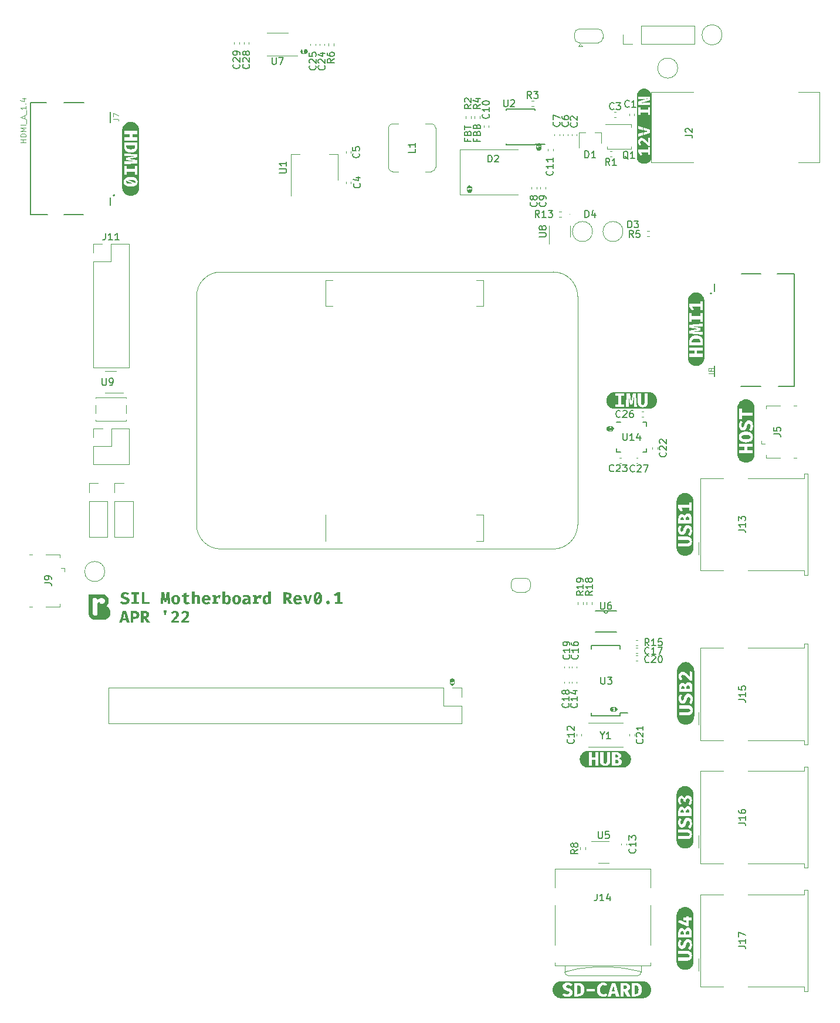
<source format=gbr>
%TF.GenerationSoftware,KiCad,Pcbnew,(6.0.0-0)*%
%TF.CreationDate,2022-04-14T20:44:02-04:00*%
%TF.ProjectId,SIL-CM4,53494c2d-434d-4342-9e6b-696361645f70,rev?*%
%TF.SameCoordinates,Original*%
%TF.FileFunction,Legend,Top*%
%TF.FilePolarity,Positive*%
%FSLAX46Y46*%
G04 Gerber Fmt 4.6, Leading zero omitted, Abs format (unit mm)*
G04 Created by KiCad (PCBNEW (6.0.0-0)) date 2022-04-14 20:44:02*
%MOMM*%
%LPD*%
G01*
G04 APERTURE LIST*
%ADD10C,0.150000*%
%ADD11C,0.050000*%
%ADD12C,0.120000*%
%ADD13C,0.100000*%
%ADD14C,0.127000*%
%ADD15C,0.200000*%
%ADD16C,0.152400*%
G04 APERTURE END LIST*
D10*
%TO.C,U7*%
X61308095Y-22162380D02*
X61308095Y-22971904D01*
X61355714Y-23067142D01*
X61403333Y-23114761D01*
X61498571Y-23162380D01*
X61689047Y-23162380D01*
X61784285Y-23114761D01*
X61831904Y-23067142D01*
X61879523Y-22971904D01*
X61879523Y-22162380D01*
X62260476Y-22162380D02*
X62927142Y-22162380D01*
X62498571Y-23162380D01*
%TO.C,R6*%
X70252380Y-22366666D02*
X69776190Y-22700000D01*
X70252380Y-22938095D02*
X69252380Y-22938095D01*
X69252380Y-22557142D01*
X69300000Y-22461904D01*
X69347619Y-22414285D01*
X69442857Y-22366666D01*
X69585714Y-22366666D01*
X69680952Y-22414285D01*
X69728571Y-22461904D01*
X69776190Y-22557142D01*
X69776190Y-22938095D01*
X69252380Y-21509523D02*
X69252380Y-21700000D01*
X69300000Y-21795238D01*
X69347619Y-21842857D01*
X69490476Y-21938095D01*
X69680952Y-21985714D01*
X70061904Y-21985714D01*
X70157142Y-21938095D01*
X70204761Y-21890476D01*
X70252380Y-21795238D01*
X70252380Y-21604761D01*
X70204761Y-21509523D01*
X70157142Y-21461904D01*
X70061904Y-21414285D01*
X69823809Y-21414285D01*
X69728571Y-21461904D01*
X69680952Y-21509523D01*
X69633333Y-21604761D01*
X69633333Y-21795238D01*
X69680952Y-21890476D01*
X69728571Y-21938095D01*
X69823809Y-21985714D01*
%TO.C,C29*%
X56557142Y-23142857D02*
X56604761Y-23190476D01*
X56652380Y-23333333D01*
X56652380Y-23428571D01*
X56604761Y-23571428D01*
X56509523Y-23666666D01*
X56414285Y-23714285D01*
X56223809Y-23761904D01*
X56080952Y-23761904D01*
X55890476Y-23714285D01*
X55795238Y-23666666D01*
X55700000Y-23571428D01*
X55652380Y-23428571D01*
X55652380Y-23333333D01*
X55700000Y-23190476D01*
X55747619Y-23142857D01*
X55747619Y-22761904D02*
X55700000Y-22714285D01*
X55652380Y-22619047D01*
X55652380Y-22380952D01*
X55700000Y-22285714D01*
X55747619Y-22238095D01*
X55842857Y-22190476D01*
X55938095Y-22190476D01*
X56080952Y-22238095D01*
X56652380Y-22809523D01*
X56652380Y-22190476D01*
X56652380Y-21714285D02*
X56652380Y-21523809D01*
X56604761Y-21428571D01*
X56557142Y-21380952D01*
X56414285Y-21285714D01*
X56223809Y-21238095D01*
X55842857Y-21238095D01*
X55747619Y-21285714D01*
X55700000Y-21333333D01*
X55652380Y-21428571D01*
X55652380Y-21619047D01*
X55700000Y-21714285D01*
X55747619Y-21761904D01*
X55842857Y-21809523D01*
X56080952Y-21809523D01*
X56176190Y-21761904D01*
X56223809Y-21714285D01*
X56271428Y-21619047D01*
X56271428Y-21428571D01*
X56223809Y-21333333D01*
X56176190Y-21285714D01*
X56080952Y-21238095D01*
%TO.C,C28*%
X57957142Y-23142857D02*
X58004761Y-23190476D01*
X58052380Y-23333333D01*
X58052380Y-23428571D01*
X58004761Y-23571428D01*
X57909523Y-23666666D01*
X57814285Y-23714285D01*
X57623809Y-23761904D01*
X57480952Y-23761904D01*
X57290476Y-23714285D01*
X57195238Y-23666666D01*
X57100000Y-23571428D01*
X57052380Y-23428571D01*
X57052380Y-23333333D01*
X57100000Y-23190476D01*
X57147619Y-23142857D01*
X57147619Y-22761904D02*
X57100000Y-22714285D01*
X57052380Y-22619047D01*
X57052380Y-22380952D01*
X57100000Y-22285714D01*
X57147619Y-22238095D01*
X57242857Y-22190476D01*
X57338095Y-22190476D01*
X57480952Y-22238095D01*
X58052380Y-22809523D01*
X58052380Y-22190476D01*
X57480952Y-21619047D02*
X57433333Y-21714285D01*
X57385714Y-21761904D01*
X57290476Y-21809523D01*
X57242857Y-21809523D01*
X57147619Y-21761904D01*
X57100000Y-21714285D01*
X57052380Y-21619047D01*
X57052380Y-21428571D01*
X57100000Y-21333333D01*
X57147619Y-21285714D01*
X57242857Y-21238095D01*
X57290476Y-21238095D01*
X57385714Y-21285714D01*
X57433333Y-21333333D01*
X57480952Y-21428571D01*
X57480952Y-21619047D01*
X57528571Y-21714285D01*
X57576190Y-21761904D01*
X57671428Y-21809523D01*
X57861904Y-21809523D01*
X57957142Y-21761904D01*
X58004761Y-21714285D01*
X58052380Y-21619047D01*
X58052380Y-21428571D01*
X58004761Y-21333333D01*
X57957142Y-21285714D01*
X57861904Y-21238095D01*
X57671428Y-21238095D01*
X57576190Y-21285714D01*
X57528571Y-21333333D01*
X57480952Y-21428571D01*
%TO.C,C25*%
X67557142Y-23342857D02*
X67604761Y-23390476D01*
X67652380Y-23533333D01*
X67652380Y-23628571D01*
X67604761Y-23771428D01*
X67509523Y-23866666D01*
X67414285Y-23914285D01*
X67223809Y-23961904D01*
X67080952Y-23961904D01*
X66890476Y-23914285D01*
X66795238Y-23866666D01*
X66700000Y-23771428D01*
X66652380Y-23628571D01*
X66652380Y-23533333D01*
X66700000Y-23390476D01*
X66747619Y-23342857D01*
X66747619Y-22961904D02*
X66700000Y-22914285D01*
X66652380Y-22819047D01*
X66652380Y-22580952D01*
X66700000Y-22485714D01*
X66747619Y-22438095D01*
X66842857Y-22390476D01*
X66938095Y-22390476D01*
X67080952Y-22438095D01*
X67652380Y-23009523D01*
X67652380Y-22390476D01*
X66652380Y-21485714D02*
X66652380Y-21961904D01*
X67128571Y-22009523D01*
X67080952Y-21961904D01*
X67033333Y-21866666D01*
X67033333Y-21628571D01*
X67080952Y-21533333D01*
X67128571Y-21485714D01*
X67223809Y-21438095D01*
X67461904Y-21438095D01*
X67557142Y-21485714D01*
X67604761Y-21533333D01*
X67652380Y-21628571D01*
X67652380Y-21866666D01*
X67604761Y-21961904D01*
X67557142Y-22009523D01*
%TO.C,C24*%
X68857142Y-23342857D02*
X68904761Y-23390476D01*
X68952380Y-23533333D01*
X68952380Y-23628571D01*
X68904761Y-23771428D01*
X68809523Y-23866666D01*
X68714285Y-23914285D01*
X68523809Y-23961904D01*
X68380952Y-23961904D01*
X68190476Y-23914285D01*
X68095238Y-23866666D01*
X68000000Y-23771428D01*
X67952380Y-23628571D01*
X67952380Y-23533333D01*
X68000000Y-23390476D01*
X68047619Y-23342857D01*
X68047619Y-22961904D02*
X68000000Y-22914285D01*
X67952380Y-22819047D01*
X67952380Y-22580952D01*
X68000000Y-22485714D01*
X68047619Y-22438095D01*
X68142857Y-22390476D01*
X68238095Y-22390476D01*
X68380952Y-22438095D01*
X68952380Y-23009523D01*
X68952380Y-22390476D01*
X68285714Y-21533333D02*
X68952380Y-21533333D01*
X67904761Y-21771428D02*
X68619047Y-22009523D01*
X68619047Y-21390476D01*
%TO.C,J13*%
X128632380Y-90394523D02*
X129346666Y-90394523D01*
X129489523Y-90442142D01*
X129584761Y-90537380D01*
X129632380Y-90680238D01*
X129632380Y-90775476D01*
X129632380Y-89394523D02*
X129632380Y-89965952D01*
X129632380Y-89680238D02*
X128632380Y-89680238D01*
X128775238Y-89775476D01*
X128870476Y-89870714D01*
X128918095Y-89965952D01*
X128632380Y-89061190D02*
X128632380Y-88442142D01*
X129013333Y-88775476D01*
X129013333Y-88632619D01*
X129060952Y-88537380D01*
X129108571Y-88489761D01*
X129203809Y-88442142D01*
X129441904Y-88442142D01*
X129537142Y-88489761D01*
X129584761Y-88537380D01*
X129632380Y-88632619D01*
X129632380Y-88918333D01*
X129584761Y-89013571D01*
X129537142Y-89061190D01*
%TO.C,Q1*%
X112704761Y-36847619D02*
X112609523Y-36800000D01*
X112514285Y-36704761D01*
X112371428Y-36561904D01*
X112276190Y-36514285D01*
X112180952Y-36514285D01*
X112228571Y-36752380D02*
X112133333Y-36704761D01*
X112038095Y-36609523D01*
X111990476Y-36419047D01*
X111990476Y-36085714D01*
X112038095Y-35895238D01*
X112133333Y-35800000D01*
X112228571Y-35752380D01*
X112419047Y-35752380D01*
X112514285Y-35800000D01*
X112609523Y-35895238D01*
X112657142Y-36085714D01*
X112657142Y-36419047D01*
X112609523Y-36609523D01*
X112514285Y-36704761D01*
X112419047Y-36752380D01*
X112228571Y-36752380D01*
X113609523Y-36752380D02*
X113038095Y-36752380D01*
X113323809Y-36752380D02*
X113323809Y-35752380D01*
X113228571Y-35895238D01*
X113133333Y-35990476D01*
X113038095Y-36038095D01*
%TO.C,U1*%
X62352380Y-38811904D02*
X63161904Y-38811904D01*
X63257142Y-38764285D01*
X63304761Y-38716666D01*
X63352380Y-38621428D01*
X63352380Y-38430952D01*
X63304761Y-38335714D01*
X63257142Y-38288095D01*
X63161904Y-38240476D01*
X62352380Y-38240476D01*
X63352380Y-37240476D02*
X63352380Y-37811904D01*
X63352380Y-37526190D02*
X62352380Y-37526190D01*
X62495238Y-37621428D01*
X62590476Y-37716666D01*
X62638095Y-37811904D01*
%TO.C,C5*%
X73817142Y-36016666D02*
X73864761Y-36064285D01*
X73912380Y-36207142D01*
X73912380Y-36302380D01*
X73864761Y-36445238D01*
X73769523Y-36540476D01*
X73674285Y-36588095D01*
X73483809Y-36635714D01*
X73340952Y-36635714D01*
X73150476Y-36588095D01*
X73055238Y-36540476D01*
X72960000Y-36445238D01*
X72912380Y-36302380D01*
X72912380Y-36207142D01*
X72960000Y-36064285D01*
X73007619Y-36016666D01*
X72912380Y-35111904D02*
X72912380Y-35588095D01*
X73388571Y-35635714D01*
X73340952Y-35588095D01*
X73293333Y-35492857D01*
X73293333Y-35254761D01*
X73340952Y-35159523D01*
X73388571Y-35111904D01*
X73483809Y-35064285D01*
X73721904Y-35064285D01*
X73817142Y-35111904D01*
X73864761Y-35159523D01*
X73912380Y-35254761D01*
X73912380Y-35492857D01*
X73864761Y-35588095D01*
X73817142Y-35635714D01*
%TO.C,C11*%
X101757142Y-38552857D02*
X101804761Y-38600476D01*
X101852380Y-38743333D01*
X101852380Y-38838571D01*
X101804761Y-38981428D01*
X101709523Y-39076666D01*
X101614285Y-39124285D01*
X101423809Y-39171904D01*
X101280952Y-39171904D01*
X101090476Y-39124285D01*
X100995238Y-39076666D01*
X100900000Y-38981428D01*
X100852380Y-38838571D01*
X100852380Y-38743333D01*
X100900000Y-38600476D01*
X100947619Y-38552857D01*
X101852380Y-37600476D02*
X101852380Y-38171904D01*
X101852380Y-37886190D02*
X100852380Y-37886190D01*
X100995238Y-37981428D01*
X101090476Y-38076666D01*
X101138095Y-38171904D01*
X101852380Y-36648095D02*
X101852380Y-37219523D01*
X101852380Y-36933809D02*
X100852380Y-36933809D01*
X100995238Y-37029047D01*
X101090476Y-37124285D01*
X101138095Y-37219523D01*
%TO.C,J16*%
X128632380Y-132713523D02*
X129346666Y-132713523D01*
X129489523Y-132761142D01*
X129584761Y-132856380D01*
X129632380Y-132999238D01*
X129632380Y-133094476D01*
X129632380Y-131713523D02*
X129632380Y-132284952D01*
X129632380Y-131999238D02*
X128632380Y-131999238D01*
X128775238Y-132094476D01*
X128870476Y-132189714D01*
X128918095Y-132284952D01*
X128632380Y-130856380D02*
X128632380Y-131046857D01*
X128680000Y-131142095D01*
X128727619Y-131189714D01*
X128870476Y-131284952D01*
X129060952Y-131332571D01*
X129441904Y-131332571D01*
X129537142Y-131284952D01*
X129584761Y-131237333D01*
X129632380Y-131142095D01*
X129632380Y-130951619D01*
X129584761Y-130856380D01*
X129537142Y-130808761D01*
X129441904Y-130761142D01*
X129203809Y-130761142D01*
X129108571Y-130808761D01*
X129060952Y-130856380D01*
X129013333Y-130951619D01*
X129013333Y-131142095D01*
X129060952Y-131237333D01*
X129108571Y-131284952D01*
X129203809Y-131332571D01*
%TO.C,C4*%
X73957142Y-40366666D02*
X74004761Y-40414285D01*
X74052380Y-40557142D01*
X74052380Y-40652380D01*
X74004761Y-40795238D01*
X73909523Y-40890476D01*
X73814285Y-40938095D01*
X73623809Y-40985714D01*
X73480952Y-40985714D01*
X73290476Y-40938095D01*
X73195238Y-40890476D01*
X73100000Y-40795238D01*
X73052380Y-40652380D01*
X73052380Y-40557142D01*
X73100000Y-40414285D01*
X73147619Y-40366666D01*
X73385714Y-39509523D02*
X74052380Y-39509523D01*
X73004761Y-39747619D02*
X73719047Y-39985714D01*
X73719047Y-39366666D01*
%TO.C,U8*%
X99852380Y-48061904D02*
X100661904Y-48061904D01*
X100757142Y-48014285D01*
X100804761Y-47966666D01*
X100852380Y-47871428D01*
X100852380Y-47680952D01*
X100804761Y-47585714D01*
X100757142Y-47538095D01*
X100661904Y-47490476D01*
X99852380Y-47490476D01*
X100280952Y-46871428D02*
X100233333Y-46966666D01*
X100185714Y-47014285D01*
X100090476Y-47061904D01*
X100042857Y-47061904D01*
X99947619Y-47014285D01*
X99900000Y-46966666D01*
X99852380Y-46871428D01*
X99852380Y-46680952D01*
X99900000Y-46585714D01*
X99947619Y-46538095D01*
X100042857Y-46490476D01*
X100090476Y-46490476D01*
X100185714Y-46538095D01*
X100233333Y-46585714D01*
X100280952Y-46680952D01*
X100280952Y-46871428D01*
X100328571Y-46966666D01*
X100376190Y-47014285D01*
X100471428Y-47061904D01*
X100661904Y-47061904D01*
X100757142Y-47014285D01*
X100804761Y-46966666D01*
X100852380Y-46871428D01*
X100852380Y-46680952D01*
X100804761Y-46585714D01*
X100757142Y-46538095D01*
X100661904Y-46490476D01*
X100471428Y-46490476D01*
X100376190Y-46538095D01*
X100328571Y-46585714D01*
X100280952Y-46680952D01*
%TO.C,C10*%
X92557142Y-30352857D02*
X92604761Y-30400476D01*
X92652380Y-30543333D01*
X92652380Y-30638571D01*
X92604761Y-30781428D01*
X92509523Y-30876666D01*
X92414285Y-30924285D01*
X92223809Y-30971904D01*
X92080952Y-30971904D01*
X91890476Y-30924285D01*
X91795238Y-30876666D01*
X91700000Y-30781428D01*
X91652380Y-30638571D01*
X91652380Y-30543333D01*
X91700000Y-30400476D01*
X91747619Y-30352857D01*
X92652380Y-29400476D02*
X92652380Y-29971904D01*
X92652380Y-29686190D02*
X91652380Y-29686190D01*
X91795238Y-29781428D01*
X91890476Y-29876666D01*
X91938095Y-29971904D01*
X91652380Y-28781428D02*
X91652380Y-28686190D01*
X91700000Y-28590952D01*
X91747619Y-28543333D01*
X91842857Y-28495714D01*
X92033333Y-28448095D01*
X92271428Y-28448095D01*
X92461904Y-28495714D01*
X92557142Y-28543333D01*
X92604761Y-28590952D01*
X92652380Y-28686190D01*
X92652380Y-28781428D01*
X92604761Y-28876666D01*
X92557142Y-28924285D01*
X92461904Y-28971904D01*
X92271428Y-29019523D01*
X92033333Y-29019523D01*
X91842857Y-28971904D01*
X91747619Y-28924285D01*
X91700000Y-28876666D01*
X91652380Y-28781428D01*
%TO.C,J11*%
X37260476Y-47522380D02*
X37260476Y-48236666D01*
X37212857Y-48379523D01*
X37117619Y-48474761D01*
X36974761Y-48522380D01*
X36879523Y-48522380D01*
X38260476Y-48522380D02*
X37689047Y-48522380D01*
X37974761Y-48522380D02*
X37974761Y-47522380D01*
X37879523Y-47665238D01*
X37784285Y-47760476D01*
X37689047Y-47808095D01*
X39212857Y-48522380D02*
X38641428Y-48522380D01*
X38927142Y-48522380D02*
X38927142Y-47522380D01*
X38831904Y-47665238D01*
X38736666Y-47760476D01*
X38641428Y-47808095D01*
%TO.C,R3*%
X98733333Y-28062380D02*
X98400000Y-27586190D01*
X98161904Y-28062380D02*
X98161904Y-27062380D01*
X98542857Y-27062380D01*
X98638095Y-27110000D01*
X98685714Y-27157619D01*
X98733333Y-27252857D01*
X98733333Y-27395714D01*
X98685714Y-27490952D01*
X98638095Y-27538571D01*
X98542857Y-27586190D01*
X98161904Y-27586190D01*
X99066666Y-27062380D02*
X99685714Y-27062380D01*
X99352380Y-27443333D01*
X99495238Y-27443333D01*
X99590476Y-27490952D01*
X99638095Y-27538571D01*
X99685714Y-27633809D01*
X99685714Y-27871904D01*
X99638095Y-27967142D01*
X99590476Y-28014761D01*
X99495238Y-28062380D01*
X99209523Y-28062380D01*
X99114285Y-28014761D01*
X99066666Y-27967142D01*
%TO.C,R5*%
X113433333Y-48152380D02*
X113100000Y-47676190D01*
X112861904Y-48152380D02*
X112861904Y-47152380D01*
X113242857Y-47152380D01*
X113338095Y-47200000D01*
X113385714Y-47247619D01*
X113433333Y-47342857D01*
X113433333Y-47485714D01*
X113385714Y-47580952D01*
X113338095Y-47628571D01*
X113242857Y-47676190D01*
X112861904Y-47676190D01*
X114338095Y-47152380D02*
X113861904Y-47152380D01*
X113814285Y-47628571D01*
X113861904Y-47580952D01*
X113957142Y-47533333D01*
X114195238Y-47533333D01*
X114290476Y-47580952D01*
X114338095Y-47628571D01*
X114385714Y-47723809D01*
X114385714Y-47961904D01*
X114338095Y-48057142D01*
X114290476Y-48104761D01*
X114195238Y-48152380D01*
X113957142Y-48152380D01*
X113861904Y-48104761D01*
X113814285Y-48057142D01*
%TO.C,J14*%
X108190476Y-142952380D02*
X108190476Y-143666666D01*
X108142857Y-143809523D01*
X108047619Y-143904761D01*
X107904761Y-143952380D01*
X107809523Y-143952380D01*
X109190476Y-143952380D02*
X108619047Y-143952380D01*
X108904761Y-143952380D02*
X108904761Y-142952380D01*
X108809523Y-143095238D01*
X108714285Y-143190476D01*
X108619047Y-143238095D01*
X110047619Y-143285714D02*
X110047619Y-143952380D01*
X109809523Y-142904761D02*
X109571428Y-143619047D01*
X110190476Y-143619047D01*
%TO.C,C3*%
X110633333Y-29597142D02*
X110585714Y-29644761D01*
X110442857Y-29692380D01*
X110347619Y-29692380D01*
X110204761Y-29644761D01*
X110109523Y-29549523D01*
X110061904Y-29454285D01*
X110014285Y-29263809D01*
X110014285Y-29120952D01*
X110061904Y-28930476D01*
X110109523Y-28835238D01*
X110204761Y-28740000D01*
X110347619Y-28692380D01*
X110442857Y-28692380D01*
X110585714Y-28740000D01*
X110633333Y-28787619D01*
X110966666Y-28692380D02*
X111585714Y-28692380D01*
X111252380Y-29073333D01*
X111395238Y-29073333D01*
X111490476Y-29120952D01*
X111538095Y-29168571D01*
X111585714Y-29263809D01*
X111585714Y-29501904D01*
X111538095Y-29597142D01*
X111490476Y-29644761D01*
X111395238Y-29692380D01*
X111109523Y-29692380D01*
X111014285Y-29644761D01*
X110966666Y-29597142D01*
%TO.C,D1*%
X106461904Y-36652380D02*
X106461904Y-35652380D01*
X106700000Y-35652380D01*
X106842857Y-35700000D01*
X106938095Y-35795238D01*
X106985714Y-35890476D01*
X107033333Y-36080952D01*
X107033333Y-36223809D01*
X106985714Y-36414285D01*
X106938095Y-36509523D01*
X106842857Y-36604761D01*
X106700000Y-36652380D01*
X106461904Y-36652380D01*
X107985714Y-36652380D02*
X107414285Y-36652380D01*
X107700000Y-36652380D02*
X107700000Y-35652380D01*
X107604761Y-35795238D01*
X107509523Y-35890476D01*
X107414285Y-35938095D01*
%TO.C,C17*%
X115703142Y-108242142D02*
X115655523Y-108289761D01*
X115512666Y-108337380D01*
X115417428Y-108337380D01*
X115274571Y-108289761D01*
X115179333Y-108194523D01*
X115131714Y-108099285D01*
X115084095Y-107908809D01*
X115084095Y-107765952D01*
X115131714Y-107575476D01*
X115179333Y-107480238D01*
X115274571Y-107385000D01*
X115417428Y-107337380D01*
X115512666Y-107337380D01*
X115655523Y-107385000D01*
X115703142Y-107432619D01*
X116655523Y-108337380D02*
X116084095Y-108337380D01*
X116369809Y-108337380D02*
X116369809Y-107337380D01*
X116274571Y-107480238D01*
X116179333Y-107575476D01*
X116084095Y-107623095D01*
X116988857Y-107337380D02*
X117655523Y-107337380D01*
X117226952Y-108337380D01*
%TO.C,Y1*%
X108948809Y-120076190D02*
X108948809Y-120552380D01*
X108615476Y-119552380D02*
X108948809Y-120076190D01*
X109282142Y-119552380D01*
X110139285Y-120552380D02*
X109567857Y-120552380D01*
X109853571Y-120552380D02*
X109853571Y-119552380D01*
X109758333Y-119695238D01*
X109663095Y-119790476D01*
X109567857Y-119838095D01*
%TO.C,R13*%
X99867142Y-45252380D02*
X99533809Y-44776190D01*
X99295714Y-45252380D02*
X99295714Y-44252380D01*
X99676666Y-44252380D01*
X99771904Y-44300000D01*
X99819523Y-44347619D01*
X99867142Y-44442857D01*
X99867142Y-44585714D01*
X99819523Y-44680952D01*
X99771904Y-44728571D01*
X99676666Y-44776190D01*
X99295714Y-44776190D01*
X100819523Y-45252380D02*
X100248095Y-45252380D01*
X100533809Y-45252380D02*
X100533809Y-44252380D01*
X100438571Y-44395238D01*
X100343333Y-44490476D01*
X100248095Y-44538095D01*
X101152857Y-44252380D02*
X101771904Y-44252380D01*
X101438571Y-44633333D01*
X101581428Y-44633333D01*
X101676666Y-44680952D01*
X101724285Y-44728571D01*
X101771904Y-44823809D01*
X101771904Y-45061904D01*
X101724285Y-45157142D01*
X101676666Y-45204761D01*
X101581428Y-45252380D01*
X101295714Y-45252380D01*
X101200476Y-45204761D01*
X101152857Y-45157142D01*
%TO.C,C13*%
X113707142Y-136442857D02*
X113754761Y-136490476D01*
X113802380Y-136633333D01*
X113802380Y-136728571D01*
X113754761Y-136871428D01*
X113659523Y-136966666D01*
X113564285Y-137014285D01*
X113373809Y-137061904D01*
X113230952Y-137061904D01*
X113040476Y-137014285D01*
X112945238Y-136966666D01*
X112850000Y-136871428D01*
X112802380Y-136728571D01*
X112802380Y-136633333D01*
X112850000Y-136490476D01*
X112897619Y-136442857D01*
X113802380Y-135490476D02*
X113802380Y-136061904D01*
X113802380Y-135776190D02*
X112802380Y-135776190D01*
X112945238Y-135871428D01*
X113040476Y-135966666D01*
X113088095Y-136061904D01*
X112802380Y-135157142D02*
X112802380Y-134538095D01*
X113183333Y-134871428D01*
X113183333Y-134728571D01*
X113230952Y-134633333D01*
X113278571Y-134585714D01*
X113373809Y-134538095D01*
X113611904Y-134538095D01*
X113707142Y-134585714D01*
X113754761Y-134633333D01*
X113802380Y-134728571D01*
X113802380Y-135014285D01*
X113754761Y-135109523D01*
X113707142Y-135157142D01*
%TO.C,J9*%
X28452380Y-98033333D02*
X29166666Y-98033333D01*
X29309523Y-98080952D01*
X29404761Y-98176190D01*
X29452380Y-98319047D01*
X29452380Y-98414285D01*
X29452380Y-97509523D02*
X29452380Y-97319047D01*
X29404761Y-97223809D01*
X29357142Y-97176190D01*
X29214285Y-97080952D01*
X29023809Y-97033333D01*
X28642857Y-97033333D01*
X28547619Y-97080952D01*
X28500000Y-97128571D01*
X28452380Y-97223809D01*
X28452380Y-97414285D01*
X28500000Y-97509523D01*
X28547619Y-97557142D01*
X28642857Y-97604761D01*
X28880952Y-97604761D01*
X28976190Y-97557142D01*
X29023809Y-97509523D01*
X29071428Y-97414285D01*
X29071428Y-97223809D01*
X29023809Y-97128571D01*
X28976190Y-97080952D01*
X28880952Y-97033333D01*
%TO.C,C12*%
X104797142Y-120642857D02*
X104844761Y-120690476D01*
X104892380Y-120833333D01*
X104892380Y-120928571D01*
X104844761Y-121071428D01*
X104749523Y-121166666D01*
X104654285Y-121214285D01*
X104463809Y-121261904D01*
X104320952Y-121261904D01*
X104130476Y-121214285D01*
X104035238Y-121166666D01*
X103940000Y-121071428D01*
X103892380Y-120928571D01*
X103892380Y-120833333D01*
X103940000Y-120690476D01*
X103987619Y-120642857D01*
X104892380Y-119690476D02*
X104892380Y-120261904D01*
X104892380Y-119976190D02*
X103892380Y-119976190D01*
X104035238Y-120071428D01*
X104130476Y-120166666D01*
X104178095Y-120261904D01*
X103987619Y-119309523D02*
X103940000Y-119261904D01*
X103892380Y-119166666D01*
X103892380Y-118928571D01*
X103940000Y-118833333D01*
X103987619Y-118785714D01*
X104082857Y-118738095D01*
X104178095Y-118738095D01*
X104320952Y-118785714D01*
X104892380Y-119357142D01*
X104892380Y-118738095D01*
%TO.C,J15*%
X128632380Y-114874523D02*
X129346666Y-114874523D01*
X129489523Y-114922142D01*
X129584761Y-115017380D01*
X129632380Y-115160238D01*
X129632380Y-115255476D01*
X129632380Y-113874523D02*
X129632380Y-114445952D01*
X129632380Y-114160238D02*
X128632380Y-114160238D01*
X128775238Y-114255476D01*
X128870476Y-114350714D01*
X128918095Y-114445952D01*
X128632380Y-112969761D02*
X128632380Y-113445952D01*
X129108571Y-113493571D01*
X129060952Y-113445952D01*
X129013333Y-113350714D01*
X129013333Y-113112619D01*
X129060952Y-113017380D01*
X129108571Y-112969761D01*
X129203809Y-112922142D01*
X129441904Y-112922142D01*
X129537142Y-112969761D01*
X129584761Y-113017380D01*
X129632380Y-113112619D01*
X129632380Y-113350714D01*
X129584761Y-113445952D01*
X129537142Y-113493571D01*
%TO.C,J17*%
X128632380Y-150492523D02*
X129346666Y-150492523D01*
X129489523Y-150540142D01*
X129584761Y-150635380D01*
X129632380Y-150778238D01*
X129632380Y-150873476D01*
X129632380Y-149492523D02*
X129632380Y-150063952D01*
X129632380Y-149778238D02*
X128632380Y-149778238D01*
X128775238Y-149873476D01*
X128870476Y-149968714D01*
X128918095Y-150063952D01*
X128632380Y-149159190D02*
X128632380Y-148492523D01*
X129632380Y-148921095D01*
%TO.C,C21*%
X114767142Y-120642857D02*
X114814761Y-120690476D01*
X114862380Y-120833333D01*
X114862380Y-120928571D01*
X114814761Y-121071428D01*
X114719523Y-121166666D01*
X114624285Y-121214285D01*
X114433809Y-121261904D01*
X114290952Y-121261904D01*
X114100476Y-121214285D01*
X114005238Y-121166666D01*
X113910000Y-121071428D01*
X113862380Y-120928571D01*
X113862380Y-120833333D01*
X113910000Y-120690476D01*
X113957619Y-120642857D01*
X113957619Y-120261904D02*
X113910000Y-120214285D01*
X113862380Y-120119047D01*
X113862380Y-119880952D01*
X113910000Y-119785714D01*
X113957619Y-119738095D01*
X114052857Y-119690476D01*
X114148095Y-119690476D01*
X114290952Y-119738095D01*
X114862380Y-120309523D01*
X114862380Y-119690476D01*
X114862380Y-118738095D02*
X114862380Y-119309523D01*
X114862380Y-119023809D02*
X113862380Y-119023809D01*
X114005238Y-119119047D01*
X114100476Y-119214285D01*
X114148095Y-119309523D01*
%TO.C,C1*%
X112833333Y-29257142D02*
X112785714Y-29304761D01*
X112642857Y-29352380D01*
X112547619Y-29352380D01*
X112404761Y-29304761D01*
X112309523Y-29209523D01*
X112261904Y-29114285D01*
X112214285Y-28923809D01*
X112214285Y-28780952D01*
X112261904Y-28590476D01*
X112309523Y-28495238D01*
X112404761Y-28400000D01*
X112547619Y-28352380D01*
X112642857Y-28352380D01*
X112785714Y-28400000D01*
X112833333Y-28447619D01*
X113785714Y-29352380D02*
X113214285Y-29352380D01*
X113500000Y-29352380D02*
X113500000Y-28352380D01*
X113404761Y-28495238D01*
X113309523Y-28590476D01*
X113214285Y-28638095D01*
%TO.C,C14*%
X105282142Y-115442857D02*
X105329761Y-115490476D01*
X105377380Y-115633333D01*
X105377380Y-115728571D01*
X105329761Y-115871428D01*
X105234523Y-115966666D01*
X105139285Y-116014285D01*
X104948809Y-116061904D01*
X104805952Y-116061904D01*
X104615476Y-116014285D01*
X104520238Y-115966666D01*
X104425000Y-115871428D01*
X104377380Y-115728571D01*
X104377380Y-115633333D01*
X104425000Y-115490476D01*
X104472619Y-115442857D01*
X105377380Y-114490476D02*
X105377380Y-115061904D01*
X105377380Y-114776190D02*
X104377380Y-114776190D01*
X104520238Y-114871428D01*
X104615476Y-114966666D01*
X104663095Y-115061904D01*
X104710714Y-113633333D02*
X105377380Y-113633333D01*
X104329761Y-113871428D02*
X105044047Y-114109523D01*
X105044047Y-113490476D01*
%TO.C,D4*%
X106471904Y-45252380D02*
X106471904Y-44252380D01*
X106710000Y-44252380D01*
X106852857Y-44300000D01*
X106948095Y-44395238D01*
X106995714Y-44490476D01*
X107043333Y-44680952D01*
X107043333Y-44823809D01*
X106995714Y-45014285D01*
X106948095Y-45109523D01*
X106852857Y-45204761D01*
X106710000Y-45252380D01*
X106471904Y-45252380D01*
X107900476Y-44585714D02*
X107900476Y-45252380D01*
X107662380Y-44204761D02*
X107424285Y-44919047D01*
X108043333Y-44919047D01*
%TO.C,C8*%
X99457142Y-43076666D02*
X99504761Y-43124285D01*
X99552380Y-43267142D01*
X99552380Y-43362380D01*
X99504761Y-43505238D01*
X99409523Y-43600476D01*
X99314285Y-43648095D01*
X99123809Y-43695714D01*
X98980952Y-43695714D01*
X98790476Y-43648095D01*
X98695238Y-43600476D01*
X98600000Y-43505238D01*
X98552380Y-43362380D01*
X98552380Y-43267142D01*
X98600000Y-43124285D01*
X98647619Y-43076666D01*
X98980952Y-42505238D02*
X98933333Y-42600476D01*
X98885714Y-42648095D01*
X98790476Y-42695714D01*
X98742857Y-42695714D01*
X98647619Y-42648095D01*
X98600000Y-42600476D01*
X98552380Y-42505238D01*
X98552380Y-42314761D01*
X98600000Y-42219523D01*
X98647619Y-42171904D01*
X98742857Y-42124285D01*
X98790476Y-42124285D01*
X98885714Y-42171904D01*
X98933333Y-42219523D01*
X98980952Y-42314761D01*
X98980952Y-42505238D01*
X99028571Y-42600476D01*
X99076190Y-42648095D01*
X99171428Y-42695714D01*
X99361904Y-42695714D01*
X99457142Y-42648095D01*
X99504761Y-42600476D01*
X99552380Y-42505238D01*
X99552380Y-42314761D01*
X99504761Y-42219523D01*
X99457142Y-42171904D01*
X99361904Y-42124285D01*
X99171428Y-42124285D01*
X99076190Y-42171904D01*
X99028571Y-42219523D01*
X98980952Y-42314761D01*
%TO.C,U2*%
X94738095Y-28262380D02*
X94738095Y-29071904D01*
X94785714Y-29167142D01*
X94833333Y-29214761D01*
X94928571Y-29262380D01*
X95119047Y-29262380D01*
X95214285Y-29214761D01*
X95261904Y-29167142D01*
X95309523Y-29071904D01*
X95309523Y-28262380D01*
X95738095Y-28357619D02*
X95785714Y-28310000D01*
X95880952Y-28262380D01*
X96119047Y-28262380D01*
X96214285Y-28310000D01*
X96261904Y-28357619D01*
X96309523Y-28452857D01*
X96309523Y-28548095D01*
X96261904Y-28690952D01*
X95690476Y-29262380D01*
X96309523Y-29262380D01*
%TO.C,R18*%
X107527380Y-99252857D02*
X107051190Y-99586190D01*
X107527380Y-99824285D02*
X106527380Y-99824285D01*
X106527380Y-99443333D01*
X106575000Y-99348095D01*
X106622619Y-99300476D01*
X106717857Y-99252857D01*
X106860714Y-99252857D01*
X106955952Y-99300476D01*
X107003571Y-99348095D01*
X107051190Y-99443333D01*
X107051190Y-99824285D01*
X107527380Y-98300476D02*
X107527380Y-98871904D01*
X107527380Y-98586190D02*
X106527380Y-98586190D01*
X106670238Y-98681428D01*
X106765476Y-98776666D01*
X106813095Y-98871904D01*
X106955952Y-97729047D02*
X106908333Y-97824285D01*
X106860714Y-97871904D01*
X106765476Y-97919523D01*
X106717857Y-97919523D01*
X106622619Y-97871904D01*
X106575000Y-97824285D01*
X106527380Y-97729047D01*
X106527380Y-97538571D01*
X106575000Y-97443333D01*
X106622619Y-97395714D01*
X106717857Y-97348095D01*
X106765476Y-97348095D01*
X106860714Y-97395714D01*
X106908333Y-97443333D01*
X106955952Y-97538571D01*
X106955952Y-97729047D01*
X107003571Y-97824285D01*
X107051190Y-97871904D01*
X107146428Y-97919523D01*
X107336904Y-97919523D01*
X107432142Y-97871904D01*
X107479761Y-97824285D01*
X107527380Y-97729047D01*
X107527380Y-97538571D01*
X107479761Y-97443333D01*
X107432142Y-97395714D01*
X107336904Y-97348095D01*
X107146428Y-97348095D01*
X107051190Y-97395714D01*
X107003571Y-97443333D01*
X106955952Y-97538571D01*
%TO.C,C18*%
X104082142Y-115442857D02*
X104129761Y-115490476D01*
X104177380Y-115633333D01*
X104177380Y-115728571D01*
X104129761Y-115871428D01*
X104034523Y-115966666D01*
X103939285Y-116014285D01*
X103748809Y-116061904D01*
X103605952Y-116061904D01*
X103415476Y-116014285D01*
X103320238Y-115966666D01*
X103225000Y-115871428D01*
X103177380Y-115728571D01*
X103177380Y-115633333D01*
X103225000Y-115490476D01*
X103272619Y-115442857D01*
X104177380Y-114490476D02*
X104177380Y-115061904D01*
X104177380Y-114776190D02*
X103177380Y-114776190D01*
X103320238Y-114871428D01*
X103415476Y-114966666D01*
X103463095Y-115061904D01*
X103605952Y-113919047D02*
X103558333Y-114014285D01*
X103510714Y-114061904D01*
X103415476Y-114109523D01*
X103367857Y-114109523D01*
X103272619Y-114061904D01*
X103225000Y-114014285D01*
X103177380Y-113919047D01*
X103177380Y-113728571D01*
X103225000Y-113633333D01*
X103272619Y-113585714D01*
X103367857Y-113538095D01*
X103415476Y-113538095D01*
X103510714Y-113585714D01*
X103558333Y-113633333D01*
X103605952Y-113728571D01*
X103605952Y-113919047D01*
X103653571Y-114014285D01*
X103701190Y-114061904D01*
X103796428Y-114109523D01*
X103986904Y-114109523D01*
X104082142Y-114061904D01*
X104129761Y-114014285D01*
X104177380Y-113919047D01*
X104177380Y-113728571D01*
X104129761Y-113633333D01*
X104082142Y-113585714D01*
X103986904Y-113538095D01*
X103796428Y-113538095D01*
X103701190Y-113585714D01*
X103653571Y-113633333D01*
X103605952Y-113728571D01*
%TO.C,C7*%
X102757142Y-31496666D02*
X102804761Y-31544285D01*
X102852380Y-31687142D01*
X102852380Y-31782380D01*
X102804761Y-31925238D01*
X102709523Y-32020476D01*
X102614285Y-32068095D01*
X102423809Y-32115714D01*
X102280952Y-32115714D01*
X102090476Y-32068095D01*
X101995238Y-32020476D01*
X101900000Y-31925238D01*
X101852380Y-31782380D01*
X101852380Y-31687142D01*
X101900000Y-31544285D01*
X101947619Y-31496666D01*
X101852380Y-31163333D02*
X101852380Y-30496666D01*
X102852380Y-30925238D01*
%TO.C,R19*%
X106227380Y-99252857D02*
X105751190Y-99586190D01*
X106227380Y-99824285D02*
X105227380Y-99824285D01*
X105227380Y-99443333D01*
X105275000Y-99348095D01*
X105322619Y-99300476D01*
X105417857Y-99252857D01*
X105560714Y-99252857D01*
X105655952Y-99300476D01*
X105703571Y-99348095D01*
X105751190Y-99443333D01*
X105751190Y-99824285D01*
X106227380Y-98300476D02*
X106227380Y-98871904D01*
X106227380Y-98586190D02*
X105227380Y-98586190D01*
X105370238Y-98681428D01*
X105465476Y-98776666D01*
X105513095Y-98871904D01*
X106227380Y-97824285D02*
X106227380Y-97633809D01*
X106179761Y-97538571D01*
X106132142Y-97490952D01*
X105989285Y-97395714D01*
X105798809Y-97348095D01*
X105417857Y-97348095D01*
X105322619Y-97395714D01*
X105275000Y-97443333D01*
X105227380Y-97538571D01*
X105227380Y-97729047D01*
X105275000Y-97824285D01*
X105322619Y-97871904D01*
X105417857Y-97919523D01*
X105655952Y-97919523D01*
X105751190Y-97871904D01*
X105798809Y-97824285D01*
X105846428Y-97729047D01*
X105846428Y-97538571D01*
X105798809Y-97443333D01*
X105751190Y-97395714D01*
X105655952Y-97348095D01*
%TO.C,C22*%
X118107142Y-79210357D02*
X118154761Y-79257976D01*
X118202380Y-79400833D01*
X118202380Y-79496071D01*
X118154761Y-79638928D01*
X118059523Y-79734166D01*
X117964285Y-79781785D01*
X117773809Y-79829404D01*
X117630952Y-79829404D01*
X117440476Y-79781785D01*
X117345238Y-79734166D01*
X117250000Y-79638928D01*
X117202380Y-79496071D01*
X117202380Y-79400833D01*
X117250000Y-79257976D01*
X117297619Y-79210357D01*
X117297619Y-78829404D02*
X117250000Y-78781785D01*
X117202380Y-78686547D01*
X117202380Y-78448452D01*
X117250000Y-78353214D01*
X117297619Y-78305595D01*
X117392857Y-78257976D01*
X117488095Y-78257976D01*
X117630952Y-78305595D01*
X118202380Y-78877023D01*
X118202380Y-78257976D01*
X117297619Y-77877023D02*
X117250000Y-77829404D01*
X117202380Y-77734166D01*
X117202380Y-77496071D01*
X117250000Y-77400833D01*
X117297619Y-77353214D01*
X117392857Y-77305595D01*
X117488095Y-77305595D01*
X117630952Y-77353214D01*
X118202380Y-77924642D01*
X118202380Y-77305595D01*
%TO.C,R8*%
X105432380Y-136566666D02*
X104956190Y-136900000D01*
X105432380Y-137138095D02*
X104432380Y-137138095D01*
X104432380Y-136757142D01*
X104480000Y-136661904D01*
X104527619Y-136614285D01*
X104622857Y-136566666D01*
X104765714Y-136566666D01*
X104860952Y-136614285D01*
X104908571Y-136661904D01*
X104956190Y-136757142D01*
X104956190Y-137138095D01*
X104860952Y-135995238D02*
X104813333Y-136090476D01*
X104765714Y-136138095D01*
X104670476Y-136185714D01*
X104622857Y-136185714D01*
X104527619Y-136138095D01*
X104480000Y-136090476D01*
X104432380Y-135995238D01*
X104432380Y-135804761D01*
X104480000Y-135709523D01*
X104527619Y-135661904D01*
X104622857Y-135614285D01*
X104670476Y-135614285D01*
X104765714Y-135661904D01*
X104813333Y-135709523D01*
X104860952Y-135804761D01*
X104860952Y-135995238D01*
X104908571Y-136090476D01*
X104956190Y-136138095D01*
X105051428Y-136185714D01*
X105241904Y-136185714D01*
X105337142Y-136138095D01*
X105384761Y-136090476D01*
X105432380Y-135995238D01*
X105432380Y-135804761D01*
X105384761Y-135709523D01*
X105337142Y-135661904D01*
X105241904Y-135614285D01*
X105051428Y-135614285D01*
X104956190Y-135661904D01*
X104908571Y-135709523D01*
X104860952Y-135804761D01*
%TO.C,R2*%
X90052380Y-28976666D02*
X89576190Y-29310000D01*
X90052380Y-29548095D02*
X89052380Y-29548095D01*
X89052380Y-29167142D01*
X89100000Y-29071904D01*
X89147619Y-29024285D01*
X89242857Y-28976666D01*
X89385714Y-28976666D01*
X89480952Y-29024285D01*
X89528571Y-29071904D01*
X89576190Y-29167142D01*
X89576190Y-29548095D01*
X89147619Y-28595714D02*
X89100000Y-28548095D01*
X89052380Y-28452857D01*
X89052380Y-28214761D01*
X89100000Y-28119523D01*
X89147619Y-28071904D01*
X89242857Y-28024285D01*
X89338095Y-28024285D01*
X89480952Y-28071904D01*
X90052380Y-28643333D01*
X90052380Y-28024285D01*
X89528571Y-33938095D02*
X89528571Y-34271428D01*
X90052380Y-34271428D02*
X89052380Y-34271428D01*
X89052380Y-33795238D01*
X89528571Y-33080952D02*
X89576190Y-32938095D01*
X89623809Y-32890476D01*
X89719047Y-32842857D01*
X89861904Y-32842857D01*
X89957142Y-32890476D01*
X90004761Y-32938095D01*
X90052380Y-33033333D01*
X90052380Y-33414285D01*
X89052380Y-33414285D01*
X89052380Y-33080952D01*
X89100000Y-32985714D01*
X89147619Y-32938095D01*
X89242857Y-32890476D01*
X89338095Y-32890476D01*
X89433333Y-32938095D01*
X89480952Y-32985714D01*
X89528571Y-33080952D01*
X89528571Y-33414285D01*
X89052380Y-32557142D02*
X89052380Y-31985714D01*
X90052380Y-32271428D02*
X89052380Y-32271428D01*
D11*
%TO.C,J7*%
X38361654Y-31030399D02*
X38933409Y-31030399D01*
X39047760Y-31068516D01*
X39123994Y-31144750D01*
X39162111Y-31259101D01*
X39162111Y-31335335D01*
X38361654Y-30725463D02*
X38361654Y-30191825D01*
X39162111Y-30534878D01*
X25779660Y-34462116D02*
X24978321Y-34462116D01*
X25359911Y-34462116D02*
X25359911Y-34004208D01*
X25779660Y-34004208D02*
X24978321Y-34004208D01*
X25779660Y-33622618D02*
X24978321Y-33622618D01*
X24978321Y-33431823D01*
X25016480Y-33317346D01*
X25092798Y-33241028D01*
X25169116Y-33202869D01*
X25321752Y-33164710D01*
X25436229Y-33164710D01*
X25588865Y-33202869D01*
X25665183Y-33241028D01*
X25741501Y-33317346D01*
X25779660Y-33431823D01*
X25779660Y-33622618D01*
X25779660Y-32821279D02*
X24978321Y-32821279D01*
X25550706Y-32554166D01*
X24978321Y-32287053D01*
X25779660Y-32287053D01*
X25779660Y-31905463D02*
X24978321Y-31905463D01*
X25855978Y-31714668D02*
X25855978Y-31104124D01*
X25550706Y-30951488D02*
X25550706Y-30569898D01*
X25779660Y-31027806D02*
X24978321Y-30760693D01*
X25779660Y-30493580D01*
X25855978Y-30417262D02*
X25855978Y-29806718D01*
X25779660Y-29196174D02*
X25779660Y-29654082D01*
X25779660Y-29425128D02*
X24978321Y-29425128D01*
X25092798Y-29501446D01*
X25169116Y-29577764D01*
X25207275Y-29654082D01*
X25703342Y-28852743D02*
X25741501Y-28814584D01*
X25779660Y-28852743D01*
X25741501Y-28890902D01*
X25703342Y-28852743D01*
X25779660Y-28852743D01*
X25245434Y-28127722D02*
X25779660Y-28127722D01*
X24940162Y-28318517D02*
X25512547Y-28509312D01*
X25512547Y-28013245D01*
D10*
%TO.C,U14*%
X111961904Y-76452380D02*
X111961904Y-77261904D01*
X112009523Y-77357142D01*
X112057142Y-77404761D01*
X112152380Y-77452380D01*
X112342857Y-77452380D01*
X112438095Y-77404761D01*
X112485714Y-77357142D01*
X112533333Y-77261904D01*
X112533333Y-76452380D01*
X113533333Y-77452380D02*
X112961904Y-77452380D01*
X113247619Y-77452380D02*
X113247619Y-76452380D01*
X113152380Y-76595238D01*
X113057142Y-76690476D01*
X112961904Y-76738095D01*
X114390476Y-76785714D02*
X114390476Y-77452380D01*
X114152380Y-76404761D02*
X113914285Y-77119047D01*
X114533333Y-77119047D01*
%TO.C,C23*%
X110607142Y-81884642D02*
X110559523Y-81932261D01*
X110416666Y-81979880D01*
X110321428Y-81979880D01*
X110178571Y-81932261D01*
X110083333Y-81837023D01*
X110035714Y-81741785D01*
X109988095Y-81551309D01*
X109988095Y-81408452D01*
X110035714Y-81217976D01*
X110083333Y-81122738D01*
X110178571Y-81027500D01*
X110321428Y-80979880D01*
X110416666Y-80979880D01*
X110559523Y-81027500D01*
X110607142Y-81075119D01*
X110988095Y-81075119D02*
X111035714Y-81027500D01*
X111130952Y-80979880D01*
X111369047Y-80979880D01*
X111464285Y-81027500D01*
X111511904Y-81075119D01*
X111559523Y-81170357D01*
X111559523Y-81265595D01*
X111511904Y-81408452D01*
X110940476Y-81979880D01*
X111559523Y-81979880D01*
X111892857Y-80979880D02*
X112511904Y-80979880D01*
X112178571Y-81360833D01*
X112321428Y-81360833D01*
X112416666Y-81408452D01*
X112464285Y-81456071D01*
X112511904Y-81551309D01*
X112511904Y-81789404D01*
X112464285Y-81884642D01*
X112416666Y-81932261D01*
X112321428Y-81979880D01*
X112035714Y-81979880D01*
X111940476Y-81932261D01*
X111892857Y-81884642D01*
%TO.C,C27*%
X113607142Y-81924642D02*
X113559523Y-81972261D01*
X113416666Y-82019880D01*
X113321428Y-82019880D01*
X113178571Y-81972261D01*
X113083333Y-81877023D01*
X113035714Y-81781785D01*
X112988095Y-81591309D01*
X112988095Y-81448452D01*
X113035714Y-81257976D01*
X113083333Y-81162738D01*
X113178571Y-81067500D01*
X113321428Y-81019880D01*
X113416666Y-81019880D01*
X113559523Y-81067500D01*
X113607142Y-81115119D01*
X113988095Y-81115119D02*
X114035714Y-81067500D01*
X114130952Y-81019880D01*
X114369047Y-81019880D01*
X114464285Y-81067500D01*
X114511904Y-81115119D01*
X114559523Y-81210357D01*
X114559523Y-81305595D01*
X114511904Y-81448452D01*
X113940476Y-82019880D01*
X114559523Y-82019880D01*
X114892857Y-81019880D02*
X115559523Y-81019880D01*
X115130952Y-82019880D01*
%TO.C,L1*%
X81952380Y-35366666D02*
X81952380Y-35842857D01*
X80952380Y-35842857D01*
X81952380Y-34509523D02*
X81952380Y-35080952D01*
X81952380Y-34795238D02*
X80952380Y-34795238D01*
X81095238Y-34890476D01*
X81190476Y-34985714D01*
X81238095Y-35080952D01*
%TO.C,C19*%
X104182142Y-108442857D02*
X104229761Y-108490476D01*
X104277380Y-108633333D01*
X104277380Y-108728571D01*
X104229761Y-108871428D01*
X104134523Y-108966666D01*
X104039285Y-109014285D01*
X103848809Y-109061904D01*
X103705952Y-109061904D01*
X103515476Y-109014285D01*
X103420238Y-108966666D01*
X103325000Y-108871428D01*
X103277380Y-108728571D01*
X103277380Y-108633333D01*
X103325000Y-108490476D01*
X103372619Y-108442857D01*
X104277380Y-107490476D02*
X104277380Y-108061904D01*
X104277380Y-107776190D02*
X103277380Y-107776190D01*
X103420238Y-107871428D01*
X103515476Y-107966666D01*
X103563095Y-108061904D01*
X104277380Y-107014285D02*
X104277380Y-106823809D01*
X104229761Y-106728571D01*
X104182142Y-106680952D01*
X104039285Y-106585714D01*
X103848809Y-106538095D01*
X103467857Y-106538095D01*
X103372619Y-106585714D01*
X103325000Y-106633333D01*
X103277380Y-106728571D01*
X103277380Y-106919047D01*
X103325000Y-107014285D01*
X103372619Y-107061904D01*
X103467857Y-107109523D01*
X103705952Y-107109523D01*
X103801190Y-107061904D01*
X103848809Y-107014285D01*
X103896428Y-106919047D01*
X103896428Y-106728571D01*
X103848809Y-106633333D01*
X103801190Y-106585714D01*
X103705952Y-106538095D01*
%TO.C,U3*%
X108763095Y-111652380D02*
X108763095Y-112461904D01*
X108810714Y-112557142D01*
X108858333Y-112604761D01*
X108953571Y-112652380D01*
X109144047Y-112652380D01*
X109239285Y-112604761D01*
X109286904Y-112557142D01*
X109334523Y-112461904D01*
X109334523Y-111652380D01*
X109715476Y-111652380D02*
X110334523Y-111652380D01*
X110001190Y-112033333D01*
X110144047Y-112033333D01*
X110239285Y-112080952D01*
X110286904Y-112128571D01*
X110334523Y-112223809D01*
X110334523Y-112461904D01*
X110286904Y-112557142D01*
X110239285Y-112604761D01*
X110144047Y-112652380D01*
X109858333Y-112652380D01*
X109763095Y-112604761D01*
X109715476Y-112557142D01*
%TO.C,U6*%
X108713095Y-100852380D02*
X108713095Y-101661904D01*
X108760714Y-101757142D01*
X108808333Y-101804761D01*
X108903571Y-101852380D01*
X109094047Y-101852380D01*
X109189285Y-101804761D01*
X109236904Y-101757142D01*
X109284523Y-101661904D01*
X109284523Y-100852380D01*
X110189285Y-100852380D02*
X109998809Y-100852380D01*
X109903571Y-100900000D01*
X109855952Y-100947619D01*
X109760714Y-101090476D01*
X109713095Y-101280952D01*
X109713095Y-101661904D01*
X109760714Y-101757142D01*
X109808333Y-101804761D01*
X109903571Y-101852380D01*
X110094047Y-101852380D01*
X110189285Y-101804761D01*
X110236904Y-101757142D01*
X110284523Y-101661904D01*
X110284523Y-101423809D01*
X110236904Y-101328571D01*
X110189285Y-101280952D01*
X110094047Y-101233333D01*
X109903571Y-101233333D01*
X109808333Y-101280952D01*
X109760714Y-101328571D01*
X109713095Y-101423809D01*
D11*
%TO.C,J8*%
X124265514Y-67803239D02*
X124837269Y-67803239D01*
X124951620Y-67841356D01*
X125027854Y-67917590D01*
X125065971Y-68031941D01*
X125065971Y-68108175D01*
X124608567Y-67307718D02*
X124570450Y-67383952D01*
X124532333Y-67422069D01*
X124456099Y-67460186D01*
X124417982Y-67460186D01*
X124341748Y-67422069D01*
X124303631Y-67383952D01*
X124265514Y-67307718D01*
X124265514Y-67155250D01*
X124303631Y-67079016D01*
X124341748Y-67040899D01*
X124417982Y-67002782D01*
X124456099Y-67002782D01*
X124532333Y-67040899D01*
X124570450Y-67079016D01*
X124608567Y-67155250D01*
X124608567Y-67307718D01*
X124646684Y-67383952D01*
X124684801Y-67422069D01*
X124761035Y-67460186D01*
X124913503Y-67460186D01*
X124989737Y-67422069D01*
X125027854Y-67383952D01*
X125065971Y-67307718D01*
X125065971Y-67155250D01*
X125027854Y-67079016D01*
X124989737Y-67040899D01*
X124913503Y-67002782D01*
X124761035Y-67002782D01*
X124684801Y-67040899D01*
X124646684Y-67079016D01*
X124608567Y-67155250D01*
D10*
%TO.C,J2*%
X120952381Y-33383334D02*
X121666667Y-33383334D01*
X121809524Y-33430953D01*
X121904762Y-33526191D01*
X121952381Y-33669048D01*
X121952381Y-33764286D01*
X121047620Y-32954762D02*
X121000001Y-32907143D01*
X120952381Y-32811905D01*
X120952381Y-32573810D01*
X121000001Y-32478572D01*
X121047620Y-32430953D01*
X121142858Y-32383334D01*
X121238096Y-32383334D01*
X121380953Y-32430953D01*
X121952381Y-33002381D01*
X121952381Y-32383334D01*
%TO.C,C16*%
X105382142Y-108442857D02*
X105429761Y-108490476D01*
X105477380Y-108633333D01*
X105477380Y-108728571D01*
X105429761Y-108871428D01*
X105334523Y-108966666D01*
X105239285Y-109014285D01*
X105048809Y-109061904D01*
X104905952Y-109061904D01*
X104715476Y-109014285D01*
X104620238Y-108966666D01*
X104525000Y-108871428D01*
X104477380Y-108728571D01*
X104477380Y-108633333D01*
X104525000Y-108490476D01*
X104572619Y-108442857D01*
X105477380Y-107490476D02*
X105477380Y-108061904D01*
X105477380Y-107776190D02*
X104477380Y-107776190D01*
X104620238Y-107871428D01*
X104715476Y-107966666D01*
X104763095Y-108061904D01*
X104477380Y-106633333D02*
X104477380Y-106823809D01*
X104525000Y-106919047D01*
X104572619Y-106966666D01*
X104715476Y-107061904D01*
X104905952Y-107109523D01*
X105286904Y-107109523D01*
X105382142Y-107061904D01*
X105429761Y-107014285D01*
X105477380Y-106919047D01*
X105477380Y-106728571D01*
X105429761Y-106633333D01*
X105382142Y-106585714D01*
X105286904Y-106538095D01*
X105048809Y-106538095D01*
X104953571Y-106585714D01*
X104905952Y-106633333D01*
X104858333Y-106728571D01*
X104858333Y-106919047D01*
X104905952Y-107014285D01*
X104953571Y-107061904D01*
X105048809Y-107109523D01*
%TO.C,J5*%
X133722380Y-76561333D02*
X134436666Y-76561333D01*
X134579523Y-76608952D01*
X134674761Y-76704190D01*
X134722380Y-76847047D01*
X134722380Y-76942285D01*
X133722380Y-75608952D02*
X133722380Y-76085142D01*
X134198571Y-76132761D01*
X134150952Y-76085142D01*
X134103333Y-75989904D01*
X134103333Y-75751809D01*
X134150952Y-75656571D01*
X134198571Y-75608952D01*
X134293809Y-75561333D01*
X134531904Y-75561333D01*
X134627142Y-75608952D01*
X134674761Y-75656571D01*
X134722380Y-75751809D01*
X134722380Y-75989904D01*
X134674761Y-76085142D01*
X134627142Y-76132761D01*
%TO.C,C26*%
X111557142Y-74057142D02*
X111509523Y-74104761D01*
X111366666Y-74152380D01*
X111271428Y-74152380D01*
X111128571Y-74104761D01*
X111033333Y-74009523D01*
X110985714Y-73914285D01*
X110938095Y-73723809D01*
X110938095Y-73580952D01*
X110985714Y-73390476D01*
X111033333Y-73295238D01*
X111128571Y-73200000D01*
X111271428Y-73152380D01*
X111366666Y-73152380D01*
X111509523Y-73200000D01*
X111557142Y-73247619D01*
X111938095Y-73247619D02*
X111985714Y-73200000D01*
X112080952Y-73152380D01*
X112319047Y-73152380D01*
X112414285Y-73200000D01*
X112461904Y-73247619D01*
X112509523Y-73342857D01*
X112509523Y-73438095D01*
X112461904Y-73580952D01*
X111890476Y-74152380D01*
X112509523Y-74152380D01*
X113366666Y-73152380D02*
X113176190Y-73152380D01*
X113080952Y-73200000D01*
X113033333Y-73247619D01*
X112938095Y-73390476D01*
X112890476Y-73580952D01*
X112890476Y-73961904D01*
X112938095Y-74057142D01*
X112985714Y-74104761D01*
X113080952Y-74152380D01*
X113271428Y-74152380D01*
X113366666Y-74104761D01*
X113414285Y-74057142D01*
X113461904Y-73961904D01*
X113461904Y-73723809D01*
X113414285Y-73628571D01*
X113366666Y-73580952D01*
X113271428Y-73533333D01*
X113080952Y-73533333D01*
X112985714Y-73580952D01*
X112938095Y-73628571D01*
X112890476Y-73723809D01*
%TO.C,U5*%
X108388095Y-133952380D02*
X108388095Y-134761904D01*
X108435714Y-134857142D01*
X108483333Y-134904761D01*
X108578571Y-134952380D01*
X108769047Y-134952380D01*
X108864285Y-134904761D01*
X108911904Y-134857142D01*
X108959523Y-134761904D01*
X108959523Y-133952380D01*
X109911904Y-133952380D02*
X109435714Y-133952380D01*
X109388095Y-134428571D01*
X109435714Y-134380952D01*
X109530952Y-134333333D01*
X109769047Y-134333333D01*
X109864285Y-134380952D01*
X109911904Y-134428571D01*
X109959523Y-134523809D01*
X109959523Y-134761904D01*
X109911904Y-134857142D01*
X109864285Y-134904761D01*
X109769047Y-134952380D01*
X109530952Y-134952380D01*
X109435714Y-134904761D01*
X109388095Y-134857142D01*
%TO.C,C6*%
X104007142Y-31496666D02*
X104054761Y-31544285D01*
X104102380Y-31687142D01*
X104102380Y-31782380D01*
X104054761Y-31925238D01*
X103959523Y-32020476D01*
X103864285Y-32068095D01*
X103673809Y-32115714D01*
X103530952Y-32115714D01*
X103340476Y-32068095D01*
X103245238Y-32020476D01*
X103150000Y-31925238D01*
X103102380Y-31782380D01*
X103102380Y-31687142D01*
X103150000Y-31544285D01*
X103197619Y-31496666D01*
X103102380Y-30639523D02*
X103102380Y-30830000D01*
X103150000Y-30925238D01*
X103197619Y-30972857D01*
X103340476Y-31068095D01*
X103530952Y-31115714D01*
X103911904Y-31115714D01*
X104007142Y-31068095D01*
X104054761Y-31020476D01*
X104102380Y-30925238D01*
X104102380Y-30734761D01*
X104054761Y-30639523D01*
X104007142Y-30591904D01*
X103911904Y-30544285D01*
X103673809Y-30544285D01*
X103578571Y-30591904D01*
X103530952Y-30639523D01*
X103483333Y-30734761D01*
X103483333Y-30925238D01*
X103530952Y-31020476D01*
X103578571Y-31068095D01*
X103673809Y-31115714D01*
%TO.C,C2*%
X105257142Y-31596666D02*
X105304761Y-31644285D01*
X105352380Y-31787142D01*
X105352380Y-31882380D01*
X105304761Y-32025238D01*
X105209523Y-32120476D01*
X105114285Y-32168095D01*
X104923809Y-32215714D01*
X104780952Y-32215714D01*
X104590476Y-32168095D01*
X104495238Y-32120476D01*
X104400000Y-32025238D01*
X104352380Y-31882380D01*
X104352380Y-31787142D01*
X104400000Y-31644285D01*
X104447619Y-31596666D01*
X104447619Y-31215714D02*
X104400000Y-31168095D01*
X104352380Y-31072857D01*
X104352380Y-30834761D01*
X104400000Y-30739523D01*
X104447619Y-30691904D01*
X104542857Y-30644285D01*
X104638095Y-30644285D01*
X104780952Y-30691904D01*
X105352380Y-31263333D01*
X105352380Y-30644285D01*
%TO.C,C20*%
X115702142Y-109458142D02*
X115654523Y-109505761D01*
X115511666Y-109553380D01*
X115416428Y-109553380D01*
X115273571Y-109505761D01*
X115178333Y-109410523D01*
X115130714Y-109315285D01*
X115083095Y-109124809D01*
X115083095Y-108981952D01*
X115130714Y-108791476D01*
X115178333Y-108696238D01*
X115273571Y-108601000D01*
X115416428Y-108553380D01*
X115511666Y-108553380D01*
X115654523Y-108601000D01*
X115702142Y-108648619D01*
X116083095Y-108648619D02*
X116130714Y-108601000D01*
X116225952Y-108553380D01*
X116464047Y-108553380D01*
X116559285Y-108601000D01*
X116606904Y-108648619D01*
X116654523Y-108743857D01*
X116654523Y-108839095D01*
X116606904Y-108981952D01*
X116035476Y-109553380D01*
X116654523Y-109553380D01*
X117273571Y-108553380D02*
X117368809Y-108553380D01*
X117464047Y-108601000D01*
X117511666Y-108648619D01*
X117559285Y-108743857D01*
X117606904Y-108934333D01*
X117606904Y-109172428D01*
X117559285Y-109362904D01*
X117511666Y-109458142D01*
X117464047Y-109505761D01*
X117368809Y-109553380D01*
X117273571Y-109553380D01*
X117178333Y-109505761D01*
X117130714Y-109458142D01*
X117083095Y-109362904D01*
X117035476Y-109172428D01*
X117035476Y-108934333D01*
X117083095Y-108743857D01*
X117130714Y-108648619D01*
X117178333Y-108601000D01*
X117273571Y-108553380D01*
%TO.C,R15*%
X115703142Y-107106380D02*
X115369809Y-106630190D01*
X115131714Y-107106380D02*
X115131714Y-106106380D01*
X115512666Y-106106380D01*
X115607904Y-106154000D01*
X115655523Y-106201619D01*
X115703142Y-106296857D01*
X115703142Y-106439714D01*
X115655523Y-106534952D01*
X115607904Y-106582571D01*
X115512666Y-106630190D01*
X115131714Y-106630190D01*
X116655523Y-107106380D02*
X116084095Y-107106380D01*
X116369809Y-107106380D02*
X116369809Y-106106380D01*
X116274571Y-106249238D01*
X116179333Y-106344476D01*
X116084095Y-106392095D01*
X117560285Y-106106380D02*
X117084095Y-106106380D01*
X117036476Y-106582571D01*
X117084095Y-106534952D01*
X117179333Y-106487333D01*
X117417428Y-106487333D01*
X117512666Y-106534952D01*
X117560285Y-106582571D01*
X117607904Y-106677809D01*
X117607904Y-106915904D01*
X117560285Y-107011142D01*
X117512666Y-107058761D01*
X117417428Y-107106380D01*
X117179333Y-107106380D01*
X117084095Y-107058761D01*
X117036476Y-107011142D01*
%TO.C,R4*%
X91352380Y-28976666D02*
X90876190Y-29310000D01*
X91352380Y-29548095D02*
X90352380Y-29548095D01*
X90352380Y-29167142D01*
X90400000Y-29071904D01*
X90447619Y-29024285D01*
X90542857Y-28976666D01*
X90685714Y-28976666D01*
X90780952Y-29024285D01*
X90828571Y-29071904D01*
X90876190Y-29167142D01*
X90876190Y-29548095D01*
X90685714Y-28119523D02*
X91352380Y-28119523D01*
X90304761Y-28357619D02*
X91019047Y-28595714D01*
X91019047Y-27976666D01*
X90828571Y-33957142D02*
X90828571Y-34290476D01*
X91352380Y-34290476D02*
X90352380Y-34290476D01*
X90352380Y-33814285D01*
X90828571Y-33100000D02*
X90876190Y-32957142D01*
X90923809Y-32909523D01*
X91019047Y-32861904D01*
X91161904Y-32861904D01*
X91257142Y-32909523D01*
X91304761Y-32957142D01*
X91352380Y-33052380D01*
X91352380Y-33433333D01*
X90352380Y-33433333D01*
X90352380Y-33100000D01*
X90400000Y-33004761D01*
X90447619Y-32957142D01*
X90542857Y-32909523D01*
X90638095Y-32909523D01*
X90733333Y-32957142D01*
X90780952Y-33004761D01*
X90828571Y-33100000D01*
X90828571Y-33433333D01*
X90828571Y-32100000D02*
X90876190Y-31957142D01*
X90923809Y-31909523D01*
X91019047Y-31861904D01*
X91161904Y-31861904D01*
X91257142Y-31909523D01*
X91304761Y-31957142D01*
X91352380Y-32052380D01*
X91352380Y-32433333D01*
X90352380Y-32433333D01*
X90352380Y-32100000D01*
X90400000Y-32004761D01*
X90447619Y-31957142D01*
X90542857Y-31909523D01*
X90638095Y-31909523D01*
X90733333Y-31957142D01*
X90780952Y-32004761D01*
X90828571Y-32100000D01*
X90828571Y-32433333D01*
%TO.C,C9*%
X100757142Y-43076666D02*
X100804761Y-43124285D01*
X100852380Y-43267142D01*
X100852380Y-43362380D01*
X100804761Y-43505238D01*
X100709523Y-43600476D01*
X100614285Y-43648095D01*
X100423809Y-43695714D01*
X100280952Y-43695714D01*
X100090476Y-43648095D01*
X99995238Y-43600476D01*
X99900000Y-43505238D01*
X99852380Y-43362380D01*
X99852380Y-43267142D01*
X99900000Y-43124285D01*
X99947619Y-43076666D01*
X100852380Y-42600476D02*
X100852380Y-42410000D01*
X100804761Y-42314761D01*
X100757142Y-42267142D01*
X100614285Y-42171904D01*
X100423809Y-42124285D01*
X100042857Y-42124285D01*
X99947619Y-42171904D01*
X99900000Y-42219523D01*
X99852380Y-42314761D01*
X99852380Y-42505238D01*
X99900000Y-42600476D01*
X99947619Y-42648095D01*
X100042857Y-42695714D01*
X100280952Y-42695714D01*
X100376190Y-42648095D01*
X100423809Y-42600476D01*
X100471428Y-42505238D01*
X100471428Y-42314761D01*
X100423809Y-42219523D01*
X100376190Y-42171904D01*
X100280952Y-42124285D01*
%TO.C,R1*%
X110033333Y-37752380D02*
X109700000Y-37276190D01*
X109461904Y-37752380D02*
X109461904Y-36752380D01*
X109842857Y-36752380D01*
X109938095Y-36800000D01*
X109985714Y-36847619D01*
X110033333Y-36942857D01*
X110033333Y-37085714D01*
X109985714Y-37180952D01*
X109938095Y-37228571D01*
X109842857Y-37276190D01*
X109461904Y-37276190D01*
X110985714Y-37752380D02*
X110414285Y-37752380D01*
X110700000Y-37752380D02*
X110700000Y-36752380D01*
X110604761Y-36895238D01*
X110509523Y-36990476D01*
X110414285Y-37038095D01*
%TO.C,U9*%
X36788095Y-68502380D02*
X36788095Y-69311904D01*
X36835714Y-69407142D01*
X36883333Y-69454761D01*
X36978571Y-69502380D01*
X37169047Y-69502380D01*
X37264285Y-69454761D01*
X37311904Y-69407142D01*
X37359523Y-69311904D01*
X37359523Y-68502380D01*
X37883333Y-69502380D02*
X38073809Y-69502380D01*
X38169047Y-69454761D01*
X38216666Y-69407142D01*
X38311904Y-69264285D01*
X38359523Y-69073809D01*
X38359523Y-68692857D01*
X38311904Y-68597619D01*
X38264285Y-68550000D01*
X38169047Y-68502380D01*
X37978571Y-68502380D01*
X37883333Y-68550000D01*
X37835714Y-68597619D01*
X37788095Y-68692857D01*
X37788095Y-68930952D01*
X37835714Y-69026190D01*
X37883333Y-69073809D01*
X37978571Y-69121428D01*
X38169047Y-69121428D01*
X38264285Y-69073809D01*
X38311904Y-69026190D01*
X38359523Y-68930952D01*
%TO.C,D2*%
X92461904Y-37262380D02*
X92461904Y-36262380D01*
X92700000Y-36262380D01*
X92842857Y-36310000D01*
X92938095Y-36405238D01*
X92985714Y-36500476D01*
X93033333Y-36690952D01*
X93033333Y-36833809D01*
X92985714Y-37024285D01*
X92938095Y-37119523D01*
X92842857Y-37214761D01*
X92700000Y-37262380D01*
X92461904Y-37262380D01*
X93414285Y-36357619D02*
X93461904Y-36310000D01*
X93557142Y-36262380D01*
X93795238Y-36262380D01*
X93890476Y-36310000D01*
X93938095Y-36357619D01*
X93985714Y-36452857D01*
X93985714Y-36548095D01*
X93938095Y-36690952D01*
X93366666Y-37262380D01*
X93985714Y-37262380D01*
%TO.C,D3*%
X112661904Y-46752380D02*
X112661904Y-45752380D01*
X112900000Y-45752380D01*
X113042857Y-45800000D01*
X113138095Y-45895238D01*
X113185714Y-45990476D01*
X113233333Y-46180952D01*
X113233333Y-46323809D01*
X113185714Y-46514285D01*
X113138095Y-46609523D01*
X113042857Y-46704761D01*
X112900000Y-46752380D01*
X112661904Y-46752380D01*
X113566666Y-45752380D02*
X114185714Y-45752380D01*
X113852380Y-46133333D01*
X113995238Y-46133333D01*
X114090476Y-46180952D01*
X114138095Y-46228571D01*
X114185714Y-46323809D01*
X114185714Y-46561904D01*
X114138095Y-46657142D01*
X114090476Y-46704761D01*
X113995238Y-46752380D01*
X113709523Y-46752380D01*
X113614285Y-46704761D01*
X113566666Y-46657142D01*
D12*
%TO.C,U7*%
X62070000Y-18650000D02*
X60570000Y-18650000D01*
X62070000Y-18650000D02*
X63570000Y-18650000D01*
X62070000Y-21870000D02*
X60570000Y-21870000D01*
X62070000Y-21870000D02*
X64945000Y-21870000D01*
%TO.C,R6*%
X69420000Y-20453641D02*
X69420000Y-20146359D01*
X70180000Y-20453641D02*
X70180000Y-20146359D01*
%TO.C,C29*%
X55840000Y-20207836D02*
X55840000Y-19992164D01*
X56560000Y-20207836D02*
X56560000Y-19992164D01*
%TO.C,C28*%
X57960000Y-19992164D02*
X57960000Y-20207836D01*
X57240000Y-19992164D02*
X57240000Y-20207836D01*
%TO.C,C25*%
X67560000Y-20192164D02*
X67560000Y-20407836D01*
X66840000Y-20192164D02*
X66840000Y-20407836D01*
%TO.C,C24*%
X68860000Y-20407836D02*
X68860000Y-20192164D01*
X68140000Y-20407836D02*
X68140000Y-20192164D01*
%TO.C,kibuzzard-6252E8F1*%
G36*
X87300000Y-112946509D02*
G01*
X86951768Y-112714354D01*
X86951768Y-112658715D01*
X87017913Y-112658715D01*
X87115199Y-112658715D01*
X87115199Y-112553289D01*
X87582087Y-112553289D01*
X87582087Y-112439314D01*
X87471369Y-112257362D01*
X87383038Y-112311907D01*
X87455494Y-112427917D01*
X87115199Y-112427917D01*
X87115199Y-112291962D01*
X87017913Y-112291962D01*
X87017913Y-112658715D01*
X86951768Y-112658715D01*
X86951768Y-112201724D01*
X86953444Y-112167591D01*
X86958459Y-112133787D01*
X86966762Y-112100637D01*
X86978275Y-112068461D01*
X86992886Y-112037568D01*
X87010455Y-112008256D01*
X87030813Y-111980807D01*
X87053763Y-111955486D01*
X87079084Y-111932536D01*
X87106532Y-111912179D01*
X87135844Y-111894610D01*
X87166737Y-111879999D01*
X87198913Y-111868486D01*
X87232063Y-111860182D01*
X87265867Y-111855168D01*
X87300000Y-111853491D01*
X87334133Y-111855168D01*
X87367937Y-111860182D01*
X87401087Y-111868486D01*
X87433263Y-111879999D01*
X87464156Y-111894610D01*
X87493468Y-111912179D01*
X87520916Y-111932536D01*
X87546237Y-111955486D01*
X87569187Y-111980807D01*
X87589545Y-112008256D01*
X87607114Y-112037568D01*
X87621725Y-112068461D01*
X87633238Y-112100637D01*
X87641541Y-112133787D01*
X87646556Y-112167591D01*
X87648232Y-112201724D01*
X87648232Y-112714354D01*
X87300000Y-112946509D01*
G37*
%TO.C,J13*%
X138590000Y-82290000D02*
X138070000Y-82290000D01*
X123110000Y-96260000D02*
X126440000Y-96260000D01*
X123110000Y-96260000D02*
X123110000Y-82940000D01*
X138070000Y-96910000D02*
X138590000Y-96910000D01*
X138070000Y-96260000D02*
X129960000Y-96260000D01*
X129960000Y-82940000D02*
X138070000Y-82940000D01*
X138590000Y-96910000D02*
X138590000Y-82290000D01*
X123110000Y-82940000D02*
X126440000Y-82940000D01*
X122890000Y-94000000D02*
X122890000Y-92200000D01*
X138070000Y-82290000D02*
X138070000Y-82940000D01*
X138070000Y-96260000D02*
X138070000Y-96910000D01*
%TO.C,Q1*%
X113170000Y-31830000D02*
X109400000Y-31830000D01*
X113170000Y-35370000D02*
X113170000Y-35000000D01*
X113170000Y-31830000D02*
X113170000Y-32200000D01*
X109630000Y-35370000D02*
X109630000Y-35000000D01*
X109630000Y-35370000D02*
X113170000Y-35370000D01*
%TO.C,TP4*%
X111950000Y-47300000D02*
G75*
G03*
X111950000Y-47300000I-1450000J0D01*
G01*
%TO.C,U1*%
X63990000Y-36140000D02*
X65250000Y-36140000D01*
X70810000Y-39900000D02*
X70810000Y-36140000D01*
X70810000Y-36140000D02*
X69550000Y-36140000D01*
X63990000Y-42150000D02*
X63990000Y-36140000D01*
%TO.C,C5*%
X72660000Y-35742164D02*
X72660000Y-35957836D01*
X71940000Y-35742164D02*
X71940000Y-35957836D01*
%TO.C,C11*%
X101860000Y-35402164D02*
X101860000Y-35617836D01*
X101140000Y-35402164D02*
X101140000Y-35617836D01*
%TO.C,J16*%
X123110000Y-138560000D02*
X126440000Y-138560000D01*
X138070000Y-124590000D02*
X138070000Y-125240000D01*
X122890000Y-136300000D02*
X122890000Y-134500000D01*
X123110000Y-125240000D02*
X126440000Y-125240000D01*
X138070000Y-138560000D02*
X138070000Y-139210000D01*
X129960000Y-125240000D02*
X138070000Y-125240000D01*
X138070000Y-138560000D02*
X129960000Y-138560000D01*
X138070000Y-139210000D02*
X138590000Y-139210000D01*
X138590000Y-139210000D02*
X138590000Y-124590000D01*
X123110000Y-138560000D02*
X123110000Y-125240000D01*
X138590000Y-124590000D02*
X138070000Y-124590000D01*
%TO.C,C4*%
X71940000Y-40357836D02*
X71940000Y-40142164D01*
X72660000Y-40357836D02*
X72660000Y-40142164D01*
%TO.C,J4*%
X34870000Y-91410000D02*
X37530000Y-91410000D01*
X37530000Y-86270000D02*
X37530000Y-91410000D01*
X34870000Y-86270000D02*
X34870000Y-91410000D01*
X34870000Y-85000000D02*
X34870000Y-83670000D01*
X34870000Y-86270000D02*
X37530000Y-86270000D01*
X34870000Y-83670000D02*
X36200000Y-83670000D01*
%TO.C,kibuzzard-6252E67C*%
G36*
X41852146Y-41705303D02*
G01*
X41770970Y-41794867D01*
X41681406Y-41876043D01*
X41584316Y-41948050D01*
X41480637Y-42010193D01*
X41371365Y-42061874D01*
X41257554Y-42102596D01*
X41140300Y-42131967D01*
X41020731Y-42149703D01*
X40900000Y-42155635D01*
X40779269Y-42149703D01*
X40659700Y-42131967D01*
X40542446Y-42102596D01*
X40428635Y-42061874D01*
X40319363Y-42010193D01*
X40215684Y-41948050D01*
X40118594Y-41876043D01*
X40029030Y-41794867D01*
X39947854Y-41705303D01*
X39875848Y-41608214D01*
X39813705Y-41504535D01*
X39762023Y-41395263D01*
X39721301Y-41281452D01*
X39691930Y-41164198D01*
X39674194Y-41044629D01*
X39668263Y-40923898D01*
X39668263Y-40118079D01*
X39893159Y-40118079D01*
X39922914Y-40328212D01*
X40012180Y-40500978D01*
X40160958Y-40636377D01*
X40307789Y-40712971D01*
X40480483Y-40767682D01*
X40679040Y-40800508D01*
X40903460Y-40811450D01*
X41127102Y-40800508D01*
X41324707Y-40767682D01*
X41496277Y-40712971D01*
X41641810Y-40636377D01*
X41789050Y-40500978D01*
X41877393Y-40328212D01*
X41906841Y-40118079D01*
X41877393Y-39906561D01*
X41789050Y-39733334D01*
X41641810Y-39598396D01*
X41496277Y-39522408D01*
X41324707Y-39468130D01*
X41127102Y-39435563D01*
X40903460Y-39424708D01*
X40679040Y-39435563D01*
X40480483Y-39468130D01*
X40307789Y-39522408D01*
X40160958Y-39598396D01*
X40012180Y-39733334D01*
X39922914Y-39906561D01*
X39893159Y-40118079D01*
X39668263Y-40118079D01*
X39668263Y-39080098D01*
X39940214Y-39080098D01*
X40273752Y-39080098D01*
X40273752Y-38684281D01*
X41526248Y-38684281D01*
X41526248Y-39080098D01*
X41858402Y-39080098D01*
X41858402Y-37834521D01*
X41526248Y-37834521D01*
X41526248Y-38230338D01*
X40273752Y-38230338D01*
X40273752Y-37834521D01*
X39940214Y-37834521D01*
X39940214Y-39080098D01*
X39668263Y-39080098D01*
X39668263Y-37578486D01*
X39940214Y-37578486D01*
X41858402Y-37470536D01*
X41858402Y-37004136D01*
X40618361Y-36802076D01*
X41858402Y-36588944D01*
X41858402Y-36122545D01*
X39940214Y-36014595D01*
X39940214Y-36403492D01*
X40753991Y-36417331D01*
X40898270Y-36418888D01*
X41023866Y-36418023D01*
X41245994Y-36409027D01*
X41355501Y-36401070D01*
X41472273Y-36391036D01*
X40266832Y-36623543D01*
X40266832Y-36966769D01*
X41472273Y-37182669D01*
X41349965Y-37173673D01*
X41240458Y-37166061D01*
X41025250Y-37157066D01*
X40903114Y-37156547D01*
X40760911Y-37159142D01*
X39940214Y-37182669D01*
X39940214Y-37578486D01*
X39668263Y-37578486D01*
X39668263Y-34966926D01*
X39940214Y-34966926D01*
X39950940Y-35142518D01*
X39983117Y-35312228D01*
X40041763Y-35470174D01*
X40131894Y-35610474D01*
X40258701Y-35728285D01*
X40427373Y-35818762D01*
X40565155Y-35861435D01*
X40725696Y-35887038D01*
X40908996Y-35895573D01*
X41094987Y-35886654D01*
X41256220Y-35859897D01*
X41392695Y-35815302D01*
X41557734Y-35721019D01*
X41680562Y-35598710D01*
X41766368Y-35453393D01*
X41820343Y-35290084D01*
X41848887Y-35114838D01*
X41858402Y-34933711D01*
X41858402Y-34449320D01*
X39940214Y-34449320D01*
X39940214Y-34966926D01*
X39668263Y-34966926D01*
X39668263Y-32788551D01*
X39940214Y-32788551D01*
X39940214Y-33242494D01*
X40748455Y-33242494D01*
X40748455Y-33707510D01*
X39940214Y-33707510D01*
X39940214Y-34161453D01*
X41858402Y-34161453D01*
X41858402Y-33707510D01*
X41122128Y-33707510D01*
X41122128Y-33242494D01*
X41858402Y-33242494D01*
X41858402Y-32788551D01*
X39940214Y-32788551D01*
X39668263Y-32788551D01*
X39668263Y-32676103D01*
X39674194Y-32555371D01*
X39691930Y-32435803D01*
X39721301Y-32318548D01*
X39762023Y-32204737D01*
X39813705Y-32095466D01*
X39875848Y-31991786D01*
X39947854Y-31894697D01*
X40029030Y-31805133D01*
X40118594Y-31723957D01*
X40215683Y-31651951D01*
X40319363Y-31589807D01*
X40428635Y-31538126D01*
X40542446Y-31497404D01*
X40659700Y-31468033D01*
X40779269Y-31450297D01*
X40900000Y-31444365D01*
X41020731Y-31450297D01*
X41140300Y-31468033D01*
X41257554Y-31497404D01*
X41371365Y-31538126D01*
X41480637Y-31589807D01*
X41584317Y-31651951D01*
X41681406Y-31723957D01*
X41770970Y-31805133D01*
X41852146Y-31894697D01*
X41924152Y-31991786D01*
X41986295Y-32095466D01*
X42037977Y-32204737D01*
X42078699Y-32318548D01*
X42108070Y-32435803D01*
X42125806Y-32555371D01*
X42131737Y-32676103D01*
X42131737Y-40923898D01*
X42125806Y-41044629D01*
X42108070Y-41164198D01*
X42078699Y-41281452D01*
X42037977Y-41395263D01*
X41986295Y-41504535D01*
X41924152Y-41608214D01*
X41852146Y-41705303D01*
G37*
G36*
X41171951Y-40390722D02*
G01*
X41050161Y-40395912D01*
X40903460Y-40397642D01*
X40673201Y-40390376D01*
X40494496Y-40368578D01*
X40363191Y-40331384D01*
X40275136Y-40277928D01*
X40208705Y-40118079D01*
X40219777Y-40021893D01*
X40259912Y-39949234D01*
X41171951Y-40390722D01*
G37*
G36*
X41127741Y-39843283D02*
G01*
X41304197Y-39865888D01*
X41432830Y-39903563D01*
X41550641Y-39991099D01*
X41589911Y-40118079D01*
X41569844Y-40237793D01*
X41497185Y-40320139D01*
X40518715Y-39852356D01*
X40686868Y-39839900D01*
X40903460Y-39835748D01*
X41127741Y-39843283D01*
G37*
G36*
X41529016Y-35000142D02*
G01*
X41517080Y-35114492D01*
X41481269Y-35216734D01*
X41412244Y-35302886D01*
X41300661Y-35368971D01*
X41136314Y-35411009D01*
X40908996Y-35425022D01*
X40685138Y-35411528D01*
X40517331Y-35371047D01*
X40398828Y-35306692D01*
X40322883Y-35221577D01*
X40281882Y-35118471D01*
X40268216Y-35000142D01*
X40268216Y-34903263D01*
X41529016Y-34903263D01*
X41529016Y-35000142D01*
G37*
%TO.C,U8*%
X104360000Y-47300000D02*
X104360000Y-46500000D01*
X101240000Y-47300000D02*
X101240000Y-49100000D01*
X101240000Y-47300000D02*
X101240000Y-46500000D01*
X104360000Y-47300000D02*
X104360000Y-48100000D01*
%TO.C,C10*%
X92560000Y-32002164D02*
X92560000Y-32217836D01*
X91840000Y-32002164D02*
X91840000Y-32217836D01*
%TO.C,kibuzzard-6252E779*%
G36*
X110639966Y-72901703D02*
G01*
X110522748Y-72884316D01*
X110407800Y-72855522D01*
X110296226Y-72815601D01*
X110189104Y-72764935D01*
X110087463Y-72704014D01*
X109995172Y-72635567D01*
X110870771Y-72635567D01*
X112116348Y-72635567D01*
X112372384Y-72635567D01*
X112761280Y-72635567D01*
X112775120Y-71821790D01*
X112776677Y-71677510D01*
X112775812Y-71551915D01*
X112766816Y-71329787D01*
X112758858Y-71220280D01*
X112748825Y-71103507D01*
X112981332Y-72308949D01*
X113324558Y-72308949D01*
X113540458Y-71103507D01*
X113531462Y-71225816D01*
X113523850Y-71335323D01*
X113514854Y-71550531D01*
X113514335Y-71672667D01*
X113516930Y-71814870D01*
X113540458Y-72635567D01*
X113936275Y-72635567D01*
X113900136Y-71993403D01*
X114100968Y-71993403D01*
X114120689Y-72185775D01*
X114179854Y-72353236D01*
X114278635Y-72491287D01*
X114417206Y-72595431D01*
X114595911Y-72660824D01*
X114815098Y-72682622D01*
X115033247Y-72659959D01*
X115211607Y-72591971D01*
X115350350Y-72485059D01*
X115449651Y-72345624D01*
X115509334Y-72179720D01*
X115529229Y-71993403D01*
X115529229Y-70717378D01*
X115073901Y-70717378D01*
X115073901Y-71824558D01*
X115062138Y-72051356D01*
X115026846Y-72214146D01*
X114950382Y-72312236D01*
X114815098Y-72344932D01*
X114679815Y-72312236D01*
X114603350Y-72214146D01*
X114568059Y-72051356D01*
X114556295Y-71824558D01*
X114556295Y-70717378D01*
X114100968Y-70717378D01*
X114100968Y-71993403D01*
X113900136Y-71993403D01*
X113828325Y-70717378D01*
X113361925Y-70717378D01*
X113159865Y-71957419D01*
X112946733Y-70717378D01*
X112480334Y-70717378D01*
X112372384Y-72635567D01*
X112116348Y-72635567D01*
X112116348Y-72302029D01*
X111720532Y-72302029D01*
X111720532Y-71049532D01*
X112116348Y-71049532D01*
X112116348Y-70717378D01*
X110870771Y-70717378D01*
X110870771Y-71049532D01*
X111266588Y-71049532D01*
X111266588Y-72302029D01*
X110870771Y-72302029D01*
X110870771Y-72635567D01*
X109995172Y-72635567D01*
X109992282Y-72633424D01*
X109904480Y-72553844D01*
X109824900Y-72466041D01*
X109754309Y-72370861D01*
X109693388Y-72269220D01*
X109642723Y-72162097D01*
X109602801Y-72050524D01*
X109574008Y-71935575D01*
X109556620Y-71818357D01*
X109550806Y-71700000D01*
X109556620Y-71581643D01*
X109574008Y-71464425D01*
X109602801Y-71349476D01*
X109642723Y-71237903D01*
X109693388Y-71130780D01*
X109754309Y-71029139D01*
X109824900Y-70933959D01*
X109904480Y-70846156D01*
X109992282Y-70766576D01*
X110087463Y-70695986D01*
X110189104Y-70635065D01*
X110296226Y-70584399D01*
X110407800Y-70544478D01*
X110522748Y-70515684D01*
X110639966Y-70498297D01*
X110758323Y-70492482D01*
X115641677Y-70492482D01*
X115760034Y-70498297D01*
X115877252Y-70515685D01*
X115992201Y-70544478D01*
X116103774Y-70584399D01*
X116210897Y-70635065D01*
X116312538Y-70695986D01*
X116407718Y-70766576D01*
X116495521Y-70846156D01*
X116575100Y-70933959D01*
X116645691Y-71029139D01*
X116706612Y-71130780D01*
X116757277Y-71237903D01*
X116797199Y-71349476D01*
X116825992Y-71464425D01*
X116843380Y-71581643D01*
X116849194Y-71700000D01*
X116843380Y-71818357D01*
X116825992Y-71935575D01*
X116797199Y-72050524D01*
X116757277Y-72162097D01*
X116706612Y-72269220D01*
X116645691Y-72370861D01*
X116575100Y-72466041D01*
X116495521Y-72553844D01*
X116407718Y-72633424D01*
X116312538Y-72704014D01*
X116210897Y-72764935D01*
X116103774Y-72815601D01*
X115992201Y-72855522D01*
X115877252Y-72884315D01*
X115760034Y-72901703D01*
X115641677Y-72907518D01*
X110758323Y-72907518D01*
X110639966Y-72901703D01*
G37*
%TO.C,J11*%
X35470000Y-50400000D02*
X35470000Y-49070000D01*
X40670000Y-49070000D02*
X40670000Y-66970000D01*
X35470000Y-51670000D02*
X38070000Y-51670000D01*
X35470000Y-49070000D02*
X36800000Y-49070000D01*
X38070000Y-49070000D02*
X40670000Y-49070000D01*
X35470000Y-51670000D02*
X35470000Y-66970000D01*
X35470000Y-66970000D02*
X40670000Y-66970000D01*
X38070000Y-51670000D02*
X38070000Y-49070000D01*
%TO.C,R3*%
X99053641Y-29190000D02*
X98746359Y-29190000D01*
X99053641Y-28430000D02*
X98746359Y-28430000D01*
%TO.C,R5*%
X115446359Y-47220000D02*
X115753641Y-47220000D01*
X115446359Y-47980000D02*
X115753641Y-47980000D01*
%TO.C,J14*%
X115960000Y-153277500D02*
X102140000Y-153277500D01*
X114550000Y-153277500D02*
X114550000Y-154277500D01*
X106850000Y-153577500D02*
X105350000Y-153777500D01*
X114050000Y-154777500D02*
X104050000Y-154777500D01*
X102140000Y-139357500D02*
X115960000Y-139357500D01*
X103550000Y-153277500D02*
X103550000Y-154277500D01*
X112050000Y-153677500D02*
X111250000Y-153577500D01*
X102140000Y-153277500D02*
X102140000Y-152877500D01*
X115960000Y-142057500D02*
X115960000Y-139357500D01*
X109950000Y-153477500D02*
X108150000Y-153477500D01*
X104050000Y-154077500D02*
X103550000Y-154177500D01*
X115960000Y-150357500D02*
X115960000Y-144577500D01*
X108150000Y-153477500D02*
X106850000Y-153577500D01*
X105350000Y-153777500D02*
X104050000Y-154077500D01*
X115960000Y-153277500D02*
X115960000Y-152877500D01*
X102140000Y-142057500D02*
X102140000Y-139357500D01*
X111250000Y-153577500D02*
X109950000Y-153477500D01*
X102140000Y-150357500D02*
X102140000Y-144577500D01*
X114550000Y-154177500D02*
X113750000Y-153977500D01*
X113750000Y-153977500D02*
X112050000Y-153677500D01*
X114050000Y-154777500D02*
G75*
G03*
X114550000Y-154277500I-1J500001D01*
G01*
X103550000Y-154277500D02*
G75*
G03*
X104050000Y-154777500I500001J1D01*
G01*
%TO.C,C3*%
X110692164Y-30760000D02*
X110907836Y-30760000D01*
X110692164Y-30040000D02*
X110907836Y-30040000D01*
%TO.C,SW1*%
X40200000Y-73520000D02*
X40200000Y-72380000D01*
X35800000Y-72380000D02*
X35800000Y-73520000D01*
X35800000Y-71250000D02*
X35800000Y-71370000D01*
X35800000Y-74530000D02*
X35800000Y-74650000D01*
X40200000Y-74650000D02*
X40200000Y-74530000D01*
X40200000Y-71250000D02*
X35800000Y-71250000D01*
X40200000Y-71370000D02*
X40200000Y-71250000D01*
X35800000Y-74650000D02*
X40200000Y-74650000D01*
%TO.C,JP1*%
X105500000Y-20542500D02*
X106100000Y-20542500D01*
X105600000Y-18042500D02*
X108400000Y-18042500D01*
X109050000Y-18742500D02*
X109050000Y-19342500D01*
X105800000Y-20242500D02*
X106100000Y-20542500D01*
X108400000Y-20042500D02*
X105600000Y-20042500D01*
X104950000Y-19342500D02*
X104950000Y-18742500D01*
X105800000Y-20242500D02*
X105500000Y-20542500D01*
X108350000Y-20042500D02*
G75*
G03*
X109050000Y-19342500I1J699999D01*
G01*
X104950000Y-19342500D02*
G75*
G03*
X105650000Y-20042500I699999J-1D01*
G01*
X109050000Y-18742500D02*
G75*
G03*
X108350000Y-18042500I-699999J1D01*
G01*
X105650000Y-18042500D02*
G75*
G03*
X104950000Y-18742500I-1J-699999D01*
G01*
%TO.C,D1*%
X105620000Y-33040000D02*
X106550000Y-33040000D01*
X105620000Y-33040000D02*
X105620000Y-35200000D01*
X108780000Y-33040000D02*
X108780000Y-34500000D01*
X108780000Y-33040000D02*
X107850000Y-33040000D01*
%TO.C,C17*%
X113837164Y-108160000D02*
X114052836Y-108160000D01*
X113837164Y-107440000D02*
X114052836Y-107440000D01*
%TO.C,kibuzzard-6252E5F1*%
G36*
X115753823Y-37214869D02*
G01*
X115676306Y-37285127D01*
X115592275Y-37347448D01*
X115502541Y-37401233D01*
X115407966Y-37445963D01*
X115309463Y-37481208D01*
X115207979Y-37506629D01*
X115104493Y-37521979D01*
X115000000Y-37527113D01*
X114895507Y-37521979D01*
X114792021Y-37506629D01*
X114690537Y-37481208D01*
X114592034Y-37445963D01*
X114497459Y-37401233D01*
X114407725Y-37347448D01*
X114323694Y-37285127D01*
X114246177Y-37214869D01*
X114175919Y-37137351D01*
X114113597Y-37053321D01*
X114059813Y-36963586D01*
X114015082Y-36869012D01*
X113979837Y-36770508D01*
X113954417Y-36669025D01*
X113939066Y-36565538D01*
X113933933Y-36461045D01*
X113933933Y-35815971D01*
X114175111Y-35815971D01*
X114507264Y-36361827D01*
X114772255Y-36198192D01*
X114554889Y-35850163D01*
X115575774Y-35850163D01*
X115575774Y-36258029D01*
X115867630Y-36258029D01*
X115867630Y-35157769D01*
X115575774Y-35157769D01*
X115575774Y-35474048D01*
X114175111Y-35474048D01*
X114175111Y-35815971D01*
X113933933Y-35815971D01*
X113933933Y-34364019D01*
X114132370Y-34364019D01*
X114152061Y-34551771D01*
X114211135Y-34707163D01*
X114303179Y-34835384D01*
X114421784Y-34941625D01*
X114600072Y-34704721D01*
X114469409Y-34567952D01*
X114429111Y-34400654D01*
X114488947Y-34232745D01*
X114651361Y-34173519D01*
X114808889Y-34210154D01*
X114896660Y-34258847D01*
X114996337Y-34331658D01*
X115111888Y-34430572D01*
X115247284Y-34557572D01*
X115350403Y-34659131D01*
X115466006Y-34775751D01*
X115594091Y-34907432D01*
X115867630Y-34907432D01*
X115867630Y-33782750D01*
X115573332Y-33741231D01*
X115573332Y-34464154D01*
X115462885Y-34342377D01*
X115361122Y-34234305D01*
X115268043Y-34139937D01*
X115140891Y-34021638D01*
X115025644Y-33929288D01*
X114919099Y-33861056D01*
X114818048Y-33815110D01*
X114718677Y-33789008D01*
X114617168Y-33780307D01*
X114492458Y-33796640D01*
X114377212Y-33845639D01*
X114277535Y-33927151D01*
X114199534Y-34041024D01*
X114149161Y-34186799D01*
X114132370Y-34364019D01*
X113933933Y-34364019D01*
X113933933Y-33573932D01*
X114175111Y-33573932D01*
X115867630Y-33087913D01*
X115867630Y-32592125D01*
X114175111Y-32103663D01*
X114175111Y-32513971D01*
X115555014Y-32832692D01*
X114175111Y-33148971D01*
X114175111Y-33573932D01*
X113933933Y-33573932D01*
X113933933Y-30458769D01*
X114175111Y-30458769D01*
X114468188Y-30458769D01*
X114468188Y-30109519D01*
X115573332Y-30109519D01*
X115573332Y-30458769D01*
X115867630Y-30458769D01*
X115867630Y-29359731D01*
X115573332Y-29359731D01*
X115573332Y-29708981D01*
X114468188Y-29708981D01*
X114468188Y-29359731D01*
X114175111Y-29359731D01*
X114175111Y-30458769D01*
X113933933Y-30458769D01*
X113933933Y-29049557D01*
X114175111Y-29049557D01*
X115867630Y-29049557D01*
X115867630Y-28708856D01*
X115228966Y-28708856D01*
X115082733Y-28711450D01*
X114941995Y-28719235D01*
X114810263Y-28730684D01*
X114691048Y-28744269D01*
X114506043Y-28769913D01*
X115867630Y-28324192D01*
X115867630Y-27838173D01*
X114175111Y-27838173D01*
X114175111Y-28178875D01*
X114823543Y-28178875D01*
X114970489Y-28176568D01*
X115106851Y-28169648D01*
X115232630Y-28158115D01*
X115397180Y-28137661D01*
X115529370Y-28117817D01*
X114175111Y-28550106D01*
X114175111Y-29049557D01*
X113933933Y-29049557D01*
X113933933Y-27738954D01*
X113939066Y-27634461D01*
X113954417Y-27530975D01*
X113979837Y-27429491D01*
X114015082Y-27330988D01*
X114059813Y-27236414D01*
X114113598Y-27146679D01*
X114175919Y-27062648D01*
X114246177Y-26985131D01*
X114323694Y-26914873D01*
X114407725Y-26852552D01*
X114497459Y-26798767D01*
X114592034Y-26754037D01*
X114690537Y-26718792D01*
X114792021Y-26693371D01*
X114895507Y-26678021D01*
X115000000Y-26672887D01*
X115104493Y-26678021D01*
X115207979Y-26693371D01*
X115309463Y-26718792D01*
X115407966Y-26754037D01*
X115502541Y-26798767D01*
X115592275Y-26852552D01*
X115676306Y-26914873D01*
X115753823Y-26985131D01*
X115824081Y-27062648D01*
X115886402Y-27146679D01*
X115940187Y-27236414D01*
X115984918Y-27330988D01*
X116020163Y-27429491D01*
X116045583Y-27530975D01*
X116060934Y-27634461D01*
X116066067Y-27738954D01*
X116066067Y-36461045D01*
X116060934Y-36565538D01*
X116045583Y-36669025D01*
X116020163Y-36770508D01*
X115984918Y-36869012D01*
X115940187Y-36963586D01*
X115886403Y-37053321D01*
X115824081Y-37137351D01*
X115753823Y-37214869D01*
G37*
%TO.C,kibuzzard-6252E7D0*%
G36*
X112009857Y-122298297D02*
G01*
X112127075Y-122315685D01*
X112242024Y-122344478D01*
X112353597Y-122384399D01*
X112460720Y-122435065D01*
X112562361Y-122495986D01*
X112657541Y-122566576D01*
X112745344Y-122646156D01*
X112824923Y-122733959D01*
X112895514Y-122829139D01*
X112956435Y-122930780D01*
X113007100Y-123037903D01*
X113047022Y-123149476D01*
X113075815Y-123264425D01*
X113093203Y-123381643D01*
X113099017Y-123500000D01*
X113093203Y-123618357D01*
X113075815Y-123735575D01*
X113047022Y-123850524D01*
X113007100Y-123962097D01*
X112956435Y-124069220D01*
X112895514Y-124170861D01*
X112824923Y-124266041D01*
X112745344Y-124353844D01*
X112657541Y-124433424D01*
X112562361Y-124504014D01*
X112460720Y-124564935D01*
X112353597Y-124615601D01*
X112242024Y-124655522D01*
X112127075Y-124684315D01*
X112009857Y-124701703D01*
X111891500Y-124707518D01*
X106908500Y-124707518D01*
X106790143Y-124701703D01*
X106672925Y-124684316D01*
X106557977Y-124655522D01*
X106446403Y-124615601D01*
X106339281Y-124564935D01*
X106237640Y-124504014D01*
X106145349Y-124435567D01*
X107020948Y-124435567D01*
X107474892Y-124435567D01*
X107474892Y-123627326D01*
X107939907Y-123627326D01*
X107939907Y-124435567D01*
X108393851Y-124435567D01*
X108393851Y-123793403D01*
X108654038Y-123793403D01*
X108673760Y-123985775D01*
X108732925Y-124153236D01*
X108831706Y-124291287D01*
X108970276Y-124395431D01*
X109148982Y-124460824D01*
X109368169Y-124482622D01*
X109586318Y-124459959D01*
X109650308Y-124435567D01*
X110353559Y-124435567D01*
X110990187Y-124435567D01*
X111142943Y-124428993D01*
X111288433Y-124409271D01*
X111422506Y-124373980D01*
X111541009Y-124320697D01*
X111639963Y-124246654D01*
X111715389Y-124149084D01*
X111763136Y-124025564D01*
X111779052Y-123873673D01*
X111762617Y-123734930D01*
X111713313Y-123625942D01*
X111638925Y-123543422D01*
X111547236Y-123484084D01*
X111344484Y-123419729D01*
X111476654Y-123367138D01*
X111590832Y-123281332D01*
X111669718Y-123161618D01*
X111696014Y-123007305D01*
X111670583Y-122840363D01*
X111594292Y-122713211D01*
X111476308Y-122621695D01*
X111325801Y-122561665D01*
X111151247Y-122528450D01*
X110961123Y-122517378D01*
X110353559Y-122517378D01*
X110353559Y-124435567D01*
X109650308Y-124435567D01*
X109764677Y-124391971D01*
X109903421Y-124285059D01*
X110002721Y-124145624D01*
X110062405Y-123979720D01*
X110082300Y-123793403D01*
X110082300Y-122517378D01*
X109626972Y-122517378D01*
X109626972Y-123624558D01*
X109615208Y-123851356D01*
X109579917Y-124014146D01*
X109503452Y-124112236D01*
X109368169Y-124144932D01*
X109232885Y-124112236D01*
X109156421Y-124014146D01*
X109121129Y-123851356D01*
X109109366Y-123624558D01*
X109109366Y-122517378D01*
X108654038Y-122517378D01*
X108654038Y-123793403D01*
X108393851Y-123793403D01*
X108393851Y-122517378D01*
X107939907Y-122517378D01*
X107939907Y-123253653D01*
X107474892Y-123253653D01*
X107474892Y-122517378D01*
X107020948Y-122517378D01*
X107020948Y-124435567D01*
X106145349Y-124435567D01*
X106142459Y-124433424D01*
X106054656Y-124353844D01*
X105975077Y-124266041D01*
X105904486Y-124170861D01*
X105843565Y-124069220D01*
X105792900Y-123962097D01*
X105752978Y-123850524D01*
X105724185Y-123735575D01*
X105706797Y-123618357D01*
X105700983Y-123500000D01*
X105706797Y-123381643D01*
X105724185Y-123264425D01*
X105752978Y-123149476D01*
X105792900Y-123037903D01*
X105843565Y-122930780D01*
X105904486Y-122829139D01*
X105975077Y-122733959D01*
X106054656Y-122646156D01*
X106142459Y-122566576D01*
X106237640Y-122495986D01*
X106339281Y-122435065D01*
X106446403Y-122384399D01*
X106557977Y-122344478D01*
X106672925Y-122315684D01*
X106790143Y-122298297D01*
X106908500Y-122292482D01*
X111891500Y-122292482D01*
X112009857Y-122298297D01*
G37*
G36*
X111077204Y-122851089D02*
G01*
X111168027Y-122888975D01*
X111239302Y-123052976D01*
X111173563Y-123228741D01*
X111087584Y-123269222D01*
X110961123Y-123282716D01*
X110807502Y-123282716D01*
X110807502Y-122838460D01*
X110947284Y-122838460D01*
X111077204Y-122851089D01*
G37*
G36*
X111123913Y-123601722D02*
G01*
X111224770Y-123645317D01*
X111289644Y-123726972D01*
X111311269Y-123855681D01*
X111264214Y-124013454D01*
X111140348Y-124086113D01*
X110974963Y-124104797D01*
X110807502Y-124104797D01*
X110807502Y-123587190D01*
X110994339Y-123587190D01*
X111123913Y-123601722D01*
G37*
%TO.C,TP3*%
X119850000Y-23700000D02*
G75*
G03*
X119850000Y-23700000I-1450000J0D01*
G01*
%TO.C,Y1*%
X106925000Y-121710000D02*
X111925000Y-121710000D01*
X106925000Y-118290000D02*
X111925000Y-118290000D01*
%TO.C,R13*%
X103063641Y-45180000D02*
X102756359Y-45180000D01*
X103063641Y-44420000D02*
X102756359Y-44420000D01*
%TO.C,C13*%
X112410000Y-135907836D02*
X112410000Y-135692164D01*
X111690000Y-135907836D02*
X111690000Y-135692164D01*
%TO.C,J9*%
X26695000Y-101460000D02*
X26295000Y-101460000D01*
X28665000Y-101460000D02*
X30645000Y-101460000D01*
X28665000Y-93940000D02*
X30645000Y-93940000D01*
X30645000Y-93940000D02*
X30645000Y-94360000D01*
X31325000Y-96390000D02*
X31325000Y-95940000D01*
X30645000Y-101460000D02*
X30645000Y-101040000D01*
X26295000Y-93940000D02*
X26695000Y-93940000D01*
X30875000Y-95940000D02*
X31325000Y-95940000D01*
%TO.C,kibuzzard-6252E1A6*%
G36*
X59654500Y-99779923D02*
G01*
X59750971Y-99808620D01*
X59678923Y-100350812D01*
X59437135Y-100350812D01*
X59437135Y-100111466D01*
X59333947Y-100151001D01*
X59244192Y-100230529D01*
X59170618Y-100341501D01*
X59115971Y-100475370D01*
X59115971Y-100846601D01*
X59372413Y-100846601D01*
X59372413Y-101105486D01*
X58559125Y-101105486D01*
X58559125Y-100846601D01*
X58730087Y-100846601D01*
X58730087Y-100065062D01*
X58559125Y-100065062D01*
X58559125Y-99808620D01*
X59024385Y-99808620D01*
X59095212Y-100100476D01*
X59174434Y-99954548D01*
X59272889Y-99851361D01*
X59393020Y-99789998D01*
X59537269Y-99769543D01*
X59654500Y-99779923D01*
G37*
G36*
X53792962Y-99779923D02*
G01*
X53889433Y-99808620D01*
X53817385Y-100350812D01*
X53575596Y-100350812D01*
X53575596Y-100111466D01*
X53472409Y-100151001D01*
X53382654Y-100230529D01*
X53309079Y-100341501D01*
X53254433Y-100475370D01*
X53254433Y-100846601D01*
X53510875Y-100846601D01*
X53510875Y-101105486D01*
X52697587Y-101105486D01*
X52697587Y-100846601D01*
X52868548Y-100846601D01*
X52868548Y-100065062D01*
X52697587Y-100065062D01*
X52697587Y-99808620D01*
X53162846Y-99808620D01*
X53233673Y-100100476D01*
X53312895Y-99954548D01*
X53411351Y-99851361D01*
X53531482Y-99789998D01*
X53675731Y-99769543D01*
X53792962Y-99779923D01*
G37*
G36*
X47726269Y-99851361D02*
G01*
X47850216Y-99954090D01*
X47941192Y-100091317D01*
X47997060Y-100259073D01*
X48015683Y-100453389D01*
X47997230Y-100654337D01*
X47941871Y-100824077D01*
X47849606Y-100962611D01*
X47724234Y-101065052D01*
X47569554Y-101126517D01*
X47385567Y-101147005D01*
X47201580Y-101126788D01*
X47046901Y-101066137D01*
X46921529Y-100965053D01*
X46829264Y-100827605D01*
X46773905Y-100657865D01*
X46755452Y-100455832D01*
X47153548Y-100455832D01*
X47167744Y-100641142D01*
X47210332Y-100767226D01*
X47282532Y-100839579D01*
X47385567Y-100863697D01*
X47488602Y-100839579D01*
X47560803Y-100767226D01*
X47603391Y-100640531D01*
X47617587Y-100453389D01*
X47603391Y-100271743D01*
X47560803Y-100146880D01*
X47488602Y-100074526D01*
X47385567Y-100050409D01*
X47282532Y-100074679D01*
X47210332Y-100147490D01*
X47167744Y-100273117D01*
X47153548Y-100455832D01*
X46755452Y-100455832D01*
X46774227Y-100262279D01*
X46830553Y-100094370D01*
X46922139Y-99956380D01*
X47046697Y-99852582D01*
X47201936Y-99787555D01*
X47385567Y-99765880D01*
X47570877Y-99787250D01*
X47726269Y-99851361D01*
G37*
G36*
X68358274Y-99604077D02*
G01*
X68425857Y-99732489D01*
X68474131Y-99883874D01*
X68503095Y-100058232D01*
X68512750Y-100255562D01*
X68503095Y-100453580D01*
X68474131Y-100628778D01*
X68425857Y-100781155D01*
X68358274Y-100910712D01*
X68238804Y-101041986D01*
X68086364Y-101120750D01*
X67900952Y-101147005D01*
X67714319Y-101120750D01*
X67561471Y-101041986D01*
X67442409Y-100910712D01*
X67397222Y-100823399D01*
X67751971Y-100823399D01*
X67816082Y-100858812D01*
X67900952Y-100868582D01*
X68041995Y-100809966D01*
X68089162Y-100732270D01*
X68121981Y-100616413D01*
X68141214Y-100458732D01*
X68147625Y-100255562D01*
X68146099Y-100126120D01*
X68141519Y-100018659D01*
X67751971Y-100823399D01*
X67397222Y-100823399D01*
X67375360Y-100781155D01*
X67327468Y-100628778D01*
X67298732Y-100453580D01*
X67289154Y-100255562D01*
X67651837Y-100255562D01*
X67655500Y-100446673D01*
X67666490Y-100595043D01*
X68079240Y-99731687D01*
X68006582Y-99667577D01*
X67900952Y-99649870D01*
X67788911Y-99684520D01*
X67711673Y-99788471D01*
X67678431Y-99901971D01*
X67658485Y-100057668D01*
X67651837Y-100255562D01*
X67289154Y-100255562D01*
X67298732Y-100058232D01*
X67327468Y-99883874D01*
X67375360Y-99732489D01*
X67442409Y-99604077D01*
X67561471Y-99474160D01*
X67714319Y-99396209D01*
X67900952Y-99370226D01*
X68086364Y-99396209D01*
X68238804Y-99474160D01*
X68358274Y-99604077D01*
G37*
G36*
X71128462Y-100813630D02*
G01*
X71444740Y-100813630D01*
X71444740Y-101105486D01*
X70344481Y-101105486D01*
X70344481Y-100813630D01*
X70752346Y-100813630D01*
X70752346Y-99792745D01*
X70404317Y-100010111D01*
X70240683Y-99745120D01*
X70786538Y-99412966D01*
X71128462Y-99412966D01*
X71128462Y-100813630D01*
G37*
G36*
X51590305Y-100705710D02*
G01*
X51658385Y-100797144D01*
X51752413Y-100848891D01*
X51865981Y-100866139D01*
X52038163Y-100836832D01*
X52198135Y-100758678D01*
X52353221Y-100968716D01*
X52252018Y-101039849D01*
X52131582Y-101096937D01*
X51992523Y-101134488D01*
X51835452Y-101147005D01*
X51631214Y-101124871D01*
X51463000Y-101058471D01*
X51331421Y-100953299D01*
X51237087Y-100814851D01*
X51180303Y-100648163D01*
X51161375Y-100458274D01*
X51173474Y-100337380D01*
X51549702Y-100337380D01*
X52025952Y-100337380D01*
X52011603Y-100209769D01*
X51971000Y-100110245D01*
X51899868Y-100046135D01*
X51793933Y-100024764D01*
X51700209Y-100043387D01*
X51626635Y-100099255D01*
X51575651Y-100196031D01*
X51549702Y-100337380D01*
X51173474Y-100337380D01*
X51179692Y-100275254D01*
X51234644Y-100109635D01*
X51324857Y-99968591D01*
X51448957Y-99859298D01*
X51605722Y-99789234D01*
X51793933Y-99765880D01*
X51967184Y-99785724D01*
X52115707Y-99845255D01*
X52236601Y-99942031D01*
X52326966Y-100073611D01*
X52383292Y-100237550D01*
X52402067Y-100431409D01*
X52400236Y-100502236D01*
X52394740Y-100569399D01*
X51554587Y-100569399D01*
X51590305Y-100705710D01*
G37*
G36*
X42884394Y-100789207D02*
G01*
X43618308Y-100789207D01*
X43576788Y-101105486D01*
X42483856Y-101105486D01*
X42483856Y-99412966D01*
X42884394Y-99412966D01*
X42884394Y-100789207D01*
G37*
G36*
X58258721Y-100888120D02*
G01*
X58179346Y-101142120D01*
X58073564Y-101123956D01*
X57985793Y-101091442D01*
X57861846Y-100971159D01*
X57776976Y-101048855D01*
X57671346Y-101103654D01*
X57554115Y-101136167D01*
X57434442Y-101147005D01*
X57254475Y-101118460D01*
X57115111Y-101032827D01*
X57025814Y-100902316D01*
X56996048Y-100739139D01*
X56999844Y-100712274D01*
X57394144Y-100712274D01*
X57439938Y-100828894D01*
X57567548Y-100871024D01*
X57698212Y-100833779D01*
X57802010Y-100728149D01*
X57802010Y-100518111D01*
X57706760Y-100518111D01*
X57566938Y-100530475D01*
X57469856Y-100567567D01*
X57394144Y-100712274D01*
X56999844Y-100712274D01*
X57014433Y-100609019D01*
X57069589Y-100500336D01*
X57161514Y-100413091D01*
X57286818Y-100349320D01*
X57442108Y-100311057D01*
X57627385Y-100298303D01*
X57802010Y-100298303D01*
X57802010Y-100249457D01*
X57773516Y-100138874D01*
X57688035Y-100072525D01*
X57545567Y-100050409D01*
X57385596Y-100068115D01*
X57287904Y-100089638D01*
X57190212Y-100118793D01*
X57101067Y-99862351D01*
X57229441Y-99820526D01*
X57363005Y-99790303D01*
X57491989Y-99771986D01*
X57606625Y-99765880D01*
X57782810Y-99778973D01*
X57925482Y-99818254D01*
X58034639Y-99883721D01*
X58111640Y-99973883D01*
X58157840Y-100087247D01*
X58173240Y-100223812D01*
X58173240Y-100731812D01*
X58193389Y-100838053D01*
X58258721Y-100888120D01*
G37*
G36*
X48916894Y-99808620D02*
G01*
X49334529Y-99808620D01*
X49296673Y-100074832D01*
X48916894Y-100074832D01*
X48916894Y-100663428D01*
X48960856Y-100801418D01*
X49101288Y-100842937D01*
X49226457Y-100826452D01*
X49328423Y-100784322D01*
X49456644Y-101029774D01*
X49372995Y-101074957D01*
X49273471Y-101112812D01*
X49159293Y-101138457D01*
X49031683Y-101147005D01*
X48876868Y-101132554D01*
X48751089Y-101089204D01*
X48654346Y-101016952D01*
X48585826Y-100919870D01*
X48544714Y-100802029D01*
X48531010Y-100663428D01*
X48531010Y-100074832D01*
X48258692Y-100074832D01*
X48258692Y-99808620D01*
X48531010Y-99808620D01*
X48531010Y-99527755D01*
X48916894Y-99481351D01*
X48916894Y-99808620D01*
G37*
G36*
X54683793Y-99813505D02*
G01*
X54868798Y-99765880D01*
X55020560Y-99786504D01*
X55142065Y-99848376D01*
X55233313Y-99951495D01*
X55296745Y-100089757D01*
X55334804Y-100257055D01*
X55347490Y-100453389D01*
X55332684Y-100642821D01*
X55288264Y-100810577D01*
X55214843Y-100950704D01*
X55113029Y-101057250D01*
X54983892Y-101124566D01*
X54828500Y-101147005D01*
X54702178Y-101129366D01*
X54595124Y-101076449D01*
X54507337Y-100988255D01*
X54492683Y-101105486D01*
X54150760Y-101105486D01*
X54150760Y-100747687D01*
X54536644Y-100747687D01*
X54618462Y-100835611D01*
X54727144Y-100866139D01*
X54819036Y-100842480D01*
X54889558Y-100771500D01*
X54934435Y-100645874D01*
X54949394Y-100458274D01*
X54943136Y-100315246D01*
X54924361Y-100208548D01*
X54853534Y-100085212D01*
X54746683Y-100050409D01*
X54630673Y-100090707D01*
X54536644Y-100200611D01*
X54536644Y-100747687D01*
X54150760Y-100747687D01*
X54150760Y-99293293D01*
X54536644Y-99252995D01*
X54536644Y-99941726D01*
X54603960Y-99869373D01*
X54683793Y-99813505D01*
G37*
G36*
X60749875Y-99252995D02*
G01*
X61135760Y-99293293D01*
X61135760Y-101105486D01*
X60793837Y-101105486D01*
X60774298Y-100962611D01*
X60631423Y-101092663D01*
X60532815Y-101133419D01*
X60415279Y-101147005D01*
X60267977Y-101125329D01*
X60148457Y-101060303D01*
X60056260Y-100956352D01*
X59990928Y-100817904D01*
X59952004Y-100648927D01*
X59939191Y-100455832D01*
X60337125Y-100455832D01*
X60343536Y-100597944D01*
X60362769Y-100704337D01*
X60433596Y-100828284D01*
X60537394Y-100863697D01*
X60655236Y-100823399D01*
X60749875Y-100713495D01*
X60749875Y-100154207D01*
X60664394Y-100076053D01*
X60559375Y-100047966D01*
X60469010Y-100071626D01*
X60398183Y-100142606D01*
X60352389Y-100268232D01*
X60337125Y-100455832D01*
X59939191Y-100455832D01*
X59939029Y-100453389D01*
X59954599Y-100264416D01*
X60001308Y-100098034D01*
X60077019Y-99959585D01*
X60179596Y-99854413D01*
X60306596Y-99788013D01*
X60455577Y-99765880D01*
X60616464Y-99795798D01*
X60749875Y-99885553D01*
X60749875Y-99252995D01*
G37*
G36*
X56518577Y-99851361D02*
G01*
X56642524Y-99954090D01*
X56733500Y-100091317D01*
X56789368Y-100259073D01*
X56807990Y-100453389D01*
X56789537Y-100654337D01*
X56734178Y-100824077D01*
X56641913Y-100962611D01*
X56516542Y-101065052D01*
X56361862Y-101126517D01*
X56177875Y-101147005D01*
X55993888Y-101126788D01*
X55839208Y-101066137D01*
X55713837Y-100965053D01*
X55621572Y-100827605D01*
X55566213Y-100657865D01*
X55547760Y-100455832D01*
X55945856Y-100455832D01*
X55960052Y-100641142D01*
X56002639Y-100767226D01*
X56074840Y-100839579D01*
X56177875Y-100863697D01*
X56280910Y-100839579D01*
X56353111Y-100767226D01*
X56395698Y-100640531D01*
X56409894Y-100453389D01*
X56395698Y-100271743D01*
X56353111Y-100146880D01*
X56280910Y-100074526D01*
X56177875Y-100050409D01*
X56074840Y-100074679D01*
X56002639Y-100147490D01*
X55960052Y-100273117D01*
X55945856Y-100455832D01*
X55547760Y-100455832D01*
X55566535Y-100262279D01*
X55622861Y-100094370D01*
X55714447Y-99956380D01*
X55839005Y-99852582D01*
X55994244Y-99787555D01*
X56177875Y-99765880D01*
X56363185Y-99787250D01*
X56518577Y-99851361D01*
G37*
G36*
X45925067Y-100507120D02*
G01*
X46103356Y-99412966D01*
X46514885Y-99412966D01*
X46610135Y-101105486D01*
X46260885Y-101105486D01*
X46240125Y-100381341D01*
X46237835Y-100255868D01*
X46238293Y-100148101D01*
X46246231Y-99958212D01*
X46252947Y-99861588D01*
X46260885Y-99753668D01*
X46070385Y-100817293D01*
X45767538Y-100817293D01*
X45562385Y-99753668D01*
X45571238Y-99856703D01*
X45578260Y-99953327D01*
X45586197Y-100149322D01*
X45586960Y-100260142D01*
X45585587Y-100387447D01*
X45573375Y-101105486D01*
X45230231Y-101105486D01*
X45325481Y-99412966D01*
X45737010Y-99412966D01*
X45925067Y-100507120D01*
G37*
G36*
X66442894Y-100809966D02*
G01*
X66706663Y-99808620D01*
X67097433Y-99808620D01*
X66665144Y-101105486D01*
X66210875Y-101105486D01*
X65773702Y-99808620D01*
X66190115Y-99808620D01*
X66442894Y-100809966D01*
G37*
G36*
X40264409Y-99384422D02*
G01*
X40426212Y-99427010D01*
X40566339Y-99495852D01*
X40686317Y-99588812D01*
X40497038Y-99806178D01*
X40408200Y-99743441D01*
X40312644Y-99699327D01*
X40212815Y-99673225D01*
X40111154Y-99664524D01*
X39926760Y-99706654D01*
X39857154Y-99830601D01*
X39887683Y-99920966D01*
X39993923Y-99989962D01*
X40084288Y-100024917D01*
X40203962Y-100065062D01*
X40352484Y-100118641D01*
X40478111Y-100181683D01*
X40578856Y-100258157D01*
X40652736Y-100352034D01*
X40698071Y-100468043D01*
X40713183Y-100610918D01*
X40692576Y-100759288D01*
X40630755Y-100889341D01*
X40530468Y-100997108D01*
X40394462Y-101078620D01*
X40225026Y-101129909D01*
X40024452Y-101147005D01*
X39873504Y-101139203D01*
X39739787Y-101115798D01*
X39623303Y-101076788D01*
X39475391Y-100998177D01*
X39355260Y-100902774D01*
X39557971Y-100678082D01*
X39656885Y-100750588D01*
X39765567Y-100804471D01*
X39884630Y-100837900D01*
X40014683Y-100849043D01*
X40128555Y-100835458D01*
X40218615Y-100794702D01*
X40296769Y-100641447D01*
X40231438Y-100496130D01*
X40138172Y-100443315D01*
X39989038Y-100389889D01*
X39810275Y-100326050D01*
X39669639Y-100255020D01*
X39567130Y-100176798D01*
X39473254Y-100036518D01*
X39441962Y-99861130D01*
X39463484Y-99717339D01*
X39528053Y-99596139D01*
X39628951Y-99499210D01*
X39759462Y-99428231D01*
X39912106Y-99384727D01*
X40079404Y-99370226D01*
X40264409Y-99384422D01*
G37*
G36*
X42073548Y-99706043D02*
G01*
X41724298Y-99706043D01*
X41724298Y-100811187D01*
X42073548Y-100811187D01*
X42073548Y-101105486D01*
X40974510Y-101105486D01*
X40974510Y-100811187D01*
X41323760Y-100811187D01*
X41323760Y-99706043D01*
X40974510Y-99706043D01*
X40974510Y-99412966D01*
X42073548Y-99412966D01*
X42073548Y-99706043D01*
G37*
G36*
X64778767Y-100705710D02*
G01*
X64846846Y-100797144D01*
X64940875Y-100848891D01*
X65054442Y-100866139D01*
X65226625Y-100836832D01*
X65386596Y-100758678D01*
X65541683Y-100968716D01*
X65440480Y-101039849D01*
X65320043Y-101096937D01*
X65180984Y-101134488D01*
X65023913Y-101147005D01*
X64819675Y-101124871D01*
X64651462Y-101058471D01*
X64519882Y-100953299D01*
X64425548Y-100814851D01*
X64368764Y-100648163D01*
X64349837Y-100458274D01*
X64361936Y-100337380D01*
X64738163Y-100337380D01*
X65214413Y-100337380D01*
X65200065Y-100209769D01*
X65159462Y-100110245D01*
X65088329Y-100046135D01*
X64982394Y-100024764D01*
X64888671Y-100043387D01*
X64815096Y-100099255D01*
X64764113Y-100196031D01*
X64738163Y-100337380D01*
X64361936Y-100337380D01*
X64368154Y-100275254D01*
X64423106Y-100109635D01*
X64513319Y-99968591D01*
X64637418Y-99859298D01*
X64794184Y-99789234D01*
X64982394Y-99765880D01*
X65155645Y-99785724D01*
X65304168Y-99845255D01*
X65425063Y-99942031D01*
X65515428Y-100073611D01*
X65571754Y-100237550D01*
X65590529Y-100431409D01*
X65588697Y-100502236D01*
X65583202Y-100569399D01*
X64743048Y-100569399D01*
X64778767Y-100705710D01*
G37*
G36*
X50140490Y-99936841D02*
G01*
X50255007Y-99841863D01*
X50382007Y-99784876D01*
X50521490Y-99765880D01*
X50674440Y-99791219D01*
X50786481Y-99867236D01*
X50855171Y-99989351D01*
X50878067Y-100152986D01*
X50878067Y-101105486D01*
X50492183Y-101105486D01*
X50492183Y-100260447D01*
X50465928Y-100096812D01*
X50367625Y-100050409D01*
X50251005Y-100092538D01*
X50140490Y-100207937D01*
X50140490Y-101105486D01*
X49754606Y-101105486D01*
X49754606Y-99293293D01*
X50140490Y-99255437D01*
X50140490Y-99936841D01*
G37*
G36*
X69503716Y-100639615D02*
G01*
X69602019Y-100738529D01*
X69638654Y-100874687D01*
X69602019Y-101010236D01*
X69503716Y-101109760D01*
X69366337Y-101147005D01*
X69229567Y-101109760D01*
X69130654Y-101010236D01*
X69094019Y-100874687D01*
X69130654Y-100738529D01*
X69229567Y-100639615D01*
X69366337Y-100602370D01*
X69503716Y-100639615D01*
G37*
G36*
X64044548Y-100221981D02*
G01*
X63934950Y-100320742D01*
X63803981Y-100391111D01*
X64247260Y-101105486D01*
X63794212Y-101105486D01*
X63427865Y-100458274D01*
X63314298Y-100458274D01*
X63314298Y-101105486D01*
X62913760Y-101105486D01*
X62913760Y-100183514D01*
X63314298Y-100183514D01*
X63463279Y-100183514D01*
X63578373Y-100168250D01*
X63662327Y-100122457D01*
X63713615Y-100043082D01*
X63730712Y-99927072D01*
X63712852Y-99821595D01*
X63659274Y-99749394D01*
X63570588Y-99707722D01*
X63447404Y-99693832D01*
X63314298Y-99693832D01*
X63314298Y-100183514D01*
X62913760Y-100183514D01*
X62913760Y-99412966D01*
X63446183Y-99412966D01*
X63657714Y-99426942D01*
X63831525Y-99468868D01*
X63967615Y-99538745D01*
X64065308Y-99637794D01*
X64123923Y-99767237D01*
X64143462Y-99927072D01*
X64118733Y-100091775D01*
X64044548Y-100221981D01*
G37*
%TO.C,C12*%
X105960000Y-120107836D02*
X105960000Y-119892164D01*
X105240000Y-120107836D02*
X105240000Y-119892164D01*
%TO.C,J15*%
X123110000Y-120760000D02*
X126440000Y-120760000D01*
X138070000Y-106790000D02*
X138070000Y-107440000D01*
X129960000Y-107440000D02*
X138070000Y-107440000D01*
X138590000Y-121410000D02*
X138590000Y-106790000D01*
X138070000Y-120760000D02*
X138070000Y-121410000D01*
X138590000Y-106790000D02*
X138070000Y-106790000D01*
X138070000Y-121410000D02*
X138590000Y-121410000D01*
X138070000Y-120760000D02*
X129960000Y-120760000D01*
X123110000Y-120760000D02*
X123110000Y-107440000D01*
X123110000Y-107440000D02*
X126440000Y-107440000D01*
X122890000Y-118500000D02*
X122890000Y-116700000D01*
%TO.C,kibuzzard-6252E8F1*%
G36*
X89800000Y-40653491D02*
G01*
X90148232Y-40885646D01*
X90148232Y-41398276D01*
X90146556Y-41432409D01*
X90141541Y-41466213D01*
X90133238Y-41499363D01*
X90121725Y-41531539D01*
X90107114Y-41562432D01*
X90089545Y-41591744D01*
X90069187Y-41619193D01*
X90046237Y-41644514D01*
X90020916Y-41667464D01*
X89993468Y-41687821D01*
X89964156Y-41705390D01*
X89933263Y-41720001D01*
X89901087Y-41731514D01*
X89867937Y-41739818D01*
X89834133Y-41744832D01*
X89800000Y-41746509D01*
X89765867Y-41744832D01*
X89732063Y-41739818D01*
X89698913Y-41731514D01*
X89666737Y-41720001D01*
X89635844Y-41705390D01*
X89606532Y-41687821D01*
X89579084Y-41667464D01*
X89553763Y-41644514D01*
X89530813Y-41619193D01*
X89510455Y-41591744D01*
X89492886Y-41562432D01*
X89478275Y-41531539D01*
X89466762Y-41499363D01*
X89458459Y-41466213D01*
X89453444Y-41432409D01*
X89451768Y-41398276D01*
X89451768Y-41160686D01*
X89517913Y-41160686D01*
X89628631Y-41342638D01*
X89716962Y-41288093D01*
X89644506Y-41172083D01*
X89984801Y-41172083D01*
X89984801Y-41308038D01*
X90082087Y-41308038D01*
X90082087Y-40941285D01*
X89984801Y-40941285D01*
X89984801Y-41046711D01*
X89517913Y-41046711D01*
X89517913Y-41160686D01*
X89451768Y-41160686D01*
X89451768Y-40885646D01*
X89800000Y-40653491D01*
G37*
%TO.C,J17*%
X138590000Y-142390000D02*
X138070000Y-142390000D01*
X129960000Y-143040000D02*
X138070000Y-143040000D01*
X138070000Y-156360000D02*
X138070000Y-157010000D01*
X138590000Y-157010000D02*
X138590000Y-142390000D01*
X123110000Y-156360000D02*
X123110000Y-143040000D01*
X138070000Y-157010000D02*
X138590000Y-157010000D01*
X123110000Y-156360000D02*
X126440000Y-156360000D01*
X123110000Y-143040000D02*
X126440000Y-143040000D01*
X138070000Y-142390000D02*
X138070000Y-143040000D01*
X122890000Y-154100000D02*
X122890000Y-152300000D01*
X138070000Y-156360000D02*
X129960000Y-156360000D01*
%TO.C,C21*%
X113610000Y-119892164D02*
X113610000Y-120107836D01*
X112890000Y-119892164D02*
X112890000Y-120107836D01*
%TO.C,kibuzzard-6252E8F1*%
G36*
X99800000Y-34553491D02*
G01*
X100148232Y-34785646D01*
X100148232Y-35298276D01*
X100146556Y-35332409D01*
X100141541Y-35366213D01*
X100133238Y-35399363D01*
X100121725Y-35431539D01*
X100107114Y-35462432D01*
X100089545Y-35491744D01*
X100069187Y-35519193D01*
X100046237Y-35544514D01*
X100020916Y-35567464D01*
X99993468Y-35587821D01*
X99964156Y-35605390D01*
X99933263Y-35620001D01*
X99901087Y-35631514D01*
X99867937Y-35639818D01*
X99834133Y-35644832D01*
X99800000Y-35646509D01*
X99765867Y-35644832D01*
X99732063Y-35639818D01*
X99698913Y-35631514D01*
X99666737Y-35620001D01*
X99635844Y-35605390D01*
X99606532Y-35587821D01*
X99579084Y-35567464D01*
X99553763Y-35544514D01*
X99530813Y-35519193D01*
X99510455Y-35491744D01*
X99492886Y-35462432D01*
X99478275Y-35431539D01*
X99466762Y-35399363D01*
X99458459Y-35366213D01*
X99453444Y-35332409D01*
X99451768Y-35298276D01*
X99451768Y-35060686D01*
X99517913Y-35060686D01*
X99628631Y-35242638D01*
X99716962Y-35188093D01*
X99644506Y-35072083D01*
X99984801Y-35072083D01*
X99984801Y-35208038D01*
X100082087Y-35208038D01*
X100082087Y-34841285D01*
X99984801Y-34841285D01*
X99984801Y-34946711D01*
X99517913Y-34946711D01*
X99517913Y-35060686D01*
X99451768Y-35060686D01*
X99451768Y-34785646D01*
X99800000Y-34553491D01*
G37*
%TO.C,C1*%
X112840000Y-30507836D02*
X112840000Y-30292164D01*
X113560000Y-30507836D02*
X113560000Y-30292164D01*
%TO.C,kibuzzard-6252E708*%
G36*
X122225806Y-117401096D02*
G01*
X122208070Y-117520665D01*
X122178699Y-117637919D01*
X122137977Y-117751730D01*
X122086295Y-117861002D01*
X122024152Y-117964682D01*
X121952146Y-118061771D01*
X121870970Y-118151335D01*
X121781406Y-118232511D01*
X121684317Y-118304517D01*
X121580637Y-118366660D01*
X121471365Y-118418342D01*
X121357554Y-118459064D01*
X121240300Y-118488435D01*
X121120731Y-118506171D01*
X121000000Y-118512102D01*
X120879269Y-118506171D01*
X120759700Y-118488435D01*
X120642446Y-118459064D01*
X120528635Y-118418342D01*
X120419363Y-118366660D01*
X120315683Y-118304517D01*
X120218594Y-118232511D01*
X120129030Y-118151335D01*
X120047854Y-118061771D01*
X119975848Y-117964682D01*
X119913705Y-117861002D01*
X119862023Y-117751730D01*
X119821301Y-117637919D01*
X119791930Y-117520665D01*
X119774194Y-117401096D01*
X119768263Y-117280365D01*
X119768263Y-117167917D01*
X120041598Y-117167917D01*
X121317622Y-117167917D01*
X121509995Y-117148195D01*
X121677455Y-117089031D01*
X121815507Y-116990249D01*
X121919651Y-116851679D01*
X121985044Y-116672973D01*
X122006841Y-116453786D01*
X121984179Y-116235637D01*
X121916191Y-116057278D01*
X121809279Y-115918534D01*
X121669844Y-115819234D01*
X121503940Y-115759550D01*
X121317622Y-115739656D01*
X120041598Y-115739656D01*
X120041598Y-116194983D01*
X121148777Y-116194983D01*
X121375576Y-116206747D01*
X121538366Y-116242038D01*
X121636455Y-116318503D01*
X121669152Y-116453786D01*
X121636455Y-116589070D01*
X121538366Y-116665534D01*
X121375576Y-116700826D01*
X121148777Y-116712590D01*
X120041598Y-116712590D01*
X120041598Y-117167917D01*
X119768263Y-117167917D01*
X119768263Y-114769490D01*
X119993159Y-114769490D01*
X120009593Y-114959094D01*
X120058897Y-115132091D01*
X120139341Y-115280003D01*
X120249194Y-115394354D01*
X120386553Y-115467532D01*
X120549516Y-115491924D01*
X120748290Y-115456460D01*
X120907274Y-115350067D01*
X120995925Y-115233890D01*
X121076426Y-115074502D01*
X121148777Y-114871904D01*
X121209326Y-114702886D01*
X121269183Y-114597185D01*
X121433876Y-114523142D01*
X121607565Y-114611716D01*
X121653755Y-114713785D01*
X121669152Y-114842840D01*
X121656523Y-114990233D01*
X121618637Y-115125171D01*
X121557569Y-115248345D01*
X121475395Y-115360447D01*
X121730046Y-115590186D01*
X121838169Y-115454038D01*
X121927263Y-115286404D01*
X121971473Y-115154388D01*
X121997999Y-115002843D01*
X122006841Y-114831768D01*
X121987466Y-114604451D01*
X121929339Y-114412424D01*
X121836958Y-114258284D01*
X121714823Y-114144625D01*
X121567429Y-114074561D01*
X121399277Y-114051207D01*
X121237352Y-114068334D01*
X121105874Y-114119714D01*
X120999481Y-114203444D01*
X120912810Y-114317622D01*
X120841362Y-114459998D01*
X120780640Y-114628324D01*
X120735142Y-114763954D01*
X120695526Y-114866368D01*
X120617331Y-114986774D01*
X120514917Y-115021373D01*
X120374444Y-114942486D01*
X120326696Y-114733506D01*
X120336557Y-114618290D01*
X120366140Y-114505150D01*
X120416136Y-114396854D01*
X120487237Y-114296170D01*
X120240890Y-114081654D01*
X120135535Y-114217630D01*
X120057513Y-114376441D01*
X120009247Y-114559817D01*
X119993159Y-114769490D01*
X119768263Y-114769490D01*
X119768263Y-113807627D01*
X120041598Y-113807627D01*
X121959786Y-113807627D01*
X121959786Y-113170999D01*
X121953212Y-113018243D01*
X121933491Y-112872753D01*
X121898199Y-112738680D01*
X121844916Y-112620177D01*
X121770874Y-112521223D01*
X121673304Y-112445797D01*
X121549784Y-112398049D01*
X121397893Y-112382134D01*
X121259149Y-112398568D01*
X121150161Y-112447873D01*
X121067642Y-112522261D01*
X121008304Y-112613949D01*
X120943949Y-112816702D01*
X120891358Y-112684532D01*
X120805552Y-112570354D01*
X120685838Y-112491468D01*
X120531525Y-112465172D01*
X120364583Y-112490603D01*
X120237430Y-112566894D01*
X120145915Y-112684878D01*
X120085885Y-112835385D01*
X120052670Y-113009939D01*
X120041598Y-113200063D01*
X120041598Y-113807627D01*
X119768263Y-113807627D01*
X119768263Y-111537909D01*
X119993159Y-111537909D01*
X120015475Y-111750695D01*
X120082425Y-111926806D01*
X120186742Y-112072124D01*
X120321161Y-112192529D01*
X120523221Y-111924038D01*
X120375136Y-111769033D01*
X120329464Y-111579429D01*
X120397279Y-111389132D01*
X120581348Y-111322009D01*
X120759880Y-111363529D01*
X120859354Y-111418715D01*
X120972321Y-111501234D01*
X121103279Y-111613336D01*
X121256727Y-111757269D01*
X121373596Y-111872370D01*
X121504612Y-112004539D01*
X121649776Y-112153778D01*
X121959786Y-112153778D01*
X121959786Y-110879138D01*
X121626248Y-110832082D01*
X121626248Y-111651395D01*
X121501076Y-111513382D01*
X121385744Y-111390901D01*
X121280255Y-111283950D01*
X121136148Y-111149878D01*
X121005536Y-111045215D01*
X120884784Y-110967885D01*
X120770260Y-110915813D01*
X120657639Y-110886230D01*
X120542596Y-110876370D01*
X120401258Y-110894880D01*
X120270646Y-110950412D01*
X120157679Y-111042793D01*
X120069277Y-111171848D01*
X120012188Y-111337060D01*
X119993159Y-111537909D01*
X119768263Y-111537909D01*
X119768263Y-110719635D01*
X119774194Y-110598903D01*
X119791930Y-110479335D01*
X119821301Y-110362080D01*
X119862023Y-110248269D01*
X119913705Y-110138998D01*
X119975848Y-110035318D01*
X120047854Y-109938229D01*
X120129030Y-109848665D01*
X120218594Y-109767489D01*
X120315684Y-109695483D01*
X120419363Y-109633340D01*
X120528635Y-109581658D01*
X120642446Y-109540936D01*
X120759700Y-109511565D01*
X120879269Y-109493829D01*
X121000000Y-109487898D01*
X121120731Y-109493829D01*
X121240300Y-109511565D01*
X121357554Y-109540936D01*
X121471365Y-109581658D01*
X121580637Y-109633340D01*
X121684316Y-109695483D01*
X121781406Y-109767489D01*
X121870970Y-109848665D01*
X121952146Y-109938229D01*
X122024152Y-110035318D01*
X122086295Y-110138998D01*
X122137977Y-110248269D01*
X122178699Y-110362080D01*
X122208070Y-110479335D01*
X122225806Y-110598903D01*
X122231737Y-110719635D01*
X122231737Y-117280365D01*
X122225806Y-117401096D01*
G37*
G36*
X121537674Y-112896972D02*
G01*
X121610333Y-113020838D01*
X121629016Y-113186223D01*
X121629016Y-113353684D01*
X121111410Y-113353684D01*
X121111410Y-113166847D01*
X121125942Y-113037273D01*
X121169537Y-112936415D01*
X121251191Y-112871542D01*
X121379901Y-112849917D01*
X121537674Y-112896972D01*
G37*
G36*
X120752961Y-112987623D02*
G01*
X120793442Y-113073602D01*
X120806936Y-113200063D01*
X120806936Y-113353684D01*
X120362680Y-113353684D01*
X120362680Y-113213902D01*
X120375309Y-113083982D01*
X120413195Y-112993158D01*
X120577196Y-112921884D01*
X120752961Y-112987623D01*
G37*
%TO.C,kibuzzard-6252E8F1*%
G36*
X110646509Y-75800000D02*
G01*
X110414354Y-76148232D01*
X109901724Y-76148232D01*
X109867591Y-76146556D01*
X109833787Y-76141541D01*
X109800637Y-76133238D01*
X109768461Y-76121725D01*
X109737568Y-76107114D01*
X109708256Y-76089545D01*
X109680807Y-76069187D01*
X109655486Y-76046237D01*
X109632536Y-76020916D01*
X109612179Y-75993468D01*
X109594610Y-75964156D01*
X109579999Y-75933263D01*
X109568486Y-75901087D01*
X109560182Y-75867937D01*
X109555168Y-75834133D01*
X109553491Y-75800000D01*
X109555168Y-75765867D01*
X109560182Y-75732063D01*
X109568486Y-75698913D01*
X109579999Y-75666737D01*
X109594610Y-75635844D01*
X109598933Y-75628631D01*
X109957362Y-75628631D01*
X110011907Y-75716962D01*
X110127917Y-75644506D01*
X110127917Y-75984801D01*
X109991962Y-75984801D01*
X109991962Y-76082087D01*
X110358715Y-76082087D01*
X110358715Y-75984801D01*
X110253289Y-75984801D01*
X110253289Y-75517913D01*
X110139314Y-75517913D01*
X109957362Y-75628631D01*
X109598933Y-75628631D01*
X109612179Y-75606532D01*
X109632536Y-75579084D01*
X109655486Y-75553763D01*
X109680807Y-75530813D01*
X109708256Y-75510455D01*
X109737568Y-75492886D01*
X109768461Y-75478275D01*
X109800637Y-75466762D01*
X109833787Y-75458459D01*
X109867591Y-75453444D01*
X109901724Y-75451768D01*
X110414354Y-75451768D01*
X110646509Y-75800000D01*
G37*
%TO.C,C14*%
X104565000Y-112507836D02*
X104565000Y-112292164D01*
X105285000Y-112507836D02*
X105285000Y-112292164D01*
D13*
%TO.C,D4*%
X104270000Y-44800000D02*
G75*
G03*
X104270000Y-44800000I-50000J0D01*
G01*
D12*
%TO.C,C8*%
X98740000Y-40902164D02*
X98740000Y-41117836D01*
X99460000Y-40902164D02*
X99460000Y-41117836D01*
%TO.C,J1*%
X114570000Y-20230000D02*
X114570000Y-17570000D01*
X114570000Y-17570000D02*
X122250000Y-17570000D01*
X122250000Y-20230000D02*
X122250000Y-17570000D01*
X114570000Y-20230000D02*
X122250000Y-20230000D01*
X113300000Y-20230000D02*
X111970000Y-20230000D01*
X111970000Y-20230000D02*
X111970000Y-18900000D01*
%TO.C,kibuzzard-6252E662*%
G36*
X121321711Y-57159359D02*
G01*
X121338760Y-57044425D01*
X121366992Y-56931716D01*
X121406136Y-56822317D01*
X121455814Y-56717281D01*
X121515548Y-56617621D01*
X121584763Y-56524295D01*
X121662793Y-56438203D01*
X121748885Y-56360174D01*
X121842210Y-56290959D01*
X121941871Y-56231225D01*
X122046907Y-56181546D01*
X122156306Y-56142403D01*
X122269015Y-56114171D01*
X122383949Y-56097122D01*
X122500000Y-56091421D01*
X122616051Y-56097122D01*
X122730985Y-56114171D01*
X122843694Y-56142403D01*
X122953093Y-56181546D01*
X123058129Y-56231225D01*
X123157790Y-56290959D01*
X123251115Y-56360174D01*
X123337207Y-56438203D01*
X123415237Y-56524295D01*
X123484452Y-56617621D01*
X123544186Y-56717281D01*
X123593864Y-56822317D01*
X123633008Y-56931716D01*
X123661240Y-57044425D01*
X123678289Y-57159359D01*
X123683990Y-57275410D01*
X123683990Y-65524589D01*
X123678289Y-65640641D01*
X123661240Y-65755574D01*
X123633008Y-65868284D01*
X123593864Y-65977683D01*
X123544186Y-66082718D01*
X123484452Y-66182379D01*
X123415237Y-66275705D01*
X123337207Y-66361797D01*
X123251115Y-66439826D01*
X123157790Y-66509041D01*
X123058129Y-66568775D01*
X122953093Y-66618454D01*
X122843694Y-66657597D01*
X122730985Y-66685829D01*
X122616051Y-66702878D01*
X122500000Y-66708579D01*
X122383949Y-66702878D01*
X122269015Y-66685829D01*
X122156306Y-66657597D01*
X122046907Y-66618454D01*
X121941871Y-66568775D01*
X121842210Y-66509041D01*
X121748885Y-66439826D01*
X121662793Y-66361797D01*
X121584763Y-66275705D01*
X121515548Y-66182379D01*
X121455814Y-66082718D01*
X121406136Y-65977683D01*
X121366992Y-65868284D01*
X121338760Y-65755574D01*
X121321711Y-65640641D01*
X121316010Y-65524589D01*
X121316010Y-64493182D01*
X121540906Y-64493182D01*
X122277180Y-64493182D01*
X122277180Y-64958198D01*
X121540906Y-64958198D01*
X121540906Y-65412141D01*
X123459094Y-65412141D01*
X123459094Y-64958198D01*
X122650853Y-64958198D01*
X122650853Y-64493182D01*
X123459094Y-64493182D01*
X123459094Y-64039239D01*
X121540906Y-64039239D01*
X121540906Y-64493182D01*
X121316010Y-64493182D01*
X121316010Y-63751372D01*
X121540906Y-63751372D01*
X123459094Y-63751372D01*
X123459094Y-63233766D01*
X123448368Y-63058174D01*
X123416191Y-62888464D01*
X123357545Y-62730518D01*
X123267414Y-62590218D01*
X123140607Y-62472407D01*
X122971935Y-62381930D01*
X122834153Y-62339257D01*
X122673612Y-62313654D01*
X122490312Y-62305119D01*
X122304321Y-62314038D01*
X122143088Y-62340795D01*
X122006613Y-62385390D01*
X121841574Y-62479673D01*
X121718746Y-62601982D01*
X121632940Y-62747299D01*
X121578965Y-62910608D01*
X121550421Y-63085854D01*
X121540906Y-63266981D01*
X121540906Y-63751372D01*
X121316010Y-63751372D01*
X121316010Y-60730156D01*
X121540906Y-60730156D01*
X121540906Y-61196556D01*
X122780947Y-61398616D01*
X121540906Y-61611748D01*
X121540906Y-62078147D01*
X123459094Y-62186097D01*
X123459094Y-61797200D01*
X122645317Y-61783361D01*
X122501038Y-61781804D01*
X122375442Y-61782669D01*
X122153314Y-61791665D01*
X122043807Y-61799622D01*
X121927035Y-61809656D01*
X123132476Y-61577149D01*
X123132476Y-61233923D01*
X121927035Y-61018023D01*
X122049343Y-61027019D01*
X122158850Y-61034631D01*
X122374058Y-61043626D01*
X122496194Y-61044145D01*
X122638397Y-61041550D01*
X123459094Y-61018023D01*
X123459094Y-60622206D01*
X121540906Y-60730156D01*
X121316010Y-60730156D01*
X121316010Y-60366171D01*
X121540906Y-60366171D01*
X121873060Y-60366171D01*
X121873060Y-59970354D01*
X123125556Y-59970354D01*
X123125556Y-60366171D01*
X123459094Y-60366171D01*
X123459094Y-59120594D01*
X123125556Y-59120594D01*
X123125556Y-59516411D01*
X121873060Y-59516411D01*
X121873060Y-59120594D01*
X121540906Y-59120594D01*
X121540906Y-60366171D01*
X121316010Y-60366171D01*
X121316010Y-58133820D01*
X121540906Y-58133820D01*
X121917347Y-58752457D01*
X122217669Y-58567004D01*
X121971322Y-58172572D01*
X123128324Y-58172572D01*
X123128324Y-58634819D01*
X123459094Y-58634819D01*
X123459094Y-57387858D01*
X123128324Y-57387858D01*
X123128324Y-57746307D01*
X121540906Y-57746307D01*
X121540906Y-58133820D01*
X121316010Y-58133820D01*
X121316010Y-57275410D01*
X121321711Y-57159359D01*
G37*
G36*
X122714170Y-62789164D02*
G01*
X122881977Y-62829645D01*
X123000480Y-62894000D01*
X123076425Y-62979115D01*
X123117426Y-63082221D01*
X123131092Y-63200550D01*
X123131092Y-63297429D01*
X121870292Y-63297429D01*
X121870292Y-63200550D01*
X121882228Y-63086200D01*
X121918039Y-62983958D01*
X121987065Y-62897806D01*
X122098647Y-62831721D01*
X122262994Y-62789683D01*
X122490312Y-62775670D01*
X122714170Y-62789164D01*
G37*
%TO.C,kibuzzard-6252E20C*%
G36*
X41631643Y-102128774D02*
G01*
X41809525Y-102174363D01*
X41952942Y-102250346D01*
X42058097Y-102357129D01*
X42121190Y-102495120D01*
X42142221Y-102664317D01*
X42121156Y-102843827D01*
X42057962Y-102989144D01*
X41956911Y-103101032D01*
X41822279Y-103180255D01*
X41658644Y-103227422D01*
X41470587Y-103243144D01*
X41287413Y-103243144D01*
X41287413Y-103806096D01*
X40886875Y-103806096D01*
X40886875Y-102952510D01*
X41287413Y-102952510D01*
X41444942Y-102952510D01*
X41564463Y-102935261D01*
X41654370Y-102883514D01*
X41710696Y-102794523D01*
X41729471Y-102665538D01*
X41695550Y-102517643D01*
X41593787Y-102428906D01*
X41424183Y-102399327D01*
X41287413Y-102399327D01*
X41287413Y-102952510D01*
X40886875Y-102952510D01*
X40886875Y-102113577D01*
X41419298Y-102113577D01*
X41631643Y-102128774D01*
G37*
G36*
X43472058Y-102922591D02*
G01*
X43362459Y-103021352D01*
X43231490Y-103091721D01*
X43674769Y-103806096D01*
X43221721Y-103806096D01*
X42855375Y-103158885D01*
X42741808Y-103158885D01*
X42741808Y-103806096D01*
X42341269Y-103806096D01*
X42341269Y-102884125D01*
X42741808Y-102884125D01*
X42890788Y-102884125D01*
X43005882Y-102868861D01*
X43089837Y-102823067D01*
X43141125Y-102743692D01*
X43158221Y-102627683D01*
X43140362Y-102522206D01*
X43086784Y-102450005D01*
X42998097Y-102408333D01*
X42874913Y-102394442D01*
X42741808Y-102394442D01*
X42741808Y-102884125D01*
X42341269Y-102884125D01*
X42341269Y-102113577D01*
X42873692Y-102113577D01*
X43085223Y-102127552D01*
X43259034Y-102169479D01*
X43395125Y-102239356D01*
X43492817Y-102338405D01*
X43551433Y-102467847D01*
X43570971Y-102627683D01*
X43546243Y-102792386D01*
X43472058Y-102922591D01*
G37*
G36*
X48912451Y-102087627D02*
G01*
X49058226Y-102138000D01*
X49172099Y-102216001D01*
X49253611Y-102315678D01*
X49302609Y-102430924D01*
X49318942Y-102555635D01*
X49310242Y-102657143D01*
X49284139Y-102756514D01*
X49238194Y-102857565D01*
X49169962Y-102964111D01*
X49077612Y-103079357D01*
X48959312Y-103206510D01*
X48864944Y-103299589D01*
X48756872Y-103401351D01*
X48635096Y-103511798D01*
X49358019Y-103511798D01*
X49316500Y-103806096D01*
X48191817Y-103806096D01*
X48191817Y-103532558D01*
X48323498Y-103404472D01*
X48440119Y-103288870D01*
X48541678Y-103185750D01*
X48668678Y-103050355D01*
X48767591Y-102934803D01*
X48840403Y-102835126D01*
X48889096Y-102747356D01*
X48925731Y-102589827D01*
X48866505Y-102427413D01*
X48698596Y-102367577D01*
X48531298Y-102407875D01*
X48394529Y-102538538D01*
X48157625Y-102360250D01*
X48263865Y-102241645D01*
X48392087Y-102149601D01*
X48547478Y-102090528D01*
X48735231Y-102070837D01*
X48912451Y-102087627D01*
G37*
G36*
X47447066Y-102087627D02*
G01*
X47592841Y-102138000D01*
X47706714Y-102216001D01*
X47788226Y-102315678D01*
X47837225Y-102430924D01*
X47853558Y-102555635D01*
X47844857Y-102657143D01*
X47818755Y-102756514D01*
X47772809Y-102857565D01*
X47704577Y-102964111D01*
X47612227Y-103079357D01*
X47493928Y-103206510D01*
X47399560Y-103299589D01*
X47291488Y-103401351D01*
X47169712Y-103511798D01*
X47892635Y-103511798D01*
X47851115Y-103806096D01*
X46726433Y-103806096D01*
X46726433Y-103532558D01*
X46858114Y-103404472D01*
X46974734Y-103288870D01*
X47076293Y-103185750D01*
X47203293Y-103050355D01*
X47302207Y-102934803D01*
X47375018Y-102835126D01*
X47423712Y-102747356D01*
X47460346Y-102589827D01*
X47401120Y-102427413D01*
X47233212Y-102367577D01*
X47065913Y-102407875D01*
X46929144Y-102538538D01*
X46692240Y-102360250D01*
X46798481Y-102241645D01*
X46926702Y-102149601D01*
X47082094Y-102090528D01*
X47269846Y-102070837D01*
X47447066Y-102087627D01*
G37*
G36*
X45998625Y-102676529D02*
G01*
X45725087Y-102676529D01*
X45678683Y-101993904D01*
X46045029Y-101993904D01*
X45998625Y-102676529D01*
G37*
G36*
X39749981Y-103440971D02*
G01*
X39660837Y-103806096D01*
X39241981Y-103806096D01*
X39442588Y-103150337D01*
X39813481Y-103150337D01*
X40179827Y-103150337D01*
X39996654Y-102401769D01*
X39813481Y-103150337D01*
X39442588Y-103150337D01*
X39759750Y-102113577D01*
X40245769Y-102113577D01*
X40763538Y-103806096D01*
X40334913Y-103806096D01*
X40245769Y-103440971D01*
X39749981Y-103440971D01*
G37*
D10*
%TO.C,U2*%
X99275000Y-34735000D02*
X100675000Y-34735000D01*
X95125000Y-29635000D02*
X95125000Y-29780000D01*
X95125000Y-34785000D02*
X95125000Y-34640000D01*
X99275000Y-34785000D02*
X95125000Y-34785000D01*
X99275000Y-34785000D02*
X99275000Y-34735000D01*
X99275000Y-29635000D02*
X99275000Y-29780000D01*
X99275000Y-29635000D02*
X95125000Y-29635000D01*
D12*
%TO.C,R18*%
X107455000Y-100856359D02*
X107455000Y-101163641D01*
X106695000Y-100856359D02*
X106695000Y-101163641D01*
%TO.C,C18*%
X103465000Y-112292164D02*
X103465000Y-112507836D01*
X104185000Y-112292164D02*
X104185000Y-112507836D01*
%TO.C,kibuzzard-6252E763*%
G36*
X110781513Y-157016592D02*
G01*
X110366321Y-157016592D01*
X110573917Y-156168216D01*
X110781513Y-157016592D01*
G37*
G36*
X113879713Y-156182920D02*
G01*
X113981954Y-156218731D01*
X114068106Y-156287756D01*
X114134191Y-156399339D01*
X114176229Y-156563686D01*
X114190242Y-156791004D01*
X114176748Y-157014862D01*
X114136267Y-157182669D01*
X114071912Y-157301172D01*
X113986798Y-157377117D01*
X113883692Y-157418118D01*
X113765362Y-157431784D01*
X113668484Y-157431784D01*
X113668484Y-156170984D01*
X113765362Y-156170984D01*
X113879713Y-156182920D01*
G37*
G36*
X115725387Y-156018594D02*
G01*
X115797393Y-156115684D01*
X115859536Y-156219363D01*
X115911218Y-156328635D01*
X115951940Y-156442446D01*
X115981311Y-156559700D01*
X115999047Y-156679269D01*
X116004978Y-156800000D01*
X115999047Y-156920731D01*
X115981311Y-157040300D01*
X115951940Y-157157554D01*
X115911218Y-157271365D01*
X115859536Y-157380637D01*
X115797393Y-157484316D01*
X115725387Y-157581406D01*
X115644211Y-157670970D01*
X115554647Y-157752146D01*
X115457558Y-157824152D01*
X115353878Y-157886295D01*
X115244607Y-157937977D01*
X115130796Y-157978699D01*
X115013541Y-158008070D01*
X114893973Y-158025806D01*
X114773241Y-158031737D01*
X103026759Y-158031737D01*
X102906028Y-158025806D01*
X102786459Y-158008070D01*
X102669205Y-157978699D01*
X102555394Y-157937977D01*
X102446122Y-157886295D01*
X102342443Y-157824152D01*
X102245353Y-157752146D01*
X102155789Y-157670970D01*
X102074613Y-157581406D01*
X102036522Y-157530046D01*
X103139207Y-157530046D01*
X103275355Y-157638169D01*
X103442989Y-157727263D01*
X103575005Y-157771473D01*
X103726550Y-157797999D01*
X103897625Y-157806841D01*
X104124943Y-157787466D01*
X104216386Y-157759786D01*
X104910694Y-157759786D01*
X105428301Y-157759786D01*
X105603892Y-157749060D01*
X105773602Y-157716883D01*
X105931548Y-157658237D01*
X106071849Y-157568106D01*
X106189659Y-157441299D01*
X106280137Y-157272627D01*
X106322809Y-157134845D01*
X106334164Y-157063647D01*
X106658654Y-157063647D01*
X107857176Y-157063647D01*
X107857176Y-156796540D01*
X108182410Y-156796540D01*
X108195096Y-157004521D01*
X108233155Y-157189281D01*
X108296587Y-157350822D01*
X108382394Y-157488604D01*
X108487576Y-157602090D01*
X108612134Y-157691279D01*
X108752914Y-157755481D01*
X108906766Y-157794001D01*
X109073689Y-157806841D01*
X109280247Y-157787812D01*
X109365684Y-157759786D01*
X109718621Y-157759786D01*
X110193324Y-157759786D01*
X110294354Y-157345978D01*
X110856248Y-157345978D01*
X110957278Y-157759786D01*
X111443053Y-157759786D01*
X111570379Y-157759786D01*
X112024322Y-157759786D01*
X112024322Y-157026280D01*
X112153032Y-157026280D01*
X112568224Y-157759786D01*
X113081679Y-157759786D01*
X113214540Y-157759786D01*
X113732147Y-157759786D01*
X113907738Y-157749060D01*
X114077448Y-157716883D01*
X114235394Y-157658237D01*
X114375695Y-157568106D01*
X114493506Y-157441299D01*
X114583983Y-157272627D01*
X114626655Y-157134845D01*
X114652259Y-156974304D01*
X114660793Y-156791004D01*
X114651875Y-156605013D01*
X114625118Y-156443780D01*
X114580523Y-156307305D01*
X114486240Y-156142266D01*
X114363931Y-156019438D01*
X114218614Y-155933632D01*
X114055305Y-155879657D01*
X113880059Y-155851113D01*
X113698931Y-155841598D01*
X113214540Y-155841598D01*
X113214540Y-157759786D01*
X113081679Y-157759786D01*
X112579296Y-156950161D01*
X112727727Y-156870410D01*
X112851939Y-156758481D01*
X112936015Y-156610915D01*
X112964041Y-156424251D01*
X112941897Y-156243104D01*
X112875467Y-156096403D01*
X112764749Y-155984147D01*
X112610512Y-155904953D01*
X112413527Y-155857437D01*
X112173792Y-155841598D01*
X111570379Y-155841598D01*
X111570379Y-157759786D01*
X111443053Y-157759786D01*
X110856248Y-155841598D01*
X110305426Y-155841598D01*
X109718621Y-157759786D01*
X109365684Y-157759786D01*
X109454282Y-157730723D01*
X109599599Y-157646992D01*
X109720005Y-157548038D01*
X109513793Y-157285083D01*
X109338028Y-157402721D01*
X109230424Y-157443202D01*
X109098601Y-157456696D01*
X108919895Y-157417426D01*
X108776826Y-157299615D01*
X108707243Y-157173904D01*
X108665493Y-157006212D01*
X108651577Y-156796540D01*
X108666455Y-156583235D01*
X108711088Y-156413871D01*
X108780632Y-156286200D01*
X108870245Y-156197971D01*
X108975081Y-156146591D01*
X109090297Y-156129464D01*
X109297893Y-156167524D01*
X109472274Y-156270630D01*
X109695093Y-156002139D01*
X109568633Y-155913737D01*
X109430062Y-155847826D01*
X109270040Y-155806825D01*
X109079225Y-155793159D01*
X108915916Y-155806153D01*
X108763679Y-155845135D01*
X108622513Y-155910104D01*
X108496341Y-155999986D01*
X108389083Y-156113702D01*
X108300739Y-156251254D01*
X108235001Y-156411488D01*
X108195557Y-156593250D01*
X108182410Y-156796540D01*
X107857176Y-156796540D01*
X107857176Y-156723189D01*
X106658654Y-156723189D01*
X106658654Y-157063647D01*
X106334164Y-157063647D01*
X106348413Y-156974304D01*
X106356947Y-156791004D01*
X106348028Y-156605013D01*
X106321272Y-156443780D01*
X106276677Y-156307305D01*
X106182394Y-156142266D01*
X106060085Y-156019438D01*
X105914768Y-155933632D01*
X105751459Y-155879657D01*
X105576213Y-155851113D01*
X105395085Y-155841598D01*
X104910694Y-155841598D01*
X104910694Y-157759786D01*
X104216386Y-157759786D01*
X104316969Y-157729339D01*
X104471109Y-157636958D01*
X104584768Y-157514823D01*
X104654832Y-157367429D01*
X104678186Y-157199277D01*
X104661060Y-157037352D01*
X104609680Y-156905874D01*
X104525949Y-156799481D01*
X104411771Y-156712810D01*
X104269395Y-156641362D01*
X104101069Y-156580640D01*
X103965440Y-156535142D01*
X103863026Y-156495526D01*
X103742620Y-156417331D01*
X103708020Y-156314917D01*
X103786907Y-156174444D01*
X103995887Y-156126696D01*
X104111103Y-156136557D01*
X104224243Y-156166140D01*
X104332539Y-156216136D01*
X104433223Y-156287237D01*
X104647739Y-156040890D01*
X104511764Y-155935535D01*
X104352952Y-155857513D01*
X104169576Y-155809247D01*
X103959904Y-155793159D01*
X103770299Y-155809593D01*
X103597302Y-155858897D01*
X103449390Y-155939341D01*
X103335039Y-156049194D01*
X103261862Y-156186553D01*
X103237469Y-156349516D01*
X103272933Y-156548290D01*
X103379326Y-156707274D01*
X103495503Y-156795925D01*
X103654891Y-156876426D01*
X103857490Y-156948777D01*
X104026508Y-157009326D01*
X104132209Y-157069183D01*
X104206251Y-157233876D01*
X104117677Y-157407565D01*
X104015609Y-157453755D01*
X103886553Y-157469152D01*
X103739160Y-157456523D01*
X103604222Y-157418637D01*
X103481049Y-157357569D01*
X103368947Y-157275395D01*
X103139207Y-157530046D01*
X102036522Y-157530046D01*
X102002607Y-157484317D01*
X101940464Y-157380637D01*
X101888782Y-157271365D01*
X101848060Y-157157554D01*
X101818689Y-157040300D01*
X101800953Y-156920731D01*
X101795022Y-156800000D01*
X101800953Y-156679269D01*
X101818689Y-156559700D01*
X101848060Y-156442446D01*
X101888782Y-156328635D01*
X101940464Y-156219363D01*
X102002607Y-156115683D01*
X102074613Y-156018594D01*
X102155789Y-155929030D01*
X102245353Y-155847854D01*
X102342443Y-155775848D01*
X102446122Y-155713705D01*
X102555394Y-155662023D01*
X102669205Y-155621301D01*
X102786459Y-155591930D01*
X102906028Y-155574194D01*
X103026759Y-155568263D01*
X114773241Y-155568263D01*
X114893973Y-155574194D01*
X115013541Y-155591930D01*
X115130796Y-155621301D01*
X115244607Y-155662023D01*
X115353878Y-155713705D01*
X115457558Y-155775848D01*
X115554647Y-155847854D01*
X115644211Y-155929030D01*
X115725387Y-156018594D01*
G37*
G36*
X105575867Y-156182920D02*
G01*
X105678108Y-156218731D01*
X105764260Y-156287756D01*
X105830345Y-156399339D01*
X105872383Y-156563686D01*
X105886396Y-156791004D01*
X105872902Y-157014862D01*
X105832421Y-157182669D01*
X105768066Y-157301172D01*
X105682952Y-157377117D01*
X105579846Y-157418118D01*
X105461516Y-157431784D01*
X105364638Y-157431784D01*
X105364638Y-156170984D01*
X105461516Y-156170984D01*
X105575867Y-156182920D01*
G37*
G36*
X112314784Y-156175655D02*
G01*
X112415295Y-156222883D01*
X112476017Y-156304710D01*
X112496258Y-156424251D01*
X112476882Y-156555729D01*
X112418755Y-156645687D01*
X112323607Y-156697586D01*
X112193167Y-156714886D01*
X112024322Y-156714886D01*
X112024322Y-156159912D01*
X112175176Y-156159912D01*
X112314784Y-156175655D01*
G37*
%TO.C,C7*%
X102040000Y-33222164D02*
X102040000Y-33437836D01*
X102760000Y-33222164D02*
X102760000Y-33437836D01*
%TO.C,R19*%
X106155000Y-101163641D02*
X106155000Y-100856359D01*
X105395000Y-101163641D02*
X105395000Y-100856359D01*
%TO.C,TP1*%
X37150000Y-96400000D02*
G75*
G03*
X37150000Y-96400000I-1450000J0D01*
G01*
%TO.C,TP2*%
X126250000Y-18900000D02*
G75*
G03*
X126250000Y-18900000I-1450000J0D01*
G01*
%TO.C,Module1*%
X69000000Y-58080000D02*
X69000000Y-54300000D01*
X69000000Y-58080000D02*
X70000000Y-58080000D01*
X91800000Y-92000000D02*
X91800000Y-88220000D01*
X91800000Y-54300000D02*
X90800000Y-54300000D01*
X91800000Y-58080000D02*
X91800000Y-54300000D01*
X50400000Y-56650000D02*
X50400000Y-89650000D01*
X91800000Y-92000000D02*
X90800000Y-92000000D01*
X91800000Y-88220000D02*
X90800000Y-88220000D01*
X91800000Y-58080000D02*
X90800000Y-58080000D01*
X101900000Y-53150000D02*
X53900000Y-53150000D01*
X105400000Y-89650000D02*
X105400000Y-56650000D01*
X69000000Y-54300000D02*
X70000000Y-54300000D01*
X69000000Y-92000000D02*
X69000000Y-88220000D01*
X53900000Y-93150000D02*
X101900000Y-93150000D01*
X50400000Y-89650000D02*
G75*
G03*
X53900000Y-93150000I3499999J-1D01*
G01*
X53900000Y-53150000D02*
G75*
G03*
X50400000Y-56650000I-1J-3499999D01*
G01*
X101900000Y-93150000D02*
G75*
G03*
X105400000Y-89650000I1J3499999D01*
G01*
X105400000Y-56650000D02*
G75*
G03*
X101900000Y-53150000I-3499999J1D01*
G01*
%TO.C,C22*%
X116190000Y-78683335D02*
X116190000Y-78451665D01*
X116910000Y-78683335D02*
X116910000Y-78451665D01*
%TO.C,R8*%
X106530000Y-136553641D02*
X106530000Y-136246359D01*
X105770000Y-136553641D02*
X105770000Y-136246359D01*
%TO.C,R2*%
X89980000Y-30963641D02*
X89980000Y-30656359D01*
X89220000Y-30963641D02*
X89220000Y-30656359D01*
%TO.C,G\u002A\u002A\u002A*%
G36*
X34816836Y-99754805D02*
G01*
X34862131Y-99719175D01*
X34871915Y-99711849D01*
X34882918Y-99705616D01*
X34897739Y-99700401D01*
X34918978Y-99696132D01*
X34949232Y-99692733D01*
X34991102Y-99690130D01*
X35047186Y-99688249D01*
X35120084Y-99687016D01*
X35212393Y-99686355D01*
X35326714Y-99686194D01*
X35465646Y-99686457D01*
X35631787Y-99687071D01*
X35827737Y-99687960D01*
X35935905Y-99688477D01*
X36964382Y-99693408D01*
X37074119Y-99736200D01*
X37235222Y-99815302D01*
X37374427Y-99916346D01*
X37490876Y-100035882D01*
X37583712Y-100170462D01*
X37652078Y-100316638D01*
X37695116Y-100470961D01*
X37711969Y-100629982D01*
X37701779Y-100790252D01*
X37663688Y-100948322D01*
X37596839Y-101100745D01*
X37500375Y-101244071D01*
X37460533Y-101290275D01*
X37363549Y-101396116D01*
X37458727Y-101444967D01*
X37518391Y-101482491D01*
X37589741Y-101537953D01*
X37662839Y-101603460D01*
X37682061Y-101622322D01*
X37803906Y-101765592D01*
X37893942Y-101919614D01*
X37952656Y-102085558D01*
X37980535Y-102264592D01*
X37983165Y-102345587D01*
X37972492Y-102508620D01*
X37938924Y-102657466D01*
X37879230Y-102805287D01*
X37861888Y-102839712D01*
X37765582Y-102989225D01*
X37643585Y-103120407D01*
X37500639Y-103229367D01*
X37341487Y-103312218D01*
X37243454Y-103346824D01*
X37217436Y-103353287D01*
X37185260Y-103358639D01*
X37143790Y-103362974D01*
X37089889Y-103366387D01*
X37020421Y-103368971D01*
X36932250Y-103370820D01*
X36822239Y-103372028D01*
X36687252Y-103372689D01*
X36524152Y-103372898D01*
X36376014Y-103372807D01*
X36191315Y-103372486D01*
X36037096Y-103371916D01*
X35910150Y-103370985D01*
X35807269Y-103369578D01*
X35725246Y-103367583D01*
X35660875Y-103364887D01*
X35610947Y-103361375D01*
X35572256Y-103356935D01*
X35541595Y-103351453D01*
X35515756Y-103344816D01*
X35506943Y-103342098D01*
X35337449Y-103271770D01*
X35187924Y-103176567D01*
X35060921Y-103058643D01*
X34958992Y-102920152D01*
X34919287Y-102846095D01*
X34886441Y-102771364D01*
X34857718Y-102695469D01*
X34838190Y-102632102D01*
X34835197Y-102619137D01*
X34831306Y-102583442D01*
X34827886Y-102516299D01*
X34824934Y-102417427D01*
X34822445Y-102286548D01*
X34820416Y-102123381D01*
X34818844Y-101927649D01*
X34817726Y-101699070D01*
X34817058Y-101437366D01*
X34816997Y-101356066D01*
X35423202Y-101356066D01*
X35423429Y-101601443D01*
X35424124Y-101814491D01*
X35425311Y-101996566D01*
X35427013Y-102149024D01*
X35429253Y-102273219D01*
X35432053Y-102370508D01*
X35435438Y-102442245D01*
X35439431Y-102489787D01*
X35442867Y-102510500D01*
X35481715Y-102600203D01*
X35545201Y-102673834D01*
X35626661Y-102727767D01*
X35719430Y-102758375D01*
X35816842Y-102762031D01*
X35879674Y-102748177D01*
X35974612Y-102699811D01*
X36048240Y-102626929D01*
X36079307Y-102575281D01*
X36087824Y-102556888D01*
X36094887Y-102537975D01*
X36100628Y-102515390D01*
X36105174Y-102485983D01*
X36108657Y-102446605D01*
X36111205Y-102394105D01*
X36112948Y-102325333D01*
X36114016Y-102237139D01*
X36114538Y-102126372D01*
X36114643Y-101989884D01*
X36114461Y-101824522D01*
X36114294Y-101724442D01*
X36112936Y-100948681D01*
X36168112Y-100888473D01*
X36221115Y-100842750D01*
X36278932Y-100821145D01*
X36292109Y-100819034D01*
X36337544Y-100815509D01*
X36364746Y-100825673D01*
X36388481Y-100856709D01*
X36396270Y-100869701D01*
X36432070Y-100916323D01*
X36481190Y-100964116D01*
X36502681Y-100981082D01*
X36603511Y-101035734D01*
X36708334Y-101060353D01*
X36812460Y-101057325D01*
X36911201Y-101029032D01*
X36999870Y-100977862D01*
X37073778Y-100906197D01*
X37128237Y-100816423D01*
X37158560Y-100710925D01*
X37163248Y-100645065D01*
X37147103Y-100530143D01*
X37102081Y-100427329D01*
X37032119Y-100341100D01*
X36941152Y-100275933D01*
X36833114Y-100236304D01*
X36798512Y-100230139D01*
X36693972Y-100228565D01*
X36575295Y-100247525D01*
X36452232Y-100283801D01*
X36334534Y-100334177D01*
X36231952Y-100395433D01*
X36185808Y-100432326D01*
X36119774Y-100491983D01*
X36084102Y-100418560D01*
X36025960Y-100335817D01*
X35944084Y-100272046D01*
X35879674Y-100243147D01*
X35837919Y-100234817D01*
X35773213Y-100228316D01*
X35696279Y-100224552D01*
X35653613Y-100223978D01*
X35570303Y-100225206D01*
X35513882Y-100229517D01*
X35477624Y-100237850D01*
X35454799Y-100251145D01*
X35454004Y-100251854D01*
X35447787Y-100258845D01*
X35442465Y-100269372D01*
X35437971Y-100285924D01*
X35434233Y-100310993D01*
X35431183Y-100347066D01*
X35428751Y-100396635D01*
X35426867Y-100462189D01*
X35425463Y-100546217D01*
X35424469Y-100651211D01*
X35423816Y-100779658D01*
X35423433Y-100934050D01*
X35423252Y-101116877D01*
X35423202Y-101330627D01*
X35423202Y-101356066D01*
X34816997Y-101356066D01*
X34816836Y-101142342D01*
X34816836Y-99754805D01*
G37*
%TO.C,kibuzzard-6252E722*%
G36*
X120652961Y-130886239D02*
G01*
X120693442Y-130972218D01*
X120706936Y-131098679D01*
X120706936Y-131252300D01*
X120262680Y-131252300D01*
X120262680Y-131112518D01*
X120275309Y-130982598D01*
X120313195Y-130891774D01*
X120477196Y-130820500D01*
X120652961Y-130886239D01*
G37*
G36*
X121437674Y-130795588D02*
G01*
X121510333Y-130919454D01*
X121529016Y-131084839D01*
X121529016Y-131252300D01*
X121011410Y-131252300D01*
X121011410Y-131065463D01*
X121025942Y-130935889D01*
X121069537Y-130835032D01*
X121151191Y-130770158D01*
X121279901Y-130748533D01*
X121437674Y-130795588D01*
G37*
G36*
X122125806Y-135299712D02*
G01*
X122108070Y-135419281D01*
X122078699Y-135536535D01*
X122037977Y-135650346D01*
X121986295Y-135759618D01*
X121924152Y-135863298D01*
X121852146Y-135960387D01*
X121770970Y-136049951D01*
X121681406Y-136131127D01*
X121584317Y-136203133D01*
X121480637Y-136265276D01*
X121371365Y-136316958D01*
X121257554Y-136357680D01*
X121140300Y-136387051D01*
X121020731Y-136404787D01*
X120900000Y-136410718D01*
X120779269Y-136404787D01*
X120659700Y-136387051D01*
X120542446Y-136357680D01*
X120428635Y-136316958D01*
X120319363Y-136265276D01*
X120215683Y-136203133D01*
X120118594Y-136131127D01*
X120029030Y-136049951D01*
X119947854Y-135960387D01*
X119875848Y-135863298D01*
X119813705Y-135759618D01*
X119762023Y-135650346D01*
X119721301Y-135536535D01*
X119691930Y-135419281D01*
X119674194Y-135299712D01*
X119668263Y-135178981D01*
X119668263Y-135066533D01*
X119941598Y-135066533D01*
X121217622Y-135066533D01*
X121409995Y-135046811D01*
X121577455Y-134987647D01*
X121715507Y-134888865D01*
X121819651Y-134750295D01*
X121885044Y-134571589D01*
X121906841Y-134352402D01*
X121884179Y-134134253D01*
X121816191Y-133955894D01*
X121709279Y-133817150D01*
X121569844Y-133717850D01*
X121403940Y-133658166D01*
X121217622Y-133638272D01*
X119941598Y-133638272D01*
X119941598Y-134093599D01*
X121048777Y-134093599D01*
X121275576Y-134105363D01*
X121438366Y-134140654D01*
X121536455Y-134217119D01*
X121569152Y-134352402D01*
X121536455Y-134487686D01*
X121438366Y-134564150D01*
X121275576Y-134599442D01*
X121048777Y-134611206D01*
X119941598Y-134611206D01*
X119941598Y-135066533D01*
X119668263Y-135066533D01*
X119668263Y-132668106D01*
X119893159Y-132668106D01*
X119909593Y-132857710D01*
X119958897Y-133030707D01*
X120039341Y-133178619D01*
X120149194Y-133292970D01*
X120286553Y-133366148D01*
X120449516Y-133390540D01*
X120648290Y-133355076D01*
X120807274Y-133248683D01*
X120895925Y-133132506D01*
X120976426Y-132973118D01*
X121048777Y-132770520D01*
X121109326Y-132601502D01*
X121169183Y-132495801D01*
X121333876Y-132421758D01*
X121507565Y-132510332D01*
X121553755Y-132612401D01*
X121569152Y-132741456D01*
X121556523Y-132888849D01*
X121518637Y-133023787D01*
X121457569Y-133146961D01*
X121375395Y-133259063D01*
X121630046Y-133488802D01*
X121738169Y-133352654D01*
X121827263Y-133185020D01*
X121871473Y-133053004D01*
X121897999Y-132901459D01*
X121906841Y-132730384D01*
X121887466Y-132503067D01*
X121829339Y-132311040D01*
X121736958Y-132156900D01*
X121614823Y-132043241D01*
X121467429Y-131973177D01*
X121299277Y-131949823D01*
X121137352Y-131966950D01*
X121005874Y-132018330D01*
X120899481Y-132102060D01*
X120812810Y-132216238D01*
X120741362Y-132358614D01*
X120680640Y-132526940D01*
X120635142Y-132662570D01*
X120595526Y-132764984D01*
X120517331Y-132885390D01*
X120414917Y-132919989D01*
X120274444Y-132841102D01*
X120226696Y-132632122D01*
X120236557Y-132516906D01*
X120266140Y-132403766D01*
X120316136Y-132295470D01*
X120387237Y-132194786D01*
X120140890Y-131980270D01*
X120035535Y-132116246D01*
X119957513Y-132275057D01*
X119909247Y-132458433D01*
X119893159Y-132668106D01*
X119668263Y-132668106D01*
X119668263Y-131706243D01*
X119941598Y-131706243D01*
X121859786Y-131706243D01*
X121859786Y-131069615D01*
X121853212Y-130916859D01*
X121833491Y-130771369D01*
X121798199Y-130637296D01*
X121744916Y-130518793D01*
X121670874Y-130419839D01*
X121573304Y-130344413D01*
X121449784Y-130296665D01*
X121297893Y-130280750D01*
X121159149Y-130297184D01*
X121050161Y-130346489D01*
X120967642Y-130420877D01*
X120908304Y-130512565D01*
X120843949Y-130715318D01*
X120791358Y-130583148D01*
X120705552Y-130468970D01*
X120585838Y-130390084D01*
X120431525Y-130363788D01*
X120264583Y-130389219D01*
X120137430Y-130465510D01*
X120045915Y-130583494D01*
X119985885Y-130734001D01*
X119952670Y-130908555D01*
X119941598Y-131098679D01*
X119941598Y-131706243D01*
X119668263Y-131706243D01*
X119668263Y-129447597D01*
X119893159Y-129447597D01*
X119909593Y-129636856D01*
X119958897Y-129808815D01*
X120040033Y-129964166D01*
X120151962Y-130103601D01*
X120384470Y-129879397D01*
X120262680Y-129704324D01*
X120218393Y-129496036D01*
X120280671Y-129295360D01*
X120450900Y-129217857D01*
X120560926Y-129238098D01*
X120639121Y-129298820D01*
X120685830Y-129391373D01*
X120701400Y-129507108D01*
X120701400Y-129631666D01*
X121003106Y-129681489D01*
X121003106Y-129507108D01*
X121019887Y-129369576D01*
X121070229Y-129266989D01*
X121158630Y-129203153D01*
X121289589Y-129181874D01*
X121410514Y-129204364D01*
X121499261Y-129271832D01*
X121553755Y-129374939D01*
X121571920Y-129504340D01*
X121528324Y-129719548D01*
X121471754Y-129816599D01*
X121389235Y-129904309D01*
X121618975Y-130150656D01*
X121740591Y-130017795D01*
X121831415Y-129860022D01*
X121887985Y-129678721D01*
X121906841Y-129475277D01*
X121886947Y-129260415D01*
X121827263Y-129078076D01*
X121734364Y-128931202D01*
X121614823Y-128822733D01*
X121474695Y-128755783D01*
X121320036Y-128733466D01*
X121118495Y-128765298D01*
X120978887Y-128860792D01*
X120890831Y-129005763D01*
X120843949Y-129186026D01*
X120777345Y-129026350D01*
X120679948Y-128901619D01*
X120549681Y-128821176D01*
X120384470Y-128794361D01*
X120255933Y-128813564D01*
X120138814Y-128871172D01*
X120038476Y-128965282D01*
X119960281Y-129093992D01*
X119909939Y-129255398D01*
X119893159Y-129447597D01*
X119668263Y-129447597D01*
X119668263Y-128621019D01*
X119674194Y-128500287D01*
X119691930Y-128380719D01*
X119721301Y-128263464D01*
X119762023Y-128149653D01*
X119813705Y-128040382D01*
X119875848Y-127936702D01*
X119947854Y-127839613D01*
X120029030Y-127750049D01*
X120118594Y-127668873D01*
X120215684Y-127596867D01*
X120319363Y-127534724D01*
X120428635Y-127483042D01*
X120542446Y-127442320D01*
X120659700Y-127412949D01*
X120779269Y-127395213D01*
X120900000Y-127389282D01*
X121020731Y-127395213D01*
X121140300Y-127412949D01*
X121257554Y-127442320D01*
X121371365Y-127483042D01*
X121480637Y-127534724D01*
X121584316Y-127596867D01*
X121681406Y-127668873D01*
X121770970Y-127750049D01*
X121852146Y-127839613D01*
X121924152Y-127936702D01*
X121986295Y-128040382D01*
X122037977Y-128149653D01*
X122078699Y-128263464D01*
X122108070Y-128380719D01*
X122125806Y-128500287D01*
X122131737Y-128621019D01*
X122131737Y-135178981D01*
X122125806Y-135299712D01*
G37*
D14*
%TO.C,J7*%
X37956750Y-42375000D02*
X37956750Y-43475000D01*
X34056750Y-44875000D02*
X31256750Y-44875000D01*
X26406750Y-28675000D02*
X26406750Y-44875000D01*
X28856750Y-44875000D02*
X26406750Y-44875000D01*
X37956750Y-30075000D02*
X37956750Y-31575000D01*
X31256750Y-28675000D02*
X34156750Y-28675000D01*
X26406750Y-28675000D02*
X28756750Y-28675000D01*
D15*
X38556750Y-42075000D02*
G75*
G03*
X38556750Y-42075000I-100000J0D01*
G01*
D10*
%TO.C,U14*%
X115350000Y-79167500D02*
X115350000Y-78642500D01*
X111050000Y-79167500D02*
X111575000Y-79167500D01*
X111050000Y-74867500D02*
X111575000Y-74867500D01*
X111050000Y-79167500D02*
X111050000Y-78642500D01*
X115350000Y-74867500D02*
X114825000Y-74867500D01*
X115350000Y-74867500D02*
X115350000Y-75392500D01*
X115350000Y-79167500D02*
X114825000Y-79167500D01*
D12*
%TO.C,C23*%
X111698335Y-80007500D02*
X111466665Y-80007500D01*
X111698335Y-80727500D02*
X111466665Y-80727500D01*
%TO.C,C27*%
X113866665Y-80727500D02*
X114098335Y-80727500D01*
X113866665Y-80007500D02*
X114098335Y-80007500D01*
%TO.C,J6*%
X35495000Y-80920000D02*
X40695000Y-80920000D01*
X35495000Y-75720000D02*
X36825000Y-75720000D01*
X40695000Y-75720000D02*
X40695000Y-80920000D01*
X38095000Y-78320000D02*
X38095000Y-75720000D01*
X38095000Y-75720000D02*
X40695000Y-75720000D01*
X35495000Y-78320000D02*
X35495000Y-80920000D01*
X35495000Y-78320000D02*
X38095000Y-78320000D01*
X35495000Y-77050000D02*
X35495000Y-75720000D01*
%TO.C,L1*%
X84910000Y-32350000D02*
X84910000Y-38000000D01*
X79550000Y-38660000D02*
X78700000Y-38660000D01*
X83450000Y-31740000D02*
X84300000Y-31740000D01*
X84250000Y-38660000D02*
X83450000Y-38660000D01*
X78090000Y-38050000D02*
X78090000Y-32350000D01*
X78700000Y-31740000D02*
X79550000Y-31740000D01*
X84250000Y-38660000D02*
G75*
G03*
X84910000Y-38000000I-2J660002D01*
G01*
X78090000Y-38050000D02*
G75*
G03*
X78700000Y-38660000I610000J0D01*
G01*
X84910000Y-32350000D02*
G75*
G03*
X84300000Y-31740000I-610000J0D01*
G01*
X78700000Y-31740000D02*
G75*
G03*
X78090000Y-32350000I0J-610000D01*
G01*
%TO.C,C19*%
X104185000Y-110092164D02*
X104185000Y-110307836D01*
X103465000Y-110092164D02*
X103465000Y-110307836D01*
%TO.C,J3*%
X38570000Y-85000000D02*
X38570000Y-83670000D01*
X38570000Y-86270000D02*
X41230000Y-86270000D01*
X38570000Y-86270000D02*
X38570000Y-91410000D01*
X41230000Y-86270000D02*
X41230000Y-91410000D01*
X38570000Y-91410000D02*
X41230000Y-91410000D01*
X38570000Y-83670000D02*
X39900000Y-83670000D01*
D10*
%TO.C,U3*%
X111500000Y-107120000D02*
X111500000Y-107600000D01*
X111500000Y-107120000D02*
X107350000Y-107120000D01*
X111500000Y-117280000D02*
X111500000Y-116800000D01*
X107350000Y-117280000D02*
X107350000Y-116800000D01*
X107350000Y-107120000D02*
X107350000Y-107600000D01*
X111500000Y-117280000D02*
X107350000Y-117280000D01*
X111500000Y-116800000D02*
X112625000Y-116800000D01*
D16*
%TO.C,U6*%
X109779800Y-102101400D02*
X109170200Y-102101400D01*
X107976400Y-105098600D02*
X110973600Y-105098600D01*
X110973600Y-102101400D02*
X109779800Y-102101400D01*
X109170200Y-102101400D02*
X107976400Y-102101400D01*
X109170200Y-102101400D02*
G75*
G03*
X109779800Y-102101400I304800J0D01*
G01*
%TO.C,kibuzzard-6252E6F0*%
G36*
X119674194Y-86171224D02*
G01*
X119691930Y-86051655D01*
X119721301Y-85934401D01*
X119762023Y-85820590D01*
X119813705Y-85711318D01*
X119875848Y-85607639D01*
X119947854Y-85510550D01*
X120029030Y-85420986D01*
X120118594Y-85339810D01*
X120215684Y-85267803D01*
X120319363Y-85205660D01*
X120428635Y-85153979D01*
X120542446Y-85113256D01*
X120659700Y-85083886D01*
X120779269Y-85066149D01*
X120900000Y-85060218D01*
X121020731Y-85066149D01*
X121140300Y-85083886D01*
X121257554Y-85113256D01*
X121371365Y-85153979D01*
X121480637Y-85205660D01*
X121584316Y-85267803D01*
X121681406Y-85339810D01*
X121770970Y-85420986D01*
X121852146Y-85510550D01*
X121924152Y-85607639D01*
X121986295Y-85711318D01*
X122037977Y-85820590D01*
X122078699Y-85934401D01*
X122108070Y-86051655D01*
X122125806Y-86171224D01*
X122131737Y-86291955D01*
X122131737Y-92908044D01*
X122125806Y-93028776D01*
X122108070Y-93148345D01*
X122078699Y-93265599D01*
X122037977Y-93379410D01*
X121986295Y-93488681D01*
X121924152Y-93592361D01*
X121852146Y-93689450D01*
X121770970Y-93779014D01*
X121681406Y-93860190D01*
X121584317Y-93932197D01*
X121480637Y-93994340D01*
X121371365Y-94046021D01*
X121257554Y-94086743D01*
X121140300Y-94116114D01*
X121020731Y-94133851D01*
X120900000Y-94139782D01*
X120779269Y-94133851D01*
X120659700Y-94116114D01*
X120542446Y-94086743D01*
X120428635Y-94046021D01*
X120319363Y-93994340D01*
X120215683Y-93932197D01*
X120118594Y-93860190D01*
X120029030Y-93779014D01*
X119947854Y-93689450D01*
X119875848Y-93592361D01*
X119813705Y-93488681D01*
X119762023Y-93379410D01*
X119721301Y-93265599D01*
X119691930Y-93148345D01*
X119674194Y-93028776D01*
X119668263Y-92908044D01*
X119668263Y-92795597D01*
X119941598Y-92795597D01*
X121217622Y-92795597D01*
X121409995Y-92775875D01*
X121577455Y-92716710D01*
X121715507Y-92617929D01*
X121819651Y-92479358D01*
X121885044Y-92300653D01*
X121906841Y-92081466D01*
X121884179Y-91863317D01*
X121816191Y-91684957D01*
X121709279Y-91546214D01*
X121569844Y-91446914D01*
X121403940Y-91387230D01*
X121217622Y-91367335D01*
X119941598Y-91367335D01*
X119941598Y-91822663D01*
X121048777Y-91822663D01*
X121275576Y-91834426D01*
X121438366Y-91869718D01*
X121536455Y-91946182D01*
X121569152Y-92081466D01*
X121536455Y-92216749D01*
X121438366Y-92293214D01*
X121275576Y-92328505D01*
X121048777Y-92340269D01*
X119941598Y-92340269D01*
X119941598Y-92795597D01*
X119668263Y-92795597D01*
X119668263Y-90397169D01*
X119893159Y-90397169D01*
X119909593Y-90586774D01*
X119958897Y-90759770D01*
X120039341Y-90907683D01*
X120149194Y-91022033D01*
X120286553Y-91095211D01*
X120449516Y-91119604D01*
X120648290Y-91084139D01*
X120807274Y-90977746D01*
X120895925Y-90861569D01*
X120976426Y-90702182D01*
X121048777Y-90499583D01*
X121109326Y-90330565D01*
X121169183Y-90224864D01*
X121333876Y-90150822D01*
X121507565Y-90239396D01*
X121553755Y-90341464D01*
X121569152Y-90470520D01*
X121556523Y-90617913D01*
X121518637Y-90752850D01*
X121457569Y-90876024D01*
X121375395Y-90988126D01*
X121630046Y-91217866D01*
X121738169Y-91081717D01*
X121827263Y-90914083D01*
X121871473Y-90782068D01*
X121897999Y-90630522D01*
X121906841Y-90459448D01*
X121887466Y-90232130D01*
X121829339Y-90040104D01*
X121736958Y-89885963D01*
X121614823Y-89772305D01*
X121467429Y-89702241D01*
X121299277Y-89678886D01*
X121137352Y-89696013D01*
X121005874Y-89747393D01*
X120899481Y-89831124D01*
X120812810Y-89945301D01*
X120741362Y-90087678D01*
X120680640Y-90256004D01*
X120635142Y-90391633D01*
X120595526Y-90494047D01*
X120517331Y-90614453D01*
X120414917Y-90649052D01*
X120274444Y-90570166D01*
X120226696Y-90361186D01*
X120236557Y-90245970D01*
X120266140Y-90132830D01*
X120316136Y-90024534D01*
X120387237Y-89923850D01*
X120140890Y-89709334D01*
X120035535Y-89845309D01*
X119957513Y-90004120D01*
X119909247Y-90187497D01*
X119893159Y-90397169D01*
X119668263Y-90397169D01*
X119668263Y-89435307D01*
X119941598Y-89435307D01*
X121859786Y-89435307D01*
X121859786Y-88798679D01*
X121853212Y-88645922D01*
X121833491Y-88500432D01*
X121798199Y-88366360D01*
X121744916Y-88247857D01*
X121670874Y-88148903D01*
X121573304Y-88073476D01*
X121449784Y-88025729D01*
X121297893Y-88009813D01*
X121159149Y-88026248D01*
X121050161Y-88075552D01*
X120967642Y-88149941D01*
X120908304Y-88241629D01*
X120843949Y-88444381D01*
X120791358Y-88312212D01*
X120705552Y-88198034D01*
X120585838Y-88119147D01*
X120431525Y-88092852D01*
X120264583Y-88118282D01*
X120137430Y-88194574D01*
X120045915Y-88312558D01*
X119985885Y-88463065D01*
X119952670Y-88637619D01*
X119941598Y-88827742D01*
X119941598Y-89435307D01*
X119668263Y-89435307D01*
X119668263Y-87150365D01*
X119941598Y-87150365D01*
X120318039Y-87769002D01*
X120618361Y-87583549D01*
X120372014Y-87189116D01*
X121529016Y-87189116D01*
X121529016Y-87651364D01*
X121859786Y-87651364D01*
X121859786Y-86404403D01*
X121529016Y-86404403D01*
X121529016Y-86762852D01*
X119941598Y-86762852D01*
X119941598Y-87150365D01*
X119668263Y-87150365D01*
X119668263Y-86291955D01*
X119674194Y-86171224D01*
G37*
G36*
X120652961Y-88615302D02*
G01*
X120693442Y-88701281D01*
X120706936Y-88827742D01*
X120706936Y-88981363D01*
X120262680Y-88981363D01*
X120262680Y-88841582D01*
X120275309Y-88711661D01*
X120313195Y-88620838D01*
X120477196Y-88549563D01*
X120652961Y-88615302D01*
G37*
G36*
X121437674Y-88524652D02*
G01*
X121510333Y-88648517D01*
X121529016Y-88813902D01*
X121529016Y-88981363D01*
X121011410Y-88981363D01*
X121011410Y-88794527D01*
X121025942Y-88664952D01*
X121069537Y-88564095D01*
X121151191Y-88499221D01*
X121279901Y-88477597D01*
X121437674Y-88524652D01*
G37*
D14*
%TO.C,J8*%
X131843250Y-69625000D02*
X128943250Y-69625000D01*
X136693250Y-69625000D02*
X134343250Y-69625000D01*
X134243250Y-53425000D02*
X136693250Y-53425000D01*
X136693250Y-69625000D02*
X136693250Y-53425000D01*
X129043250Y-53425000D02*
X131843250Y-53425000D01*
X125143250Y-68225000D02*
X125143250Y-66725000D01*
X125143250Y-55925000D02*
X125143250Y-54825000D01*
D15*
X124743250Y-56225000D02*
G75*
G03*
X124743250Y-56225000I-100000J0D01*
G01*
D12*
%TO.C,J2*%
X140327500Y-37360000D02*
X137267500Y-37360000D01*
X140337500Y-37210000D02*
X140327500Y-37360000D01*
X137267500Y-27140000D02*
X140327500Y-27140000D01*
X140337500Y-37210000D02*
X140337500Y-27290000D01*
X122077500Y-37360000D02*
X116017500Y-37360000D01*
X116017500Y-29950000D02*
X116017500Y-27140000D01*
X116017500Y-27140000D02*
X122077500Y-27140000D01*
X140327500Y-27140000D02*
X140337500Y-27290000D01*
X114827500Y-33250000D02*
X114827500Y-31250000D01*
X116017500Y-37360000D02*
X116017500Y-34550000D01*
%TO.C,C16*%
X105285000Y-110307836D02*
X105285000Y-110092164D01*
X104565000Y-110307836D02*
X104565000Y-110092164D01*
%TO.C,kibuzzard-6252E8F1*%
G36*
X65353491Y-21300000D02*
G01*
X65476692Y-21115199D01*
X65641285Y-21115199D01*
X65746711Y-21115199D01*
X65746711Y-21582087D01*
X65860686Y-21582087D01*
X66042638Y-21471369D01*
X65988093Y-21383038D01*
X65872083Y-21455494D01*
X65872083Y-21115199D01*
X66008038Y-21115199D01*
X66008038Y-21017913D01*
X65641285Y-21017913D01*
X65641285Y-21115199D01*
X65476692Y-21115199D01*
X65585646Y-20951768D01*
X66098276Y-20951768D01*
X66132409Y-20953444D01*
X66166213Y-20958459D01*
X66199363Y-20966762D01*
X66231539Y-20978275D01*
X66262432Y-20992886D01*
X66291744Y-21010455D01*
X66319193Y-21030813D01*
X66344514Y-21053763D01*
X66367464Y-21079084D01*
X66387821Y-21106532D01*
X66405390Y-21135844D01*
X66420001Y-21166737D01*
X66431514Y-21198913D01*
X66439818Y-21232063D01*
X66444832Y-21265867D01*
X66446509Y-21300000D01*
X66444832Y-21334133D01*
X66439818Y-21367937D01*
X66431514Y-21401087D01*
X66420001Y-21433263D01*
X66405390Y-21464156D01*
X66387821Y-21493468D01*
X66367464Y-21520916D01*
X66344514Y-21546237D01*
X66319193Y-21569187D01*
X66291744Y-21589545D01*
X66262432Y-21607114D01*
X66231539Y-21621725D01*
X66199363Y-21633238D01*
X66166213Y-21641541D01*
X66132409Y-21646556D01*
X66098276Y-21648232D01*
X65585646Y-21648232D01*
X65353491Y-21300000D01*
G37*
%TO.C,J5*%
X131960000Y-77510000D02*
X131960000Y-77960000D01*
X132410000Y-77960000D02*
X131960000Y-77960000D01*
X136590000Y-72440000D02*
X136990000Y-72440000D01*
X136990000Y-79960000D02*
X136590000Y-79960000D01*
X132640000Y-79960000D02*
X132640000Y-79540000D01*
X134620000Y-72440000D02*
X132640000Y-72440000D01*
X132640000Y-72440000D02*
X132640000Y-72860000D01*
X134620000Y-79960000D02*
X132640000Y-79960000D01*
%TO.C,J10*%
X88630000Y-113170000D02*
X88630000Y-114500000D01*
X87300000Y-113170000D02*
X88630000Y-113170000D01*
X86030000Y-113170000D02*
X37710000Y-113170000D01*
X88630000Y-118370000D02*
X37710000Y-118370000D01*
X86030000Y-113170000D02*
X86030000Y-115770000D01*
X37710000Y-113170000D02*
X37710000Y-118370000D01*
X86030000Y-115770000D02*
X88630000Y-115770000D01*
X88630000Y-115770000D02*
X88630000Y-118370000D01*
%TO.C,C26*%
X114634165Y-74027500D02*
X114865835Y-74027500D01*
X114634165Y-73307500D02*
X114865835Y-73307500D01*
%TO.C,U5*%
X109150000Y-135340000D02*
X107350000Y-135340000D01*
X109150000Y-138460000D02*
X108350000Y-138460000D01*
X109150000Y-135340000D02*
X109950000Y-135340000D01*
X109150000Y-138460000D02*
X109950000Y-138460000D01*
%TO.C,C6*%
X104010000Y-33222164D02*
X104010000Y-33437836D01*
X103290000Y-33222164D02*
X103290000Y-33437836D01*
%TO.C,TP5*%
X107550000Y-47300000D02*
G75*
G03*
X107550000Y-47300000I-1450000J0D01*
G01*
%TO.C,kibuzzard-6252E6B2*%
G36*
X129911902Y-76684037D02*
G01*
X130082823Y-76706873D01*
X130212071Y-76744932D01*
X130334033Y-76837831D01*
X130374687Y-76979515D01*
X130334552Y-77116875D01*
X130214146Y-77210639D01*
X130085591Y-77250621D01*
X129913978Y-77274610D01*
X129699308Y-77282606D01*
X129485330Y-77274763D01*
X129313948Y-77251236D01*
X129185162Y-77212023D01*
X129064237Y-77118605D01*
X129023929Y-76979515D01*
X129064064Y-76840426D01*
X129184470Y-76747008D01*
X129313025Y-76707795D01*
X129484638Y-76684268D01*
X129699308Y-76676425D01*
X129911902Y-76684037D01*
G37*
G36*
X130925806Y-79559915D02*
G01*
X130908070Y-79679484D01*
X130878699Y-79796738D01*
X130837977Y-79910549D01*
X130786295Y-80019821D01*
X130724152Y-80123500D01*
X130652146Y-80220590D01*
X130570970Y-80310154D01*
X130481406Y-80391330D01*
X130384317Y-80463336D01*
X130280637Y-80525479D01*
X130171365Y-80577161D01*
X130057554Y-80617883D01*
X129940300Y-80647254D01*
X129820731Y-80664990D01*
X129700000Y-80670921D01*
X129579269Y-80664990D01*
X129459700Y-80647254D01*
X129342446Y-80617883D01*
X129228635Y-80577161D01*
X129119363Y-80525479D01*
X129015683Y-80463336D01*
X128918594Y-80391330D01*
X128829030Y-80310154D01*
X128747854Y-80220590D01*
X128675848Y-80123500D01*
X128613705Y-80019821D01*
X128562023Y-79910549D01*
X128521301Y-79796738D01*
X128491930Y-79679484D01*
X128474194Y-79559915D01*
X128468263Y-79439184D01*
X128468263Y-78407777D01*
X128741598Y-78407777D01*
X129477872Y-78407777D01*
X129477872Y-78872792D01*
X128741598Y-78872792D01*
X128741598Y-79326736D01*
X130659786Y-79326736D01*
X130659786Y-78872792D01*
X129851545Y-78872792D01*
X129851545Y-78407777D01*
X130659786Y-78407777D01*
X130659786Y-77953833D01*
X128741598Y-77953833D01*
X128741598Y-78407777D01*
X128468263Y-78407777D01*
X128468263Y-76979515D01*
X128693159Y-76979515D01*
X128707075Y-77137750D01*
X128748825Y-77278454D01*
X128818408Y-77401628D01*
X128913057Y-77506656D01*
X129030003Y-77592924D01*
X129169246Y-77660431D01*
X129328403Y-77708870D01*
X129505090Y-77737933D01*
X129699308Y-77747621D01*
X129897370Y-77737933D01*
X130076364Y-77708870D01*
X130236290Y-77660431D01*
X130375226Y-77592924D01*
X130491249Y-77506656D01*
X130584360Y-77401628D01*
X130652405Y-77278454D01*
X130693232Y-77137750D01*
X130706841Y-76979515D01*
X130692925Y-76820589D01*
X130651175Y-76679654D01*
X130581592Y-76556711D01*
X130486866Y-76452067D01*
X130369690Y-76366030D01*
X130230062Y-76298600D01*
X130070521Y-76250161D01*
X129893603Y-76221098D01*
X129699308Y-76211410D01*
X129501246Y-76221098D01*
X129322252Y-76250161D01*
X129162326Y-76298600D01*
X129023467Y-76366030D01*
X128907675Y-76452067D01*
X128814948Y-76556711D01*
X128747287Y-76679654D01*
X128706691Y-76820589D01*
X128693159Y-76979515D01*
X128468263Y-76979515D01*
X128468263Y-75295219D01*
X128693159Y-75295219D01*
X128709593Y-75484823D01*
X128758897Y-75657820D01*
X128839341Y-75805732D01*
X128949194Y-75920083D01*
X129086553Y-75993261D01*
X129249516Y-76017653D01*
X129448290Y-75982189D01*
X129607274Y-75875796D01*
X129695925Y-75759619D01*
X129776426Y-75600231D01*
X129848777Y-75397633D01*
X129909326Y-75228615D01*
X129969183Y-75122914D01*
X130133876Y-75048871D01*
X130307565Y-75137446D01*
X130353755Y-75239514D01*
X130369152Y-75368569D01*
X130356523Y-75515963D01*
X130318637Y-75650900D01*
X130257569Y-75774074D01*
X130175395Y-75886176D01*
X130430046Y-76115915D01*
X130538169Y-75979767D01*
X130627263Y-75812133D01*
X130671473Y-75680117D01*
X130697999Y-75528572D01*
X130706841Y-75357498D01*
X130687466Y-75130180D01*
X130629339Y-74938153D01*
X130536958Y-74784013D01*
X130414823Y-74670354D01*
X130267429Y-74600291D01*
X130099277Y-74576936D01*
X129937352Y-74594063D01*
X129805874Y-74645443D01*
X129699481Y-74729173D01*
X129612810Y-74843351D01*
X129541362Y-74985727D01*
X129480640Y-75154053D01*
X129435142Y-75289683D01*
X129395526Y-75392097D01*
X129317331Y-75512503D01*
X129214917Y-75547102D01*
X129074444Y-75468215D01*
X129026696Y-75259235D01*
X129036557Y-75144019D01*
X129066140Y-75030880D01*
X129116136Y-74922584D01*
X129187237Y-74821899D01*
X128940890Y-74607383D01*
X128835535Y-74743359D01*
X128757513Y-74902170D01*
X128709247Y-75085547D01*
X128693159Y-75295219D01*
X128468263Y-75295219D01*
X128468263Y-74426083D01*
X128741598Y-74426083D01*
X129088975Y-74426083D01*
X129088975Y-73887717D01*
X130659786Y-73887717D01*
X130659786Y-73433773D01*
X129088975Y-73433773D01*
X129088975Y-72920319D01*
X128741598Y-72873264D01*
X128741598Y-74426083D01*
X128468263Y-74426083D01*
X128468263Y-72760816D01*
X128474194Y-72640084D01*
X128491930Y-72520516D01*
X128521301Y-72403261D01*
X128562023Y-72289450D01*
X128613705Y-72180179D01*
X128675848Y-72076499D01*
X128747854Y-71979410D01*
X128829030Y-71889846D01*
X128918594Y-71808670D01*
X129015684Y-71736664D01*
X129119363Y-71674521D01*
X129228635Y-71622839D01*
X129342446Y-71582117D01*
X129459700Y-71552746D01*
X129579269Y-71535010D01*
X129700000Y-71529079D01*
X129820731Y-71535010D01*
X129940300Y-71552746D01*
X130057554Y-71582117D01*
X130171365Y-71622839D01*
X130280637Y-71674521D01*
X130384316Y-71736664D01*
X130481406Y-71808670D01*
X130570970Y-71889846D01*
X130652146Y-71979410D01*
X130724152Y-72076499D01*
X130786295Y-72180179D01*
X130837977Y-72289450D01*
X130878699Y-72403261D01*
X130908070Y-72520516D01*
X130925806Y-72640084D01*
X130931737Y-72760816D01*
X130931737Y-79439184D01*
X130925806Y-79559915D01*
G37*
%TO.C,kibuzzard-6252E74F*%
G36*
X120652961Y-148418762D02*
G01*
X120693442Y-148504741D01*
X120706936Y-148631202D01*
X120706936Y-148784823D01*
X120262680Y-148784823D01*
X120262680Y-148645042D01*
X120275309Y-148515121D01*
X120313195Y-148424298D01*
X120477196Y-148353023D01*
X120652961Y-148418762D01*
G37*
G36*
X121437674Y-148328112D02*
G01*
X121510333Y-148451977D01*
X121529016Y-148617362D01*
X121529016Y-148784823D01*
X121011410Y-148784823D01*
X121011410Y-148597987D01*
X121025942Y-148468412D01*
X121069537Y-148367555D01*
X121151191Y-148302681D01*
X121279901Y-148281057D01*
X121437674Y-148328112D01*
G37*
G36*
X119674194Y-145967764D02*
G01*
X119691930Y-145848195D01*
X119721301Y-145730941D01*
X119762023Y-145617130D01*
X119813705Y-145507858D01*
X119875848Y-145404179D01*
X119947854Y-145307090D01*
X120029030Y-145217526D01*
X120118594Y-145136350D01*
X120215684Y-145064343D01*
X120319363Y-145002200D01*
X120428635Y-144950519D01*
X120542446Y-144909797D01*
X120659700Y-144880426D01*
X120779269Y-144862690D01*
X120900000Y-144856758D01*
X121020731Y-144862690D01*
X121140300Y-144880426D01*
X121257554Y-144909797D01*
X121371365Y-144950519D01*
X121480637Y-145002200D01*
X121584316Y-145064343D01*
X121681406Y-145136350D01*
X121770970Y-145217526D01*
X121852146Y-145307090D01*
X121924152Y-145404179D01*
X121986295Y-145507858D01*
X122037977Y-145617130D01*
X122078699Y-145730941D01*
X122108070Y-145848195D01*
X122125806Y-145967764D01*
X122131737Y-146088495D01*
X122131737Y-152711504D01*
X122125806Y-152832236D01*
X122108070Y-152951804D01*
X122078699Y-153069059D01*
X122037977Y-153182870D01*
X121986295Y-153292141D01*
X121924152Y-153395821D01*
X121852146Y-153492910D01*
X121770970Y-153582474D01*
X121681406Y-153663650D01*
X121584317Y-153735656D01*
X121480637Y-153797800D01*
X121371365Y-153849481D01*
X121257554Y-153890203D01*
X121140300Y-153919574D01*
X121020731Y-153937310D01*
X120900000Y-153943242D01*
X120779269Y-153937310D01*
X120659700Y-153919574D01*
X120542446Y-153890203D01*
X120428635Y-153849481D01*
X120319363Y-153797800D01*
X120215683Y-153735656D01*
X120118594Y-153663650D01*
X120029030Y-153582474D01*
X119947854Y-153492910D01*
X119875848Y-153395821D01*
X119813705Y-153292141D01*
X119762023Y-153182870D01*
X119721301Y-153069059D01*
X119691930Y-152951804D01*
X119674194Y-152832236D01*
X119668263Y-152711504D01*
X119668263Y-152599057D01*
X119941598Y-152599057D01*
X121217622Y-152599057D01*
X121409995Y-152579335D01*
X121577455Y-152520170D01*
X121715507Y-152421389D01*
X121819651Y-152282818D01*
X121885044Y-152104113D01*
X121906841Y-151884926D01*
X121884179Y-151666777D01*
X121816191Y-151488417D01*
X121709279Y-151349674D01*
X121569844Y-151250374D01*
X121403940Y-151190690D01*
X121217622Y-151170795D01*
X119941598Y-151170795D01*
X119941598Y-151626123D01*
X121048777Y-151626123D01*
X121275576Y-151637886D01*
X121438366Y-151673178D01*
X121536455Y-151749642D01*
X121569152Y-151884926D01*
X121536455Y-152020209D01*
X121438366Y-152096674D01*
X121275576Y-152131965D01*
X121048777Y-152143729D01*
X119941598Y-152143729D01*
X119941598Y-152599057D01*
X119668263Y-152599057D01*
X119668263Y-150200629D01*
X119893159Y-150200629D01*
X119909593Y-150390233D01*
X119958897Y-150563230D01*
X120039341Y-150711142D01*
X120149194Y-150825493D01*
X120286553Y-150898671D01*
X120449516Y-150923064D01*
X120648290Y-150887599D01*
X120807274Y-150781206D01*
X120895925Y-150665029D01*
X120976426Y-150505642D01*
X121048777Y-150303043D01*
X121109326Y-150134025D01*
X121169183Y-150028324D01*
X121333876Y-149954282D01*
X121507565Y-150042856D01*
X121553755Y-150144924D01*
X121569152Y-150273980D01*
X121556523Y-150421373D01*
X121518637Y-150556310D01*
X121457569Y-150679484D01*
X121375395Y-150791586D01*
X121630046Y-151021326D01*
X121738169Y-150885177D01*
X121827263Y-150717543D01*
X121871473Y-150585528D01*
X121897999Y-150433982D01*
X121906841Y-150262908D01*
X121887466Y-150035590D01*
X121829339Y-149843564D01*
X121736958Y-149689423D01*
X121614823Y-149575765D01*
X121467429Y-149505701D01*
X121299277Y-149482346D01*
X121137352Y-149499473D01*
X121005874Y-149550853D01*
X120899481Y-149634583D01*
X120812810Y-149748761D01*
X120741362Y-149891138D01*
X120680640Y-150059464D01*
X120635142Y-150195093D01*
X120595526Y-150297507D01*
X120517331Y-150417913D01*
X120414917Y-150452512D01*
X120274444Y-150373626D01*
X120226696Y-150164646D01*
X120236557Y-150049430D01*
X120266140Y-149936290D01*
X120316136Y-149827994D01*
X120387237Y-149727310D01*
X120140890Y-149512794D01*
X120035535Y-149648769D01*
X119957513Y-149807580D01*
X119909247Y-149990957D01*
X119893159Y-150200629D01*
X119668263Y-150200629D01*
X119668263Y-149238767D01*
X119941598Y-149238767D01*
X121859786Y-149238767D01*
X121859786Y-148602139D01*
X121853212Y-148449382D01*
X121833491Y-148303892D01*
X121798199Y-148169820D01*
X121744916Y-148051317D01*
X121670874Y-147952363D01*
X121573304Y-147876936D01*
X121449784Y-147829189D01*
X121297893Y-147813273D01*
X121159149Y-147829708D01*
X121050161Y-147879012D01*
X120967642Y-147953401D01*
X120908304Y-148045089D01*
X120843949Y-148247841D01*
X120791358Y-148115672D01*
X120705552Y-148001494D01*
X120585838Y-147922607D01*
X120431525Y-147896312D01*
X120264583Y-147921742D01*
X120137430Y-147998034D01*
X120045915Y-148116018D01*
X119985885Y-148266525D01*
X119952670Y-148441079D01*
X119941598Y-148631202D01*
X119941598Y-149238767D01*
X119668263Y-149238767D01*
X119668263Y-147076999D01*
X119893159Y-147076999D01*
X121166415Y-147609829D01*
X121457050Y-147609829D01*
X121457050Y-146815428D01*
X121859786Y-146812660D01*
X121859786Y-146393315D01*
X121457050Y-146393315D01*
X121457050Y-146200943D01*
X121129048Y-146200943D01*
X121129048Y-146393315D01*
X120666800Y-146393315D01*
X120666800Y-146762837D01*
X121129048Y-146814044D01*
X121129048Y-147158653D01*
X120030172Y-146704710D01*
X119893159Y-147076999D01*
X119668263Y-147076999D01*
X119668263Y-146088495D01*
X119674194Y-145967764D01*
G37*
%TO.C,C2*%
X104540000Y-33222164D02*
X104540000Y-33437836D01*
X105260000Y-33222164D02*
X105260000Y-33437836D01*
%TO.C,C20*%
X114052836Y-109260000D02*
X113837164Y-109260000D01*
X114052836Y-108540000D02*
X113837164Y-108540000D01*
%TO.C,R15*%
X113791359Y-106320000D02*
X114098641Y-106320000D01*
X113791359Y-107080000D02*
X114098641Y-107080000D01*
%TO.C,R4*%
X90520000Y-30656359D02*
X90520000Y-30963641D01*
X91280000Y-30656359D02*
X91280000Y-30963641D01*
%TO.C,C9*%
X100040000Y-40902164D02*
X100040000Y-41117836D01*
X100760000Y-40902164D02*
X100760000Y-41117836D01*
%TO.C,kibuzzard-6252E8F1*%
G36*
X111146509Y-116300000D02*
G01*
X110914354Y-116648232D01*
X110401724Y-116648232D01*
X110367591Y-116646556D01*
X110333787Y-116641541D01*
X110300637Y-116633238D01*
X110268461Y-116621725D01*
X110237568Y-116607114D01*
X110208256Y-116589545D01*
X110180807Y-116569187D01*
X110155486Y-116546237D01*
X110132536Y-116520916D01*
X110112179Y-116493468D01*
X110094610Y-116464156D01*
X110079999Y-116433263D01*
X110068486Y-116401087D01*
X110060182Y-116367937D01*
X110055168Y-116334133D01*
X110053491Y-116300000D01*
X110055168Y-116265867D01*
X110060182Y-116232063D01*
X110068486Y-116198913D01*
X110079999Y-116166737D01*
X110094610Y-116135844D01*
X110098933Y-116128631D01*
X110457362Y-116128631D01*
X110511907Y-116216962D01*
X110627917Y-116144506D01*
X110627917Y-116484801D01*
X110491962Y-116484801D01*
X110491962Y-116582087D01*
X110858715Y-116582087D01*
X110858715Y-116484801D01*
X110753289Y-116484801D01*
X110753289Y-116017913D01*
X110639314Y-116017913D01*
X110457362Y-116128631D01*
X110098933Y-116128631D01*
X110112179Y-116106532D01*
X110132536Y-116079084D01*
X110155486Y-116053763D01*
X110180807Y-116030813D01*
X110208256Y-116010455D01*
X110237568Y-115992886D01*
X110268461Y-115978275D01*
X110300637Y-115966762D01*
X110333787Y-115958459D01*
X110367591Y-115953444D01*
X110401724Y-115951768D01*
X110914354Y-115951768D01*
X111146509Y-116300000D01*
G37*
%TO.C,R1*%
X110046359Y-36480000D02*
X110353641Y-36480000D01*
X110046359Y-35720000D02*
X110353641Y-35720000D01*
%TO.C,U9*%
X38000000Y-70560000D02*
X39800000Y-70560000D01*
X38000000Y-67440000D02*
X37200000Y-67440000D01*
X38000000Y-67440000D02*
X38800000Y-67440000D01*
X38000000Y-70560000D02*
X37200000Y-70560000D01*
%TO.C,JP2*%
X96500000Y-97350000D02*
X97900000Y-97350000D01*
X98600000Y-98050000D02*
X98600000Y-98650000D01*
X97900000Y-99350000D02*
X96500000Y-99350000D01*
X95800000Y-98650000D02*
X95800000Y-98050000D01*
X95800000Y-98650000D02*
G75*
G03*
X96500000Y-99350000I699999J-1D01*
G01*
X96500000Y-97350000D02*
G75*
G03*
X95800000Y-98050000I-1J-699999D01*
G01*
X98600000Y-98050000D02*
G75*
G03*
X97900000Y-97350000I-699999J1D01*
G01*
X97900000Y-99350000D02*
G75*
G03*
X98600000Y-98650000I1J699999D01*
G01*
%TO.C,D2*%
X88400000Y-35460000D02*
X96800000Y-35460000D01*
X88400000Y-41960000D02*
X88400000Y-35460000D01*
X88400000Y-41960000D02*
X96800000Y-41960000D01*
D13*
%TO.C,D3*%
X114560000Y-46200000D02*
G75*
G03*
X114560000Y-46200000I-50000J0D01*
G01*
%TD*%
M02*

</source>
